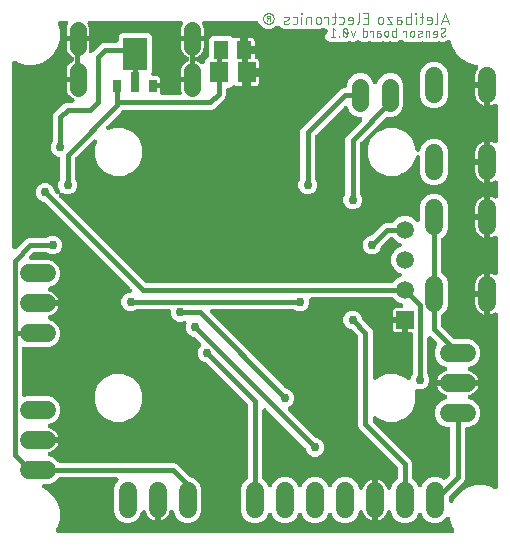
<source format=gbr>
G04 EAGLE Gerber RS-274X export*
G75*
%MOMM*%
%FSLAX34Y34*%
%LPD*%
%INBottom Copper*%
%IPPOS*%
%AMOC8*
5,1,8,0,0,1.08239X$1,22.5*%
G01*
%ADD10C,0.076200*%
%ADD11R,0.700000X1.100000*%
%ADD12R,0.700000X1.800000*%
%ADD13R,2.000000X2.800000*%
%ADD14C,1.524000*%
%ADD15C,1.400000*%
%ADD16R,1.508000X1.508000*%
%ADD17C,1.508000*%
%ADD18R,1.300000X1.500000*%
%ADD19C,1.422400*%
%ADD20R,1.550000X1.800000*%
%ADD21C,0.756400*%
%ADD22C,0.406400*%

G36*
X522473Y124475D02*
X522473Y124475D01*
X522619Y124482D01*
X522673Y124495D01*
X522728Y124501D01*
X522868Y124544D01*
X523009Y124579D01*
X523060Y124602D01*
X523113Y124619D01*
X523241Y124688D01*
X523373Y124751D01*
X523418Y124784D01*
X523467Y124811D01*
X523579Y124904D01*
X523696Y124991D01*
X523733Y125033D01*
X523776Y125068D01*
X523868Y125182D01*
X523965Y125291D01*
X523993Y125339D01*
X524028Y125382D01*
X524095Y125512D01*
X524170Y125638D01*
X524188Y125690D01*
X524214Y125739D01*
X524254Y125880D01*
X524302Y126018D01*
X524310Y126073D01*
X524325Y126126D01*
X524337Y126272D01*
X524357Y126417D01*
X524354Y126472D01*
X524358Y126528D01*
X524341Y126673D01*
X524332Y126819D01*
X524318Y126872D01*
X524311Y126927D01*
X524266Y127066D01*
X524228Y127208D01*
X524201Y127265D01*
X524186Y127310D01*
X524145Y127383D01*
X524086Y127508D01*
X522654Y129988D01*
X520925Y136442D01*
X520918Y136500D01*
X520899Y136691D01*
X520897Y136700D01*
X520896Y136709D01*
X520838Y136891D01*
X520781Y137076D01*
X520777Y137084D01*
X520774Y137093D01*
X520681Y137261D01*
X520590Y137430D01*
X520584Y137437D01*
X520579Y137445D01*
X520455Y137592D01*
X520332Y137740D01*
X520325Y137745D01*
X520319Y137752D01*
X520168Y137871D01*
X520018Y137992D01*
X520010Y137996D01*
X520003Y138002D01*
X519830Y138089D01*
X519661Y138177D01*
X519652Y138180D01*
X519644Y138184D01*
X519458Y138236D01*
X519274Y138289D01*
X519265Y138290D01*
X519256Y138292D01*
X519064Y138306D01*
X518873Y138322D01*
X518864Y138321D01*
X518855Y138321D01*
X518662Y138297D01*
X518473Y138275D01*
X518464Y138272D01*
X518455Y138271D01*
X518273Y138209D01*
X518090Y138150D01*
X518082Y138145D01*
X518074Y138143D01*
X517907Y138047D01*
X517739Y137952D01*
X517733Y137946D01*
X517725Y137942D01*
X517472Y137727D01*
X514619Y134874D01*
X510324Y133095D01*
X505676Y133095D01*
X501381Y134874D01*
X498094Y138161D01*
X497177Y140376D01*
X497172Y140384D01*
X497170Y140393D01*
X497077Y140563D01*
X496986Y140731D01*
X496981Y140738D01*
X496976Y140746D01*
X496852Y140894D01*
X496730Y141042D01*
X496723Y141047D01*
X496717Y141054D01*
X496567Y141174D01*
X496417Y141295D01*
X496409Y141299D01*
X496402Y141305D01*
X496233Y141392D01*
X496061Y141482D01*
X496052Y141485D01*
X496044Y141489D01*
X495862Y141541D01*
X495674Y141595D01*
X495665Y141596D01*
X495657Y141599D01*
X495466Y141613D01*
X495273Y141630D01*
X495264Y141629D01*
X495256Y141630D01*
X495065Y141606D01*
X494873Y141585D01*
X494865Y141582D01*
X494856Y141581D01*
X494674Y141521D01*
X494490Y141462D01*
X494482Y141457D01*
X494474Y141454D01*
X494306Y141359D01*
X494138Y141265D01*
X494132Y141260D01*
X494124Y141255D01*
X493978Y141128D01*
X493833Y141003D01*
X493827Y140996D01*
X493820Y140991D01*
X493703Y140838D01*
X493584Y140686D01*
X493580Y140678D01*
X493575Y140671D01*
X493423Y140376D01*
X492506Y138161D01*
X489219Y134874D01*
X484924Y133095D01*
X480276Y133095D01*
X475981Y134874D01*
X472694Y138161D01*
X470900Y142492D01*
X470858Y142570D01*
X470825Y142653D01*
X470763Y142748D01*
X470710Y142847D01*
X470653Y142916D01*
X470605Y142990D01*
X470526Y143070D01*
X470454Y143158D01*
X470385Y143213D01*
X470322Y143277D01*
X470229Y143340D01*
X470141Y143411D01*
X470062Y143452D01*
X469989Y143502D01*
X469884Y143546D01*
X469784Y143598D01*
X469699Y143623D01*
X469617Y143657D01*
X469506Y143680D01*
X469398Y143711D01*
X469309Y143719D01*
X469222Y143736D01*
X469109Y143736D01*
X468997Y143746D01*
X468909Y143736D01*
X468820Y143736D01*
X468709Y143713D01*
X468597Y143701D01*
X468512Y143674D01*
X468425Y143656D01*
X468321Y143612D01*
X468213Y143578D01*
X468136Y143534D01*
X468054Y143500D01*
X467961Y143436D01*
X467862Y143381D01*
X467795Y143324D01*
X467721Y143274D01*
X467642Y143193D01*
X467556Y143120D01*
X467501Y143050D01*
X467439Y142986D01*
X467378Y142892D01*
X467308Y142802D01*
X467268Y142723D01*
X467220Y142649D01*
X467165Y142518D01*
X467127Y142443D01*
X467115Y142398D01*
X467092Y142343D01*
X466616Y140880D01*
X465890Y139455D01*
X464950Y138161D01*
X463819Y137030D01*
X462525Y136090D01*
X461100Y135364D01*
X459739Y134921D01*
X459739Y151892D01*
X459737Y151910D01*
X459739Y151927D01*
X459718Y152110D01*
X459699Y152292D01*
X459694Y152309D01*
X459692Y152327D01*
X459667Y152405D01*
X459706Y152542D01*
X459708Y152560D01*
X459712Y152577D01*
X459739Y152908D01*
X459739Y169879D01*
X461100Y169436D01*
X462525Y168710D01*
X463819Y167770D01*
X464950Y166639D01*
X465890Y165345D01*
X466616Y163920D01*
X467092Y162457D01*
X467127Y162376D01*
X467154Y162291D01*
X467208Y162192D01*
X467253Y162089D01*
X467304Y162016D01*
X467347Y161938D01*
X467420Y161852D01*
X467485Y161759D01*
X467549Y161698D01*
X467606Y161630D01*
X467694Y161560D01*
X467776Y161482D01*
X467852Y161434D01*
X467921Y161379D01*
X468022Y161327D01*
X468117Y161267D01*
X468200Y161236D01*
X468279Y161195D01*
X468388Y161164D01*
X468494Y161124D01*
X468581Y161110D01*
X468667Y161085D01*
X468779Y161077D01*
X468891Y161058D01*
X468980Y161061D01*
X469068Y161054D01*
X469180Y161068D01*
X469293Y161072D01*
X469380Y161092D01*
X469468Y161103D01*
X469575Y161138D01*
X469685Y161164D01*
X469765Y161202D01*
X469850Y161229D01*
X469948Y161286D01*
X470051Y161333D01*
X470122Y161385D01*
X470200Y161429D01*
X470285Y161503D01*
X470376Y161570D01*
X470436Y161635D01*
X470503Y161693D01*
X470572Y161783D01*
X470648Y161866D01*
X470695Y161942D01*
X470749Y162013D01*
X470813Y162138D01*
X470857Y162211D01*
X470873Y162254D01*
X470900Y162308D01*
X472694Y166639D01*
X475908Y169853D01*
X475925Y169874D01*
X475946Y169891D01*
X476053Y170029D01*
X476163Y170165D01*
X476176Y170188D01*
X476192Y170209D01*
X476270Y170366D01*
X476352Y170520D01*
X476360Y170546D01*
X476372Y170570D01*
X476417Y170739D01*
X476467Y170906D01*
X476469Y170933D01*
X476476Y170959D01*
X476503Y171289D01*
X476503Y179513D01*
X476501Y179540D01*
X476503Y179567D01*
X476481Y179740D01*
X476463Y179914D01*
X476456Y179939D01*
X476452Y179966D01*
X476397Y180132D01*
X476345Y180299D01*
X476332Y180322D01*
X476324Y180348D01*
X476237Y180499D01*
X476153Y180653D01*
X476136Y180673D01*
X476123Y180697D01*
X475908Y180950D01*
X443809Y213048D01*
X442881Y215289D01*
X442881Y290605D01*
X442879Y290632D01*
X442881Y290659D01*
X442859Y290833D01*
X442841Y291006D01*
X442834Y291031D01*
X442830Y291058D01*
X442775Y291224D01*
X442723Y291391D01*
X442710Y291414D01*
X442702Y291440D01*
X442615Y291591D01*
X442531Y291745D01*
X442514Y291765D01*
X442501Y291789D01*
X442286Y292042D01*
X437970Y296358D01*
X437949Y296375D01*
X437931Y296396D01*
X437793Y296503D01*
X437658Y296613D01*
X437634Y296626D01*
X437613Y296642D01*
X437456Y296720D01*
X437302Y296802D01*
X437277Y296810D01*
X437253Y296822D01*
X437083Y296867D01*
X436916Y296917D01*
X436890Y296919D01*
X436864Y296926D01*
X436603Y296948D01*
X433705Y298148D01*
X431498Y300355D01*
X430303Y303239D01*
X430303Y306361D01*
X431498Y309245D01*
X433705Y311452D01*
X436589Y312647D01*
X439711Y312647D01*
X442595Y311452D01*
X444802Y309245D01*
X445998Y306357D01*
X446019Y306189D01*
X446037Y306016D01*
X446044Y305991D01*
X446048Y305964D01*
X446103Y305798D01*
X446155Y305631D01*
X446168Y305608D01*
X446176Y305582D01*
X446263Y305431D01*
X446347Y305277D01*
X446364Y305257D01*
X446377Y305233D01*
X446592Y304980D01*
X452146Y299426D01*
X454147Y297426D01*
X455075Y295185D01*
X455075Y256080D01*
X455076Y256071D01*
X455075Y256062D01*
X455096Y255871D01*
X455115Y255680D01*
X455117Y255671D01*
X455118Y255662D01*
X455176Y255480D01*
X455233Y255295D01*
X455237Y255287D01*
X455240Y255278D01*
X455333Y255110D01*
X455425Y254941D01*
X455430Y254934D01*
X455435Y254926D01*
X455560Y254778D01*
X455682Y254631D01*
X455689Y254626D01*
X455695Y254619D01*
X455847Y254499D01*
X455996Y254379D01*
X456004Y254375D01*
X456011Y254369D01*
X456183Y254282D01*
X456353Y254194D01*
X456362Y254191D01*
X456370Y254187D01*
X456556Y254135D01*
X456740Y254082D01*
X456749Y254081D01*
X456758Y254079D01*
X456950Y254065D01*
X457142Y254049D01*
X457150Y254050D01*
X457159Y254050D01*
X457352Y254074D01*
X457541Y254096D01*
X457550Y254099D01*
X457559Y254100D01*
X457742Y254161D01*
X457924Y254221D01*
X457932Y254225D01*
X457940Y254228D01*
X458106Y254324D01*
X458275Y254419D01*
X458282Y254425D01*
X458289Y254429D01*
X458542Y254644D01*
X459750Y255851D01*
X461678Y256650D01*
X466582Y258681D01*
X467160Y258921D01*
X475180Y258921D01*
X482590Y255851D01*
X483986Y254456D01*
X483993Y254450D01*
X483998Y254443D01*
X484148Y254323D01*
X484297Y254201D01*
X484305Y254197D01*
X484312Y254191D01*
X484482Y254103D01*
X484653Y254012D01*
X484662Y254010D01*
X484669Y254006D01*
X484854Y253952D01*
X485039Y253897D01*
X485048Y253897D01*
X485056Y253894D01*
X485247Y253878D01*
X485440Y253861D01*
X485449Y253862D01*
X485458Y253861D01*
X485647Y253883D01*
X485840Y253904D01*
X485849Y253907D01*
X485857Y253908D01*
X486039Y253968D01*
X486224Y254026D01*
X486232Y254030D01*
X486240Y254033D01*
X486407Y254127D01*
X486576Y254221D01*
X486583Y254227D01*
X486591Y254231D01*
X486736Y254356D01*
X486883Y254481D01*
X486889Y254488D01*
X486896Y254494D01*
X487012Y254644D01*
X487133Y254797D01*
X487137Y254805D01*
X487142Y254812D01*
X487228Y254984D01*
X487315Y255156D01*
X487318Y255165D01*
X487322Y255173D01*
X487372Y255359D01*
X487376Y255374D01*
X488649Y258448D01*
X488753Y258581D01*
X488863Y258717D01*
X488876Y258740D01*
X488892Y258762D01*
X488970Y258918D01*
X489052Y259072D01*
X489060Y259098D01*
X489072Y259122D01*
X489117Y259291D01*
X489167Y259458D01*
X489169Y259485D01*
X489176Y259511D01*
X489203Y259842D01*
X489203Y292688D01*
X489201Y292706D01*
X489203Y292724D01*
X489182Y292906D01*
X489163Y293089D01*
X489158Y293106D01*
X489156Y293123D01*
X489099Y293298D01*
X489045Y293474D01*
X489037Y293489D01*
X489031Y293506D01*
X488941Y293666D01*
X488853Y293828D01*
X488842Y293841D01*
X488833Y293857D01*
X488713Y293996D01*
X488596Y294137D01*
X488582Y294148D01*
X488570Y294162D01*
X488425Y294274D01*
X488282Y294389D01*
X488266Y294397D01*
X488252Y294408D01*
X488087Y294490D01*
X487925Y294575D01*
X487908Y294580D01*
X487892Y294588D01*
X487713Y294635D01*
X487538Y294686D01*
X487520Y294688D01*
X487503Y294692D01*
X487172Y294719D01*
X485099Y294719D01*
X485099Y304332D01*
X485097Y304350D01*
X485099Y304367D01*
X485078Y304550D01*
X485059Y304732D01*
X485054Y304749D01*
X485052Y304767D01*
X484995Y304942D01*
X484941Y305117D01*
X484933Y305133D01*
X484927Y305150D01*
X484837Y305310D01*
X484749Y305471D01*
X484738Y305485D01*
X484729Y305501D01*
X484609Y305640D01*
X484492Y305781D01*
X484478Y305792D01*
X484466Y305805D01*
X484321Y305918D01*
X484178Y306033D01*
X484162Y306041D01*
X484148Y306052D01*
X483983Y306134D01*
X483956Y306148D01*
X483901Y306246D01*
X483813Y306408D01*
X483802Y306421D01*
X483793Y306437D01*
X483673Y306576D01*
X483555Y306717D01*
X483542Y306728D01*
X483530Y306742D01*
X483385Y306854D01*
X483242Y306969D01*
X483226Y306977D01*
X483212Y306988D01*
X483047Y307070D01*
X482884Y307155D01*
X482867Y307160D01*
X482851Y307168D01*
X482673Y307215D01*
X482498Y307266D01*
X482480Y307268D01*
X482463Y307272D01*
X482132Y307299D01*
X472519Y307299D01*
X472519Y312675D01*
X472692Y313321D01*
X473027Y313900D01*
X473500Y314373D01*
X474079Y314708D01*
X474725Y314881D01*
X479048Y314881D01*
X479052Y314881D01*
X479057Y314881D01*
X479250Y314901D01*
X479448Y314921D01*
X479453Y314922D01*
X479457Y314922D01*
X479643Y314980D01*
X479833Y315039D01*
X479837Y315041D01*
X479841Y315042D01*
X480012Y315136D01*
X480187Y315231D01*
X480191Y315233D01*
X480195Y315236D01*
X480346Y315363D01*
X480496Y315488D01*
X480499Y315492D01*
X480503Y315495D01*
X480626Y315649D01*
X480749Y315802D01*
X480751Y315806D01*
X480754Y315809D01*
X480843Y315984D01*
X480934Y316159D01*
X480936Y316164D01*
X480938Y316168D01*
X480990Y316354D01*
X481046Y316546D01*
X481046Y316551D01*
X481047Y316555D01*
X481062Y316748D01*
X481079Y316948D01*
X481078Y316952D01*
X481078Y316956D01*
X481055Y317150D01*
X481032Y317347D01*
X481030Y317352D01*
X481030Y317356D01*
X480968Y317541D01*
X480907Y317730D01*
X480905Y317734D01*
X480903Y317738D01*
X480805Y317910D01*
X480709Y318081D01*
X480706Y318084D01*
X480704Y318088D01*
X480573Y318239D01*
X480446Y318385D01*
X480442Y318388D01*
X480439Y318392D01*
X480283Y318512D01*
X480128Y318632D01*
X480124Y318634D01*
X480120Y318637D01*
X479825Y318789D01*
X476026Y320362D01*
X472880Y323508D01*
X472859Y323525D01*
X472842Y323546D01*
X472704Y323653D01*
X472569Y323763D01*
X472545Y323776D01*
X472524Y323792D01*
X472367Y323870D01*
X472213Y323952D01*
X472187Y323960D01*
X472163Y323972D01*
X471994Y324017D01*
X471827Y324067D01*
X471800Y324069D01*
X471775Y324076D01*
X471444Y324103D01*
X403550Y324103D01*
X403536Y324102D01*
X403523Y324103D01*
X403336Y324082D01*
X403150Y324063D01*
X403136Y324059D01*
X403123Y324058D01*
X402944Y324000D01*
X402765Y323945D01*
X402753Y323939D01*
X402739Y323934D01*
X402575Y323842D01*
X402411Y323753D01*
X402400Y323745D01*
X402388Y323738D01*
X402244Y323615D01*
X402101Y323496D01*
X402093Y323485D01*
X402082Y323476D01*
X401966Y323327D01*
X401849Y323182D01*
X401843Y323170D01*
X401834Y323159D01*
X401749Y322990D01*
X401663Y322825D01*
X401660Y322811D01*
X401654Y322799D01*
X401604Y322618D01*
X401552Y322438D01*
X401551Y322424D01*
X401547Y322411D01*
X401534Y322223D01*
X401519Y322036D01*
X401521Y322023D01*
X401520Y322009D01*
X401544Y321822D01*
X401547Y321802D01*
X401547Y318479D01*
X400352Y315595D01*
X398145Y313388D01*
X395261Y312193D01*
X392139Y312193D01*
X389252Y313389D01*
X389119Y313493D01*
X388983Y313603D01*
X388960Y313616D01*
X388938Y313632D01*
X388782Y313710D01*
X388628Y313792D01*
X388602Y313800D01*
X388578Y313812D01*
X388409Y313857D01*
X388242Y313907D01*
X388215Y313909D01*
X388189Y313916D01*
X387858Y313943D01*
X319343Y313943D01*
X319334Y313942D01*
X319325Y313943D01*
X319132Y313922D01*
X318942Y313903D01*
X318934Y313901D01*
X318925Y313900D01*
X318740Y313841D01*
X318557Y313785D01*
X318549Y313781D01*
X318541Y313778D01*
X318372Y313685D01*
X318203Y313593D01*
X318196Y313588D01*
X318188Y313583D01*
X318041Y313459D01*
X317894Y313336D01*
X317888Y313329D01*
X317881Y313323D01*
X317762Y313171D01*
X317642Y313022D01*
X317637Y313014D01*
X317632Y313007D01*
X317544Y312834D01*
X317456Y312665D01*
X317454Y312656D01*
X317449Y312648D01*
X317398Y312462D01*
X317345Y312278D01*
X317344Y312269D01*
X317341Y312260D01*
X317327Y312067D01*
X317312Y311876D01*
X317313Y311868D01*
X317312Y311859D01*
X317336Y311666D01*
X317359Y311477D01*
X317361Y311468D01*
X317363Y311459D01*
X317424Y311277D01*
X317483Y311094D01*
X317488Y311086D01*
X317491Y311078D01*
X317587Y310911D01*
X317681Y310743D01*
X317687Y310736D01*
X317692Y310729D01*
X317906Y310476D01*
X381180Y247202D01*
X381201Y247185D01*
X381219Y247164D01*
X381357Y247057D01*
X381492Y246947D01*
X381516Y246934D01*
X381537Y246918D01*
X381694Y246840D01*
X381848Y246758D01*
X381873Y246750D01*
X381897Y246738D01*
X382067Y246693D01*
X382234Y246643D01*
X382260Y246641D01*
X382286Y246634D01*
X382547Y246612D01*
X385445Y245412D01*
X387652Y243205D01*
X388847Y240321D01*
X388847Y237199D01*
X387652Y234315D01*
X385445Y232108D01*
X384237Y231607D01*
X384225Y231601D01*
X384212Y231597D01*
X384048Y231506D01*
X383882Y231417D01*
X383871Y231409D01*
X383860Y231402D01*
X383717Y231281D01*
X383571Y231161D01*
X383563Y231150D01*
X383553Y231142D01*
X383436Y230994D01*
X383318Y230848D01*
X383311Y230836D01*
X383303Y230826D01*
X383218Y230658D01*
X383131Y230492D01*
X383127Y230479D01*
X383121Y230467D01*
X383070Y230285D01*
X383017Y230105D01*
X383016Y230092D01*
X383013Y230079D01*
X382999Y229890D01*
X382983Y229704D01*
X382984Y229691D01*
X382983Y229677D01*
X383007Y229490D01*
X383028Y229304D01*
X383032Y229291D01*
X383034Y229278D01*
X383093Y229100D01*
X383151Y228921D01*
X383158Y228909D01*
X383162Y228896D01*
X383256Y228733D01*
X383348Y228569D01*
X383356Y228559D01*
X383363Y228547D01*
X383578Y228294D01*
X406580Y205292D01*
X406601Y205275D01*
X406619Y205254D01*
X406757Y205147D01*
X406892Y205037D01*
X406916Y205024D01*
X406937Y205008D01*
X407094Y204930D01*
X407248Y204848D01*
X407273Y204840D01*
X407297Y204828D01*
X407467Y204783D01*
X407634Y204733D01*
X407660Y204731D01*
X407686Y204724D01*
X407947Y204702D01*
X410845Y203502D01*
X413052Y201295D01*
X414247Y198411D01*
X414247Y195289D01*
X413052Y192405D01*
X410845Y190198D01*
X407961Y189003D01*
X404839Y189003D01*
X401955Y190198D01*
X399748Y192405D01*
X398552Y195293D01*
X398531Y195460D01*
X398513Y195634D01*
X398506Y195659D01*
X398502Y195686D01*
X398447Y195852D01*
X398395Y196019D01*
X398382Y196042D01*
X398374Y196068D01*
X398287Y196219D01*
X398203Y196373D01*
X398186Y196393D01*
X398173Y196417D01*
X397958Y196670D01*
X365164Y229464D01*
X365157Y229469D01*
X365152Y229476D01*
X365002Y229596D01*
X364853Y229719D01*
X364845Y229723D01*
X364838Y229728D01*
X364667Y229817D01*
X364497Y229907D01*
X364489Y229910D01*
X364481Y229914D01*
X364295Y229967D01*
X364111Y230022D01*
X364102Y230023D01*
X364094Y230025D01*
X363902Y230041D01*
X363710Y230059D01*
X363701Y230058D01*
X363692Y230058D01*
X363503Y230036D01*
X363310Y230015D01*
X363301Y230012D01*
X363293Y230011D01*
X363111Y229952D01*
X362926Y229894D01*
X362918Y229889D01*
X362910Y229887D01*
X362741Y229791D01*
X362574Y229699D01*
X362567Y229693D01*
X362559Y229689D01*
X362413Y229563D01*
X362267Y229438D01*
X362261Y229431D01*
X362254Y229425D01*
X362137Y229274D01*
X362017Y229122D01*
X362013Y229114D01*
X362008Y229107D01*
X361922Y228935D01*
X361835Y228763D01*
X361832Y228755D01*
X361828Y228747D01*
X361778Y228560D01*
X361727Y228376D01*
X361726Y228367D01*
X361724Y228358D01*
X361697Y228027D01*
X361697Y171289D01*
X361699Y171263D01*
X361697Y171236D01*
X361719Y171062D01*
X361737Y170889D01*
X361744Y170863D01*
X361748Y170837D01*
X361803Y170671D01*
X361855Y170504D01*
X361868Y170480D01*
X361876Y170455D01*
X361963Y170303D01*
X362047Y170150D01*
X362064Y170129D01*
X362077Y170106D01*
X362292Y169853D01*
X365506Y166639D01*
X366423Y164424D01*
X366428Y164416D01*
X366430Y164407D01*
X366523Y164237D01*
X366614Y164069D01*
X366619Y164062D01*
X366624Y164054D01*
X366748Y163906D01*
X366870Y163758D01*
X366877Y163753D01*
X366883Y163746D01*
X367033Y163626D01*
X367183Y163505D01*
X367191Y163501D01*
X367198Y163495D01*
X367367Y163408D01*
X367539Y163318D01*
X367548Y163315D01*
X367556Y163311D01*
X367738Y163259D01*
X367926Y163205D01*
X367935Y163204D01*
X367943Y163201D01*
X368134Y163187D01*
X368327Y163170D01*
X368336Y163171D01*
X368344Y163170D01*
X368535Y163194D01*
X368727Y163215D01*
X368735Y163218D01*
X368744Y163219D01*
X368926Y163279D01*
X369110Y163338D01*
X369118Y163343D01*
X369126Y163346D01*
X369294Y163441D01*
X369462Y163535D01*
X369468Y163540D01*
X369476Y163545D01*
X369622Y163672D01*
X369767Y163797D01*
X369773Y163804D01*
X369780Y163809D01*
X369897Y163962D01*
X370016Y164114D01*
X370020Y164122D01*
X370025Y164129D01*
X370177Y164424D01*
X371094Y166639D01*
X374381Y169926D01*
X378676Y171705D01*
X383324Y171705D01*
X387619Y169926D01*
X390906Y166639D01*
X391823Y164424D01*
X391828Y164416D01*
X391830Y164407D01*
X391923Y164237D01*
X392014Y164069D01*
X392019Y164062D01*
X392024Y164054D01*
X392148Y163906D01*
X392270Y163758D01*
X392277Y163753D01*
X392283Y163746D01*
X392433Y163626D01*
X392583Y163505D01*
X392591Y163501D01*
X392598Y163495D01*
X392767Y163408D01*
X392939Y163318D01*
X392948Y163315D01*
X392956Y163311D01*
X393138Y163259D01*
X393326Y163205D01*
X393335Y163204D01*
X393343Y163201D01*
X393534Y163187D01*
X393727Y163170D01*
X393736Y163171D01*
X393744Y163170D01*
X393935Y163194D01*
X394127Y163215D01*
X394135Y163218D01*
X394144Y163219D01*
X394326Y163279D01*
X394510Y163338D01*
X394518Y163343D01*
X394526Y163346D01*
X394694Y163441D01*
X394862Y163535D01*
X394868Y163540D01*
X394876Y163545D01*
X395022Y163672D01*
X395167Y163797D01*
X395173Y163804D01*
X395180Y163809D01*
X395297Y163962D01*
X395416Y164114D01*
X395420Y164122D01*
X395425Y164129D01*
X395577Y164424D01*
X396494Y166639D01*
X399781Y169926D01*
X404076Y171705D01*
X408724Y171705D01*
X413019Y169926D01*
X416306Y166639D01*
X417223Y164424D01*
X417228Y164416D01*
X417230Y164407D01*
X417322Y164239D01*
X417414Y164069D01*
X417419Y164062D01*
X417424Y164054D01*
X417547Y163908D01*
X417670Y163759D01*
X417677Y163753D01*
X417683Y163746D01*
X417833Y163626D01*
X417983Y163505D01*
X417991Y163501D01*
X417997Y163495D01*
X418168Y163407D01*
X418339Y163318D01*
X418348Y163315D01*
X418356Y163311D01*
X418540Y163259D01*
X418726Y163205D01*
X418734Y163204D01*
X418743Y163201D01*
X418934Y163187D01*
X419127Y163170D01*
X419136Y163171D01*
X419144Y163170D01*
X419334Y163193D01*
X419527Y163215D01*
X419535Y163218D01*
X419544Y163219D01*
X419726Y163279D01*
X419910Y163338D01*
X419918Y163343D01*
X419926Y163345D01*
X420094Y163441D01*
X420262Y163535D01*
X420268Y163540D01*
X420276Y163545D01*
X420421Y163671D01*
X420567Y163797D01*
X420573Y163804D01*
X420580Y163809D01*
X420697Y163963D01*
X420816Y164114D01*
X420820Y164121D01*
X420825Y164129D01*
X420977Y164424D01*
X421894Y166639D01*
X425181Y169926D01*
X429476Y171705D01*
X434124Y171705D01*
X438419Y169926D01*
X441706Y166639D01*
X443500Y162308D01*
X443542Y162230D01*
X443575Y162147D01*
X443637Y162052D01*
X443690Y161953D01*
X443747Y161884D01*
X443795Y161810D01*
X443874Y161730D01*
X443946Y161642D01*
X444015Y161587D01*
X444078Y161523D01*
X444171Y161460D01*
X444259Y161389D01*
X444338Y161348D01*
X444411Y161298D01*
X444516Y161254D01*
X444616Y161202D01*
X444701Y161177D01*
X444783Y161143D01*
X444894Y161120D01*
X445002Y161089D01*
X445091Y161081D01*
X445178Y161064D01*
X445291Y161064D01*
X445403Y161054D01*
X445491Y161064D01*
X445580Y161064D01*
X445691Y161087D01*
X445803Y161099D01*
X445888Y161126D01*
X445975Y161144D01*
X446079Y161188D01*
X446187Y161222D01*
X446264Y161266D01*
X446346Y161300D01*
X446439Y161364D01*
X446538Y161419D01*
X446605Y161476D01*
X446679Y161526D01*
X446758Y161607D01*
X446844Y161680D01*
X446899Y161750D01*
X446961Y161814D01*
X447022Y161908D01*
X447092Y161998D01*
X447132Y162077D01*
X447180Y162151D01*
X447235Y162282D01*
X447273Y162357D01*
X447285Y162402D01*
X447308Y162457D01*
X447784Y163920D01*
X448510Y165345D01*
X449450Y166639D01*
X450581Y167770D01*
X451875Y168710D01*
X453300Y169436D01*
X454661Y169879D01*
X454661Y152908D01*
X454662Y152890D01*
X454661Y152873D01*
X454682Y152690D01*
X454701Y152508D01*
X454706Y152491D01*
X454708Y152473D01*
X454733Y152395D01*
X454694Y152258D01*
X454692Y152240D01*
X454688Y152223D01*
X454661Y151892D01*
X454661Y134921D01*
X453300Y135364D01*
X451875Y136090D01*
X450581Y137030D01*
X449450Y138161D01*
X448510Y139455D01*
X447784Y140880D01*
X447308Y142343D01*
X447273Y142424D01*
X447246Y142509D01*
X447192Y142608D01*
X447147Y142711D01*
X447096Y142784D01*
X447053Y142862D01*
X446980Y142948D01*
X446915Y143041D01*
X446851Y143102D01*
X446794Y143170D01*
X446706Y143240D01*
X446624Y143318D01*
X446548Y143366D01*
X446479Y143421D01*
X446378Y143473D01*
X446283Y143533D01*
X446200Y143564D01*
X446121Y143605D01*
X446012Y143636D01*
X445906Y143676D01*
X445819Y143690D01*
X445733Y143715D01*
X445621Y143723D01*
X445509Y143742D01*
X445420Y143739D01*
X445332Y143746D01*
X445220Y143732D01*
X445107Y143728D01*
X445020Y143708D01*
X444932Y143697D01*
X444825Y143662D01*
X444715Y143636D01*
X444635Y143598D01*
X444550Y143571D01*
X444452Y143514D01*
X444349Y143467D01*
X444278Y143415D01*
X444200Y143371D01*
X444115Y143297D01*
X444024Y143230D01*
X443964Y143165D01*
X443897Y143107D01*
X443828Y143017D01*
X443752Y142934D01*
X443705Y142858D01*
X443651Y142787D01*
X443587Y142662D01*
X443543Y142589D01*
X443527Y142546D01*
X443500Y142492D01*
X441706Y138161D01*
X438419Y134874D01*
X434124Y133095D01*
X429476Y133095D01*
X425181Y134874D01*
X421894Y138161D01*
X420977Y140376D01*
X420972Y140384D01*
X420970Y140393D01*
X420877Y140563D01*
X420786Y140731D01*
X420781Y140738D01*
X420776Y140746D01*
X420652Y140894D01*
X420530Y141042D01*
X420523Y141047D01*
X420517Y141054D01*
X420367Y141174D01*
X420217Y141295D01*
X420209Y141299D01*
X420202Y141305D01*
X420033Y141392D01*
X419861Y141482D01*
X419852Y141485D01*
X419844Y141489D01*
X419662Y141541D01*
X419474Y141595D01*
X419465Y141596D01*
X419457Y141599D01*
X419266Y141613D01*
X419073Y141630D01*
X419064Y141629D01*
X419056Y141630D01*
X418865Y141606D01*
X418673Y141585D01*
X418665Y141582D01*
X418656Y141581D01*
X418474Y141521D01*
X418290Y141462D01*
X418282Y141457D01*
X418274Y141454D01*
X418106Y141359D01*
X417938Y141265D01*
X417932Y141260D01*
X417924Y141255D01*
X417778Y141128D01*
X417633Y141003D01*
X417627Y140996D01*
X417620Y140991D01*
X417503Y140838D01*
X417384Y140686D01*
X417380Y140678D01*
X417375Y140671D01*
X417223Y140376D01*
X416306Y138161D01*
X413019Y134874D01*
X408724Y133095D01*
X404076Y133095D01*
X399781Y134874D01*
X396494Y138161D01*
X395577Y140376D01*
X395572Y140384D01*
X395570Y140393D01*
X395478Y140561D01*
X395386Y140731D01*
X395381Y140738D01*
X395376Y140746D01*
X395253Y140892D01*
X395130Y141041D01*
X395123Y141047D01*
X395117Y141054D01*
X394967Y141174D01*
X394817Y141295D01*
X394809Y141299D01*
X394803Y141305D01*
X394632Y141393D01*
X394461Y141482D01*
X394452Y141485D01*
X394444Y141489D01*
X394260Y141541D01*
X394074Y141595D01*
X394066Y141596D01*
X394057Y141599D01*
X393866Y141613D01*
X393673Y141630D01*
X393664Y141629D01*
X393656Y141630D01*
X393466Y141607D01*
X393273Y141585D01*
X393265Y141582D01*
X393256Y141581D01*
X393074Y141521D01*
X392890Y141462D01*
X392882Y141457D01*
X392874Y141455D01*
X392706Y141359D01*
X392538Y141265D01*
X392532Y141260D01*
X392524Y141255D01*
X392379Y141129D01*
X392233Y141003D01*
X392227Y140996D01*
X392220Y140991D01*
X392103Y140837D01*
X391984Y140686D01*
X391980Y140679D01*
X391975Y140671D01*
X391823Y140376D01*
X390906Y138161D01*
X387619Y134874D01*
X383324Y133095D01*
X378676Y133095D01*
X374381Y134874D01*
X371094Y138161D01*
X370177Y140376D01*
X370172Y140384D01*
X370170Y140393D01*
X370078Y140561D01*
X369986Y140731D01*
X369981Y140738D01*
X369976Y140746D01*
X369853Y140892D01*
X369730Y141041D01*
X369723Y141047D01*
X369717Y141054D01*
X369567Y141174D01*
X369417Y141295D01*
X369409Y141299D01*
X369403Y141305D01*
X369232Y141393D01*
X369061Y141482D01*
X369052Y141485D01*
X369044Y141489D01*
X368860Y141541D01*
X368674Y141595D01*
X368666Y141596D01*
X368657Y141599D01*
X368466Y141613D01*
X368273Y141630D01*
X368264Y141629D01*
X368256Y141630D01*
X368066Y141607D01*
X367873Y141585D01*
X367865Y141582D01*
X367856Y141581D01*
X367674Y141521D01*
X367490Y141462D01*
X367482Y141457D01*
X367474Y141455D01*
X367306Y141359D01*
X367138Y141265D01*
X367132Y141260D01*
X367124Y141255D01*
X366979Y141129D01*
X366833Y141003D01*
X366827Y140996D01*
X366820Y140991D01*
X366703Y140837D01*
X366584Y140686D01*
X366580Y140679D01*
X366575Y140671D01*
X366423Y140376D01*
X365506Y138161D01*
X362219Y134874D01*
X357924Y133095D01*
X353276Y133095D01*
X348981Y134874D01*
X345694Y138161D01*
X343915Y142456D01*
X343915Y162344D01*
X345694Y166639D01*
X348908Y169853D01*
X348925Y169874D01*
X348946Y169891D01*
X349053Y170029D01*
X349163Y170165D01*
X349176Y170188D01*
X349192Y170209D01*
X349270Y170366D01*
X349352Y170520D01*
X349360Y170546D01*
X349372Y170570D01*
X349417Y170739D01*
X349467Y170906D01*
X349469Y170933D01*
X349476Y170959D01*
X349503Y171289D01*
X349503Y232853D01*
X349501Y232880D01*
X349503Y232907D01*
X349481Y233080D01*
X349463Y233254D01*
X349456Y233279D01*
X349452Y233306D01*
X349397Y233472D01*
X349345Y233639D01*
X349332Y233662D01*
X349324Y233688D01*
X349237Y233839D01*
X349153Y233993D01*
X349136Y234013D01*
X349123Y234037D01*
X348908Y234290D01*
X314780Y268418D01*
X314759Y268435D01*
X314741Y268456D01*
X314603Y268563D01*
X314468Y268673D01*
X314444Y268686D01*
X314423Y268702D01*
X314266Y268780D01*
X314112Y268862D01*
X314087Y268870D01*
X314063Y268882D01*
X313893Y268927D01*
X313726Y268977D01*
X313700Y268979D01*
X313674Y268986D01*
X313413Y269008D01*
X310515Y270208D01*
X308308Y272415D01*
X307113Y275299D01*
X307113Y278421D01*
X308308Y281305D01*
X309379Y282376D01*
X309390Y282390D01*
X309404Y282401D01*
X309518Y282546D01*
X309634Y282688D01*
X309643Y282703D01*
X309654Y282717D01*
X309737Y282881D01*
X309823Y283043D01*
X309828Y283060D01*
X309836Y283076D01*
X309885Y283253D01*
X309938Y283429D01*
X309939Y283447D01*
X309944Y283464D01*
X309957Y283647D01*
X309974Y283830D01*
X309972Y283848D01*
X309973Y283866D01*
X309950Y284048D01*
X309931Y284230D01*
X309925Y284247D01*
X309923Y284265D01*
X309865Y284439D01*
X309809Y284614D01*
X309800Y284630D01*
X309795Y284647D01*
X309703Y284806D01*
X309614Y284967D01*
X309603Y284980D01*
X309594Y284996D01*
X309379Y285249D01*
X304620Y290008D01*
X304599Y290025D01*
X304581Y290046D01*
X304444Y290152D01*
X304308Y290263D01*
X304284Y290276D01*
X304263Y290292D01*
X304107Y290370D01*
X303952Y290452D01*
X303927Y290460D01*
X303903Y290472D01*
X303734Y290517D01*
X303566Y290567D01*
X303540Y290569D01*
X303514Y290576D01*
X303253Y290598D01*
X300355Y291798D01*
X298148Y294005D01*
X296953Y296889D01*
X296953Y300011D01*
X297405Y301101D01*
X297407Y301109D01*
X297412Y301117D01*
X297465Y301302D01*
X297521Y301486D01*
X297522Y301495D01*
X297525Y301504D01*
X297541Y301695D01*
X297559Y301887D01*
X297558Y301896D01*
X297559Y301905D01*
X297538Y302095D01*
X297518Y302287D01*
X297515Y302296D01*
X297514Y302305D01*
X297455Y302487D01*
X297398Y302672D01*
X297394Y302680D01*
X297391Y302688D01*
X297297Y302855D01*
X297205Y303025D01*
X297199Y303032D01*
X297195Y303040D01*
X297071Y303184D01*
X296945Y303333D01*
X296938Y303339D01*
X296933Y303346D01*
X296781Y303464D01*
X296631Y303584D01*
X296623Y303588D01*
X296616Y303594D01*
X296443Y303680D01*
X296273Y303768D01*
X296264Y303770D01*
X296256Y303775D01*
X296069Y303826D01*
X295885Y303878D01*
X295876Y303878D01*
X295868Y303881D01*
X295673Y303894D01*
X295484Y303909D01*
X295475Y303908D01*
X295466Y303908D01*
X295274Y303883D01*
X295084Y303860D01*
X295076Y303857D01*
X295067Y303856D01*
X294751Y303755D01*
X293661Y303303D01*
X290539Y303303D01*
X287655Y304498D01*
X285448Y306705D01*
X284253Y309589D01*
X284253Y311912D01*
X284251Y311930D01*
X284253Y311948D01*
X284232Y312130D01*
X284213Y312313D01*
X284208Y312330D01*
X284206Y312347D01*
X284149Y312522D01*
X284095Y312698D01*
X284087Y312713D01*
X284081Y312730D01*
X283991Y312890D01*
X283903Y313052D01*
X283892Y313065D01*
X283883Y313081D01*
X283763Y313220D01*
X283646Y313361D01*
X283632Y313372D01*
X283620Y313386D01*
X283475Y313498D01*
X283332Y313613D01*
X283316Y313621D01*
X283302Y313632D01*
X283137Y313714D01*
X282975Y313799D01*
X282958Y313804D01*
X282942Y313812D01*
X282763Y313859D01*
X282588Y313910D01*
X282570Y313912D01*
X282553Y313916D01*
X282222Y313943D01*
X256032Y313943D01*
X256005Y313941D01*
X255978Y313943D01*
X255804Y313921D01*
X255631Y313903D01*
X255605Y313896D01*
X255579Y313892D01*
X255413Y313837D01*
X255246Y313785D01*
X255222Y313772D01*
X255197Y313764D01*
X255045Y313677D01*
X254892Y313593D01*
X254872Y313576D01*
X254848Y313563D01*
X254649Y313394D01*
X251751Y312193D01*
X248629Y312193D01*
X245745Y313388D01*
X243538Y315595D01*
X242343Y318479D01*
X242343Y321601D01*
X243538Y324485D01*
X245745Y326692D01*
X248629Y327887D01*
X249137Y327887D01*
X249146Y327888D01*
X249155Y327887D01*
X249348Y327908D01*
X249538Y327927D01*
X249546Y327929D01*
X249555Y327930D01*
X249740Y327989D01*
X249923Y328045D01*
X249931Y328049D01*
X249939Y328052D01*
X250108Y328145D01*
X250277Y328237D01*
X250284Y328242D01*
X250292Y328247D01*
X250439Y328371D01*
X250586Y328494D01*
X250592Y328501D01*
X250599Y328507D01*
X250718Y328659D01*
X250838Y328808D01*
X250843Y328816D01*
X250848Y328823D01*
X250936Y328996D01*
X251024Y329165D01*
X251026Y329174D01*
X251031Y329182D01*
X251082Y329368D01*
X251135Y329552D01*
X251136Y329561D01*
X251139Y329570D01*
X251152Y329761D01*
X251168Y329954D01*
X251167Y329962D01*
X251168Y329971D01*
X251144Y330164D01*
X251121Y330353D01*
X251119Y330362D01*
X251117Y330371D01*
X251056Y330553D01*
X250997Y330736D01*
X250992Y330744D01*
X250989Y330752D01*
X250893Y330919D01*
X250799Y331087D01*
X250793Y331094D01*
X250788Y331101D01*
X250574Y331354D01*
X177620Y404308D01*
X177599Y404325D01*
X177581Y404346D01*
X177443Y404453D01*
X177308Y404563D01*
X177284Y404576D01*
X177263Y404592D01*
X177106Y404670D01*
X176952Y404752D01*
X176927Y404760D01*
X176903Y404772D01*
X176733Y404817D01*
X176566Y404867D01*
X176540Y404869D01*
X176514Y404876D01*
X176253Y404898D01*
X173355Y406098D01*
X171148Y408305D01*
X169953Y411189D01*
X169953Y414311D01*
X171148Y417195D01*
X173355Y419402D01*
X176239Y420597D01*
X179361Y420597D01*
X182245Y419402D01*
X184452Y417195D01*
X185648Y414307D01*
X185669Y414140D01*
X185687Y413966D01*
X185694Y413941D01*
X185698Y413914D01*
X185753Y413748D01*
X185805Y413581D01*
X185818Y413558D01*
X185826Y413532D01*
X185913Y413381D01*
X185997Y413227D01*
X186014Y413207D01*
X186027Y413183D01*
X186242Y412930D01*
X186994Y412178D01*
X186998Y412175D01*
X187000Y412172D01*
X187153Y412048D01*
X187306Y411923D01*
X187310Y411921D01*
X187313Y411918D01*
X187488Y411826D01*
X187661Y411734D01*
X187666Y411733D01*
X187670Y411731D01*
X187857Y411676D01*
X188047Y411619D01*
X188052Y411619D01*
X188056Y411618D01*
X188247Y411601D01*
X188448Y411583D01*
X188453Y411584D01*
X188457Y411583D01*
X188648Y411605D01*
X188848Y411626D01*
X188853Y411628D01*
X188857Y411628D01*
X189041Y411687D01*
X189232Y411748D01*
X189236Y411750D01*
X189241Y411752D01*
X189412Y411847D01*
X189585Y411943D01*
X189588Y411946D01*
X189592Y411948D01*
X189739Y412074D01*
X189892Y412203D01*
X189894Y412207D01*
X189898Y412210D01*
X190020Y412366D01*
X190141Y412519D01*
X190143Y412523D01*
X190146Y412527D01*
X190236Y412705D01*
X190324Y412878D01*
X190325Y412882D01*
X190327Y412886D01*
X190380Y413081D01*
X190432Y413266D01*
X190432Y413270D01*
X190433Y413275D01*
X190447Y413474D01*
X190461Y413668D01*
X190460Y413672D01*
X190461Y413676D01*
X190435Y413874D01*
X190411Y414067D01*
X190409Y414071D01*
X190409Y414076D01*
X190307Y414392D01*
X189003Y417539D01*
X189003Y420661D01*
X190199Y423548D01*
X190303Y423681D01*
X190413Y423817D01*
X190426Y423840D01*
X190442Y423862D01*
X190520Y424018D01*
X190602Y424172D01*
X190610Y424198D01*
X190622Y424222D01*
X190667Y424391D01*
X190717Y424558D01*
X190719Y424585D01*
X190726Y424611D01*
X190753Y424942D01*
X190753Y440972D01*
X190751Y440990D01*
X190753Y441008D01*
X190732Y441190D01*
X190713Y441373D01*
X190708Y441390D01*
X190706Y441407D01*
X190649Y441582D01*
X190595Y441758D01*
X190587Y441773D01*
X190581Y441790D01*
X190491Y441950D01*
X190403Y442112D01*
X190392Y442125D01*
X190383Y442141D01*
X190263Y442280D01*
X190146Y442421D01*
X190132Y442432D01*
X190120Y442446D01*
X189975Y442558D01*
X189832Y442673D01*
X189816Y442681D01*
X189802Y442692D01*
X189637Y442774D01*
X189475Y442859D01*
X189458Y442864D01*
X189442Y442872D01*
X189263Y442919D01*
X189088Y442970D01*
X189070Y442972D01*
X189053Y442976D01*
X188993Y442981D01*
X186055Y444198D01*
X183848Y446405D01*
X182653Y449289D01*
X182653Y452411D01*
X183849Y455298D01*
X183953Y455431D01*
X184063Y455567D01*
X184076Y455590D01*
X184092Y455612D01*
X184170Y455768D01*
X184252Y455922D01*
X184260Y455948D01*
X184272Y455972D01*
X184317Y456141D01*
X184367Y456308D01*
X184369Y456335D01*
X184376Y456361D01*
X184403Y456692D01*
X184403Y477463D01*
X185331Y479704D01*
X193396Y487769D01*
X195637Y488697D01*
X200759Y488697D01*
X200885Y488709D01*
X201011Y488712D01*
X201085Y488729D01*
X201160Y488737D01*
X201281Y488774D01*
X201404Y488802D01*
X201473Y488833D01*
X201545Y488855D01*
X201656Y488915D01*
X201771Y488967D01*
X201833Y489011D01*
X201899Y489047D01*
X201996Y489127D01*
X202099Y489201D01*
X202150Y489256D01*
X202208Y489304D01*
X202287Y489403D01*
X202374Y489495D01*
X202413Y489559D01*
X202460Y489618D01*
X202519Y489730D01*
X202585Y489838D01*
X202611Y489909D01*
X202646Y489975D01*
X202681Y490097D01*
X202725Y490215D01*
X202736Y490290D01*
X202757Y490362D01*
X202768Y490488D01*
X202787Y490613D01*
X202784Y490688D01*
X202790Y490764D01*
X202776Y490889D01*
X202770Y491015D01*
X202752Y491089D01*
X202743Y491163D01*
X202704Y491283D01*
X202674Y491406D01*
X202642Y491474D01*
X202618Y491546D01*
X202556Y491656D01*
X202503Y491771D01*
X202458Y491831D01*
X202421Y491897D01*
X202338Y491992D01*
X202263Y492094D01*
X202207Y492144D01*
X202157Y492201D01*
X202058Y492279D01*
X201964Y492364D01*
X201889Y492410D01*
X201839Y492448D01*
X201774Y492481D01*
X201681Y492538D01*
X200500Y493140D01*
X199285Y494023D01*
X198223Y495085D01*
X197340Y496300D01*
X196658Y497638D01*
X196194Y499066D01*
X195959Y500549D01*
X195959Y506269D01*
X205500Y506269D01*
X205517Y506270D01*
X205535Y506269D01*
X205718Y506290D01*
X205900Y506308D01*
X205917Y506314D01*
X205935Y506316D01*
X206110Y506373D01*
X206285Y506427D01*
X206301Y506435D01*
X206318Y506441D01*
X206478Y506531D01*
X206639Y506618D01*
X206653Y506630D01*
X206668Y506639D01*
X206808Y506759D01*
X206948Y506876D01*
X206949Y506876D01*
X206949Y506877D01*
X206960Y506890D01*
X206973Y506902D01*
X206974Y506902D01*
X207086Y507047D01*
X207201Y507190D01*
X207210Y507206D01*
X207220Y507220D01*
X207302Y507385D01*
X207387Y507548D01*
X207392Y507565D01*
X207400Y507581D01*
X207448Y507759D01*
X207498Y507935D01*
X207500Y507952D01*
X207504Y507970D01*
X207531Y508300D01*
X207531Y541269D01*
X215041Y541269D01*
X215041Y535549D01*
X214806Y534066D01*
X214610Y533465D01*
X214584Y533341D01*
X214548Y533220D01*
X214541Y533145D01*
X214525Y533071D01*
X214523Y532945D01*
X214511Y532819D01*
X214519Y532744D01*
X214518Y532669D01*
X214541Y532544D01*
X214555Y532419D01*
X214577Y532347D01*
X214591Y532273D01*
X214638Y532155D01*
X214676Y532035D01*
X214712Y531969D01*
X214741Y531899D01*
X214810Y531793D01*
X214871Y531683D01*
X214920Y531625D01*
X214961Y531562D01*
X215050Y531472D01*
X215131Y531376D01*
X215191Y531329D01*
X215243Y531275D01*
X215348Y531204D01*
X215447Y531126D01*
X215515Y531092D01*
X215577Y531050D01*
X215694Y531001D01*
X215806Y530944D01*
X215879Y530924D01*
X215948Y530894D01*
X216072Y530870D01*
X216194Y530836D01*
X216269Y530830D01*
X216343Y530816D01*
X216469Y530816D01*
X216596Y530806D01*
X216670Y530816D01*
X216746Y530816D01*
X216870Y530841D01*
X216995Y530857D01*
X217066Y530881D01*
X217141Y530896D01*
X217257Y530945D01*
X217377Y530985D01*
X217442Y531023D01*
X217512Y531052D01*
X217616Y531123D01*
X217726Y531186D01*
X217793Y531243D01*
X217845Y531278D01*
X217896Y531331D01*
X217979Y531401D01*
X219082Y532504D01*
X223146Y536568D01*
X225146Y538569D01*
X226173Y538994D01*
X227387Y539497D01*
X237904Y539497D01*
X237922Y539499D01*
X237940Y539497D01*
X238122Y539518D01*
X238305Y539537D01*
X238322Y539542D01*
X238339Y539544D01*
X238514Y539601D01*
X238690Y539655D01*
X238705Y539663D01*
X238722Y539669D01*
X238882Y539759D01*
X239044Y539847D01*
X239057Y539858D01*
X239073Y539867D01*
X239212Y539987D01*
X239353Y540104D01*
X239364Y540118D01*
X239378Y540130D01*
X239490Y540274D01*
X239605Y540418D01*
X239613Y540434D01*
X239624Y540448D01*
X239706Y540613D01*
X239791Y540775D01*
X239796Y540792D01*
X239804Y540808D01*
X239851Y540987D01*
X239902Y541162D01*
X239904Y541180D01*
X239908Y541197D01*
X239935Y541528D01*
X239935Y544509D01*
X240554Y546002D01*
X241698Y547146D01*
X243191Y547765D01*
X264809Y547765D01*
X266302Y547146D01*
X267446Y546002D01*
X268065Y544509D01*
X268065Y514891D01*
X267716Y514049D01*
X267712Y514036D01*
X267706Y514025D01*
X267654Y513844D01*
X267599Y513664D01*
X267598Y513651D01*
X267594Y513638D01*
X267579Y513449D01*
X267561Y513263D01*
X267563Y513250D01*
X267562Y513236D01*
X267583Y513050D01*
X267603Y512863D01*
X267607Y512850D01*
X267608Y512837D01*
X267667Y512659D01*
X267723Y512478D01*
X267729Y512467D01*
X267733Y512454D01*
X267826Y512290D01*
X267916Y512125D01*
X267925Y512115D01*
X267931Y512103D01*
X268054Y511961D01*
X268175Y511817D01*
X268186Y511809D01*
X268194Y511798D01*
X268342Y511684D01*
X268490Y511566D01*
X268502Y511560D01*
X268512Y511552D01*
X268680Y511468D01*
X268848Y511382D01*
X268861Y511378D01*
X268873Y511372D01*
X269055Y511323D01*
X269236Y511272D01*
X269249Y511271D01*
X269262Y511268D01*
X269593Y511241D01*
X272835Y511241D01*
X273481Y511068D01*
X274060Y510733D01*
X274533Y510260D01*
X274868Y509681D01*
X275041Y509035D01*
X275041Y505231D01*
X269000Y505231D01*
X268983Y505230D01*
X268965Y505231D01*
X268782Y505210D01*
X268600Y505191D01*
X268583Y505186D01*
X268565Y505184D01*
X268390Y505127D01*
X268215Y505073D01*
X268199Y505065D01*
X268182Y505059D01*
X268022Y504969D01*
X267861Y504882D01*
X267847Y504870D01*
X267832Y504861D01*
X267692Y504741D01*
X267552Y504624D01*
X267540Y504610D01*
X267527Y504598D01*
X267414Y504453D01*
X267299Y504310D01*
X267291Y504294D01*
X267280Y504280D01*
X267198Y504115D01*
X267114Y503953D01*
X267109Y503936D01*
X267101Y503920D01*
X267053Y503742D01*
X267002Y503566D01*
X267001Y503548D01*
X266996Y503531D01*
X266969Y503200D01*
X266971Y503182D01*
X266969Y503165D01*
X266969Y503164D01*
X266991Y502982D01*
X267009Y502799D01*
X267014Y502782D01*
X267016Y502764D01*
X267073Y502590D01*
X267127Y502414D01*
X267136Y502399D01*
X267141Y502382D01*
X267232Y502221D01*
X267319Y502060D01*
X267330Y502047D01*
X267339Y502031D01*
X267459Y501892D01*
X267577Y501751D01*
X267591Y501740D01*
X267602Y501726D01*
X267747Y501614D01*
X267890Y501499D01*
X267906Y501490D01*
X267920Y501480D01*
X268085Y501398D01*
X268248Y501313D01*
X268265Y501308D01*
X268281Y501300D01*
X268459Y501252D01*
X268635Y501202D01*
X268652Y501200D01*
X268670Y501196D01*
X269000Y501169D01*
X275041Y501169D01*
X275041Y497216D01*
X275040Y497208D01*
X275041Y497174D01*
X275041Y497105D01*
X275036Y497042D01*
X275049Y496925D01*
X275054Y496806D01*
X275073Y496725D01*
X275083Y496643D01*
X275119Y496530D01*
X275147Y496414D01*
X275182Y496339D01*
X275207Y496260D01*
X275266Y496156D01*
X275315Y496049D01*
X275364Y495982D01*
X275405Y495909D01*
X275483Y495819D01*
X275553Y495724D01*
X275614Y495667D01*
X275668Y495604D01*
X275762Y495532D01*
X275850Y495452D01*
X275921Y495409D01*
X275987Y495358D01*
X276093Y495305D01*
X276194Y495244D01*
X276272Y495216D01*
X276347Y495178D01*
X276462Y495148D01*
X276573Y495108D01*
X276656Y495095D01*
X276736Y495074D01*
X276886Y495062D01*
X276972Y495049D01*
X277013Y495051D01*
X277067Y495047D01*
X291704Y495047D01*
X291839Y495060D01*
X291974Y495065D01*
X292039Y495080D01*
X292105Y495087D01*
X292234Y495126D01*
X292366Y495157D01*
X292426Y495185D01*
X292490Y495205D01*
X292609Y495269D01*
X292732Y495326D01*
X292785Y495365D01*
X292844Y495397D01*
X292948Y495483D01*
X293057Y495563D01*
X293102Y495612D01*
X293153Y495654D01*
X293238Y495760D01*
X293329Y495859D01*
X293364Y495916D01*
X293405Y495968D01*
X293468Y496088D01*
X293538Y496204D01*
X293560Y496266D01*
X293591Y496325D01*
X293628Y496455D01*
X293674Y496582D01*
X293684Y496648D01*
X293702Y496712D01*
X293713Y496847D01*
X293733Y496981D01*
X293730Y497047D01*
X293735Y497114D01*
X293720Y497248D01*
X293713Y497383D01*
X293695Y497457D01*
X293688Y497513D01*
X293664Y497588D01*
X293636Y497706D01*
X293194Y499066D01*
X292959Y500549D01*
X292959Y506269D01*
X302500Y506269D01*
X302517Y506270D01*
X302535Y506269D01*
X302718Y506290D01*
X302900Y506308D01*
X302917Y506314D01*
X302935Y506316D01*
X303110Y506373D01*
X303285Y506427D01*
X303301Y506435D01*
X303318Y506441D01*
X303478Y506531D01*
X303639Y506618D01*
X303653Y506630D01*
X303668Y506639D01*
X303808Y506759D01*
X303948Y506876D01*
X303949Y506876D01*
X303949Y506877D01*
X303960Y506890D01*
X303973Y506902D01*
X303974Y506902D01*
X304086Y507047D01*
X304201Y507190D01*
X304210Y507206D01*
X304220Y507220D01*
X304302Y507385D01*
X304387Y507548D01*
X304392Y507565D01*
X304400Y507581D01*
X304448Y507759D01*
X304498Y507935D01*
X304500Y507952D01*
X304504Y507970D01*
X304531Y508300D01*
X304531Y541269D01*
X312041Y541269D01*
X312041Y535549D01*
X311806Y534066D01*
X311342Y532638D01*
X310660Y531300D01*
X309777Y530085D01*
X308715Y529023D01*
X307500Y528140D01*
X306460Y527610D01*
X306417Y527582D01*
X306370Y527561D01*
X306248Y527474D01*
X306121Y527392D01*
X306084Y527357D01*
X306043Y527327D01*
X305940Y527217D01*
X305832Y527112D01*
X305803Y527070D01*
X305768Y527033D01*
X305689Y526905D01*
X305603Y526781D01*
X305583Y526734D01*
X305556Y526690D01*
X305504Y526549D01*
X305445Y526411D01*
X305434Y526361D01*
X305417Y526313D01*
X305393Y526164D01*
X305362Y526017D01*
X305362Y525966D01*
X305354Y525915D01*
X305360Y525764D01*
X305359Y525614D01*
X305369Y525564D01*
X305371Y525513D01*
X305407Y525366D01*
X305436Y525219D01*
X305455Y525171D01*
X305467Y525122D01*
X305531Y524986D01*
X305589Y524846D01*
X305617Y524804D01*
X305639Y524757D01*
X305728Y524637D01*
X305812Y524511D01*
X305848Y524475D01*
X305879Y524434D01*
X305990Y524333D01*
X306097Y524227D01*
X306140Y524199D01*
X306178Y524164D01*
X306374Y524043D01*
X306432Y524004D01*
X306445Y523999D01*
X306460Y523990D01*
X307500Y523460D01*
X308715Y522577D01*
X309518Y521775D01*
X309525Y521769D01*
X309530Y521762D01*
X309679Y521643D01*
X309829Y521520D01*
X309837Y521516D01*
X309844Y521510D01*
X310014Y521422D01*
X310185Y521331D01*
X310194Y521329D01*
X310201Y521325D01*
X310386Y521272D01*
X310571Y521216D01*
X310580Y521216D01*
X310588Y521213D01*
X310779Y521197D01*
X310972Y521180D01*
X310981Y521181D01*
X310990Y521180D01*
X311179Y521203D01*
X311372Y521223D01*
X311381Y521226D01*
X311389Y521227D01*
X311572Y521287D01*
X311756Y521345D01*
X311764Y521349D01*
X311772Y521352D01*
X311941Y521447D01*
X312108Y521540D01*
X312115Y521546D01*
X312123Y521550D01*
X312269Y521677D01*
X312415Y521800D01*
X312421Y521807D01*
X312428Y521813D01*
X312546Y521966D01*
X312665Y522116D01*
X312669Y522124D01*
X312674Y522131D01*
X312761Y522305D01*
X312847Y522475D01*
X312850Y522484D01*
X312854Y522492D01*
X312904Y522679D01*
X312955Y522863D01*
X312956Y522872D01*
X312958Y522880D01*
X312985Y523211D01*
X312985Y524159D01*
X313604Y525652D01*
X314748Y526796D01*
X315231Y526996D01*
X315251Y527007D01*
X315272Y527014D01*
X315429Y527102D01*
X315586Y527187D01*
X315603Y527201D01*
X315623Y527212D01*
X315759Y527329D01*
X315897Y527443D01*
X315911Y527460D01*
X315928Y527475D01*
X316037Y527616D01*
X316150Y527756D01*
X316161Y527775D01*
X316174Y527793D01*
X316254Y527954D01*
X316337Y528112D01*
X316344Y528133D01*
X316354Y528153D01*
X316400Y528327D01*
X316450Y528498D01*
X316452Y528521D01*
X316458Y528542D01*
X316485Y528873D01*
X316485Y541709D01*
X317104Y543202D01*
X318248Y544346D01*
X319741Y544965D01*
X334359Y544965D01*
X335852Y544346D01*
X336448Y543751D01*
X336518Y543693D01*
X336582Y543628D01*
X336673Y543566D01*
X336759Y543496D01*
X336840Y543453D01*
X336915Y543402D01*
X337017Y543359D01*
X337115Y543307D01*
X337202Y543281D01*
X337286Y543246D01*
X337395Y543224D01*
X337501Y543192D01*
X337591Y543184D01*
X337681Y543166D01*
X337791Y543166D01*
X337902Y543156D01*
X337993Y543166D01*
X338083Y543165D01*
X338219Y543190D01*
X338302Y543199D01*
X338348Y543214D01*
X338410Y543225D01*
X339215Y543441D01*
X342801Y543441D01*
X342801Y534618D01*
X342802Y534600D01*
X342801Y534583D01*
X342822Y534400D01*
X342841Y534218D01*
X342846Y534201D01*
X342848Y534183D01*
X342905Y534008D01*
X342959Y533833D01*
X342967Y533817D01*
X342973Y533800D01*
X343063Y533640D01*
X343150Y533479D01*
X343162Y533465D01*
X343171Y533449D01*
X343216Y533397D01*
X343131Y533292D01*
X343123Y533276D01*
X343112Y533262D01*
X343030Y533097D01*
X342945Y532934D01*
X342940Y532917D01*
X342932Y532901D01*
X342884Y532723D01*
X342834Y532548D01*
X342832Y532530D01*
X342828Y532513D01*
X342801Y532182D01*
X342801Y527922D01*
X342802Y527904D01*
X342801Y527886D01*
X342822Y527704D01*
X342841Y527521D01*
X342846Y527504D01*
X342848Y527487D01*
X342905Y527312D01*
X342959Y527136D01*
X342967Y527121D01*
X342973Y527104D01*
X343063Y526944D01*
X343150Y526782D01*
X343162Y526769D01*
X343171Y526753D01*
X343291Y526614D01*
X343408Y526473D01*
X343422Y526462D01*
X343434Y526448D01*
X343579Y526336D01*
X343722Y526221D01*
X343738Y526213D01*
X343752Y526202D01*
X343917Y526120D01*
X344079Y526035D01*
X344096Y526030D01*
X344112Y526022D01*
X344291Y525975D01*
X344426Y525936D01*
X344426Y516193D01*
X344427Y516175D01*
X344426Y516158D01*
X344447Y515975D01*
X344466Y515793D01*
X344471Y515776D01*
X344473Y515758D01*
X344530Y515583D01*
X344584Y515408D01*
X344592Y515392D01*
X344598Y515375D01*
X344688Y515215D01*
X344775Y515054D01*
X344787Y515040D01*
X344796Y515024D01*
X344916Y514885D01*
X345033Y514744D01*
X345047Y514733D01*
X345059Y514720D01*
X345204Y514607D01*
X345347Y514492D01*
X345363Y514484D01*
X345377Y514473D01*
X345542Y514391D01*
X345615Y514353D01*
X345479Y514276D01*
X345317Y514188D01*
X345304Y514177D01*
X345288Y514168D01*
X345149Y514048D01*
X345008Y513930D01*
X344997Y513917D01*
X344983Y513905D01*
X344871Y513760D01*
X344756Y513617D01*
X344748Y513601D01*
X344737Y513587D01*
X344655Y513422D01*
X344570Y513259D01*
X344565Y513242D01*
X344557Y513226D01*
X344509Y513048D01*
X344459Y512873D01*
X344457Y512855D01*
X344453Y512838D01*
X344426Y512507D01*
X344426Y502809D01*
X340215Y502809D01*
X339569Y502982D01*
X338940Y503346D01*
X338894Y503382D01*
X338752Y503498D01*
X338737Y503506D01*
X338723Y503517D01*
X338559Y503601D01*
X338397Y503687D01*
X338380Y503692D01*
X338364Y503700D01*
X338186Y503749D01*
X338011Y503801D01*
X337993Y503803D01*
X337976Y503808D01*
X337793Y503821D01*
X337610Y503838D01*
X337592Y503836D01*
X337574Y503837D01*
X337392Y503814D01*
X337210Y503794D01*
X337193Y503789D01*
X337175Y503787D01*
X337001Y503728D01*
X336826Y503673D01*
X336810Y503664D01*
X336793Y503659D01*
X336634Y503567D01*
X336473Y503478D01*
X336460Y503466D01*
X336444Y503458D01*
X336191Y503243D01*
X334853Y501904D01*
X333359Y501285D01*
X332928Y501285D01*
X332910Y501283D01*
X332892Y501285D01*
X332710Y501264D01*
X332527Y501245D01*
X332510Y501240D01*
X332493Y501238D01*
X332318Y501181D01*
X332142Y501127D01*
X332127Y501119D01*
X332110Y501113D01*
X331950Y501023D01*
X331788Y500935D01*
X331775Y500924D01*
X331759Y500915D01*
X331620Y500795D01*
X331479Y500678D01*
X331468Y500664D01*
X331454Y500652D01*
X331342Y500507D01*
X331227Y500364D01*
X331219Y500348D01*
X331208Y500334D01*
X331126Y500169D01*
X331041Y500007D01*
X331036Y499990D01*
X331028Y499974D01*
X330981Y499795D01*
X330930Y499620D01*
X330928Y499602D01*
X330924Y499585D01*
X330897Y499254D01*
X330897Y495037D01*
X329969Y492796D01*
X320954Y483781D01*
X318713Y482853D01*
X244667Y482853D01*
X244640Y482851D01*
X244613Y482853D01*
X244440Y482831D01*
X244266Y482813D01*
X244241Y482806D01*
X244214Y482802D01*
X244048Y482747D01*
X243881Y482695D01*
X243858Y482682D01*
X243832Y482674D01*
X243681Y482587D01*
X243527Y482503D01*
X243507Y482486D01*
X243483Y482473D01*
X243230Y482258D01*
X242168Y481196D01*
X229845Y468873D01*
X229842Y468869D01*
X229839Y468867D01*
X229716Y468715D01*
X229590Y468561D01*
X229588Y468557D01*
X229585Y468554D01*
X229492Y468378D01*
X229401Y468206D01*
X229400Y468202D01*
X229398Y468197D01*
X229342Y468005D01*
X229286Y467820D01*
X229286Y467815D01*
X229285Y467811D01*
X229268Y467618D01*
X229250Y467419D01*
X229251Y467414D01*
X229250Y467410D01*
X229272Y467220D01*
X229293Y467019D01*
X229295Y467014D01*
X229295Y467010D01*
X229356Y466821D01*
X229415Y466635D01*
X229417Y466631D01*
X229419Y466627D01*
X229516Y466453D01*
X229610Y466282D01*
X229613Y466279D01*
X229615Y466275D01*
X229742Y466127D01*
X229870Y465975D01*
X229874Y465973D01*
X229877Y465969D01*
X230030Y465849D01*
X230186Y465726D01*
X230190Y465724D01*
X230194Y465721D01*
X230369Y465633D01*
X230545Y465543D01*
X230550Y465542D01*
X230553Y465540D01*
X230742Y465489D01*
X230933Y465435D01*
X230938Y465435D01*
X230942Y465434D01*
X231138Y465420D01*
X231335Y465406D01*
X231339Y465407D01*
X231343Y465406D01*
X231539Y465432D01*
X231734Y465456D01*
X231738Y465458D01*
X231743Y465458D01*
X232059Y465560D01*
X236020Y467201D01*
X244040Y467201D01*
X251450Y464131D01*
X257121Y458460D01*
X260191Y451050D01*
X260191Y443030D01*
X257121Y435620D01*
X251450Y429949D01*
X249137Y428990D01*
X249136Y428990D01*
X244233Y426959D01*
X244040Y426879D01*
X236020Y426879D01*
X228610Y429949D01*
X222939Y435620D01*
X219869Y443030D01*
X219869Y451050D01*
X221510Y455011D01*
X221511Y455016D01*
X221513Y455020D01*
X221568Y455205D01*
X221627Y455397D01*
X221627Y455401D01*
X221628Y455406D01*
X221646Y455603D01*
X221665Y455798D01*
X221664Y455802D01*
X221665Y455807D01*
X221643Y456009D01*
X221623Y456198D01*
X221622Y456202D01*
X221621Y456207D01*
X221561Y456397D01*
X221503Y456582D01*
X221501Y456586D01*
X221500Y456591D01*
X221405Y456763D01*
X221310Y456936D01*
X221307Y456939D01*
X221305Y456943D01*
X221178Y457093D01*
X221051Y457244D01*
X221047Y457247D01*
X221044Y457250D01*
X220889Y457373D01*
X220736Y457495D01*
X220732Y457497D01*
X220728Y457500D01*
X220551Y457589D01*
X220378Y457679D01*
X220374Y457680D01*
X220370Y457682D01*
X220178Y457735D01*
X219990Y457788D01*
X219986Y457789D01*
X219982Y457790D01*
X219780Y457805D01*
X219589Y457819D01*
X219585Y457819D01*
X219580Y457819D01*
X219383Y457794D01*
X219189Y457771D01*
X219185Y457769D01*
X219181Y457769D01*
X218996Y457707D01*
X218807Y457644D01*
X218803Y457642D01*
X218799Y457641D01*
X218628Y457542D01*
X218457Y457445D01*
X218454Y457442D01*
X218450Y457440D01*
X218197Y457225D01*
X203542Y442570D01*
X203525Y442549D01*
X203504Y442531D01*
X203397Y442393D01*
X203287Y442258D01*
X203274Y442234D01*
X203258Y442213D01*
X203180Y442056D01*
X203098Y441902D01*
X203090Y441877D01*
X203078Y441853D01*
X203033Y441683D01*
X202983Y441516D01*
X202981Y441490D01*
X202974Y441464D01*
X202947Y441133D01*
X202947Y424942D01*
X202949Y424915D01*
X202947Y424888D01*
X202969Y424714D01*
X202987Y424541D01*
X202994Y424515D01*
X202998Y424489D01*
X203053Y424323D01*
X203105Y424156D01*
X203118Y424132D01*
X203126Y424107D01*
X203213Y423955D01*
X203297Y423802D01*
X203314Y423782D01*
X203327Y423758D01*
X203496Y423559D01*
X204697Y420661D01*
X204697Y417539D01*
X203502Y414655D01*
X201295Y412448D01*
X198411Y411253D01*
X195289Y411253D01*
X192142Y412557D01*
X192137Y412558D01*
X192133Y412560D01*
X191948Y412616D01*
X191756Y412674D01*
X191752Y412674D01*
X191747Y412675D01*
X191550Y412693D01*
X191355Y412712D01*
X191351Y412711D01*
X191346Y412712D01*
X191148Y412690D01*
X190955Y412670D01*
X190951Y412669D01*
X190946Y412668D01*
X190756Y412608D01*
X190571Y412550D01*
X190567Y412548D01*
X190562Y412547D01*
X190390Y412452D01*
X190217Y412357D01*
X190214Y412354D01*
X190210Y412352D01*
X190062Y412226D01*
X189909Y412098D01*
X189906Y412094D01*
X189903Y412091D01*
X189782Y411938D01*
X189658Y411783D01*
X189656Y411779D01*
X189653Y411775D01*
X189564Y411600D01*
X189474Y411425D01*
X189473Y411421D01*
X189471Y411417D01*
X189418Y411225D01*
X189365Y411037D01*
X189364Y411033D01*
X189363Y411029D01*
X189348Y410822D01*
X189333Y410636D01*
X189334Y410632D01*
X189334Y410627D01*
X189359Y410425D01*
X189382Y410236D01*
X189384Y410232D01*
X189384Y410228D01*
X189446Y410044D01*
X189509Y409854D01*
X189511Y409850D01*
X189512Y409846D01*
X189610Y409676D01*
X189708Y409504D01*
X189711Y409501D01*
X189713Y409497D01*
X189928Y409244D01*
X262280Y336892D01*
X262301Y336875D01*
X262319Y336854D01*
X262457Y336747D01*
X262592Y336637D01*
X262616Y336624D01*
X262637Y336608D01*
X262794Y336530D01*
X262948Y336448D01*
X262973Y336440D01*
X262997Y336428D01*
X263167Y336383D01*
X263334Y336333D01*
X263360Y336331D01*
X263386Y336324D01*
X263717Y336297D01*
X471444Y336297D01*
X471470Y336299D01*
X471497Y336297D01*
X471671Y336319D01*
X471844Y336337D01*
X471870Y336344D01*
X471897Y336348D01*
X472062Y336404D01*
X472229Y336455D01*
X472253Y336468D01*
X472278Y336476D01*
X472430Y336563D01*
X472583Y336647D01*
X472604Y336664D01*
X472627Y336677D01*
X472880Y336892D01*
X476026Y340038D01*
X478405Y341023D01*
X478413Y341028D01*
X478422Y341030D01*
X478589Y341122D01*
X478760Y341214D01*
X478767Y341219D01*
X478775Y341224D01*
X478922Y341347D01*
X479071Y341470D01*
X479076Y341477D01*
X479083Y341483D01*
X479203Y341633D01*
X479324Y341783D01*
X479328Y341791D01*
X479334Y341797D01*
X479422Y341968D01*
X479511Y342139D01*
X479514Y342148D01*
X479518Y342156D01*
X479570Y342339D01*
X479624Y342525D01*
X479625Y342535D01*
X479628Y342543D01*
X479642Y342734D01*
X479659Y342927D01*
X479658Y342936D01*
X479659Y342944D01*
X479636Y343134D01*
X479614Y343327D01*
X479611Y343335D01*
X479610Y343344D01*
X479550Y343524D01*
X479491Y343710D01*
X479486Y343718D01*
X479484Y343726D01*
X479389Y343892D01*
X479294Y344061D01*
X479289Y344068D01*
X479284Y344076D01*
X479158Y344221D01*
X479033Y344367D01*
X479026Y344373D01*
X479020Y344380D01*
X478867Y344497D01*
X478716Y344616D01*
X478708Y344620D01*
X478700Y344625D01*
X478405Y344777D01*
X476026Y345762D01*
X472762Y349026D01*
X470995Y353292D01*
X470995Y357908D01*
X472762Y362174D01*
X476026Y365438D01*
X478405Y366423D01*
X478413Y366428D01*
X478422Y366430D01*
X478589Y366522D01*
X478760Y366614D01*
X478767Y366619D01*
X478775Y366624D01*
X478922Y366747D01*
X479071Y366870D01*
X479076Y366877D01*
X479083Y366883D01*
X479203Y367033D01*
X479324Y367183D01*
X479328Y367191D01*
X479334Y367197D01*
X479422Y367368D01*
X479511Y367539D01*
X479514Y367548D01*
X479518Y367556D01*
X479570Y367739D01*
X479624Y367925D01*
X479625Y367935D01*
X479628Y367943D01*
X479642Y368132D01*
X479659Y368327D01*
X479658Y368336D01*
X479659Y368344D01*
X479636Y368534D01*
X479614Y368727D01*
X479611Y368735D01*
X479610Y368744D01*
X479550Y368924D01*
X479491Y369110D01*
X479486Y369118D01*
X479484Y369126D01*
X479389Y369292D01*
X479294Y369461D01*
X479289Y369468D01*
X479284Y369476D01*
X479158Y369621D01*
X479033Y369767D01*
X479026Y369773D01*
X479020Y369780D01*
X478867Y369897D01*
X478716Y370016D01*
X478708Y370020D01*
X478700Y370025D01*
X478405Y370177D01*
X476026Y371162D01*
X472880Y374308D01*
X472859Y374325D01*
X472842Y374346D01*
X472704Y374453D01*
X472569Y374563D01*
X472545Y374576D01*
X472524Y374592D01*
X472367Y374670D01*
X472213Y374752D01*
X472187Y374760D01*
X472163Y374772D01*
X471994Y374817D01*
X471827Y374867D01*
X471800Y374869D01*
X471774Y374876D01*
X471444Y374903D01*
X470727Y374903D01*
X470700Y374901D01*
X470673Y374903D01*
X470500Y374881D01*
X470326Y374863D01*
X470301Y374856D01*
X470274Y374852D01*
X470108Y374797D01*
X469941Y374745D01*
X469918Y374732D01*
X469892Y374724D01*
X469741Y374637D01*
X469587Y374553D01*
X469567Y374536D01*
X469543Y374523D01*
X469290Y374308D01*
X463102Y368120D01*
X463085Y368099D01*
X463064Y368081D01*
X462957Y367943D01*
X462847Y367808D01*
X462834Y367784D01*
X462818Y367763D01*
X462740Y367606D01*
X462658Y367452D01*
X462650Y367427D01*
X462638Y367403D01*
X462593Y367233D01*
X462543Y367066D01*
X462541Y367040D01*
X462534Y367014D01*
X462512Y366753D01*
X461312Y363855D01*
X459105Y361648D01*
X456221Y360453D01*
X453099Y360453D01*
X450215Y361648D01*
X448008Y363855D01*
X446813Y366739D01*
X446813Y369861D01*
X448008Y372745D01*
X450215Y374952D01*
X453103Y376148D01*
X453270Y376169D01*
X453444Y376187D01*
X453469Y376194D01*
X453496Y376198D01*
X453662Y376253D01*
X453829Y376305D01*
X453852Y376318D01*
X453878Y376326D01*
X454029Y376413D01*
X454183Y376497D01*
X454203Y376514D01*
X454227Y376527D01*
X454480Y376742D01*
X463906Y386169D01*
X466147Y387097D01*
X471444Y387097D01*
X471470Y387099D01*
X471497Y387097D01*
X471671Y387119D01*
X471844Y387137D01*
X471870Y387144D01*
X471897Y387148D01*
X472062Y387203D01*
X472229Y387255D01*
X472253Y387268D01*
X472278Y387276D01*
X472430Y387363D01*
X472583Y387447D01*
X472604Y387464D01*
X472627Y387477D01*
X472880Y387692D01*
X476026Y390838D01*
X480292Y392605D01*
X484908Y392605D01*
X489174Y390838D01*
X491832Y388180D01*
X491839Y388174D01*
X491844Y388167D01*
X491994Y388047D01*
X492143Y387925D01*
X492151Y387921D01*
X492158Y387915D01*
X492328Y387827D01*
X492499Y387736D01*
X492508Y387734D01*
X492515Y387730D01*
X492700Y387676D01*
X492885Y387621D01*
X492894Y387621D01*
X492902Y387618D01*
X493093Y387602D01*
X493286Y387585D01*
X493295Y387586D01*
X493304Y387585D01*
X493493Y387607D01*
X493686Y387628D01*
X493695Y387631D01*
X493703Y387632D01*
X493885Y387692D01*
X494070Y387750D01*
X494078Y387754D01*
X494086Y387757D01*
X494255Y387852D01*
X494422Y387945D01*
X494429Y387950D01*
X494437Y387955D01*
X494583Y388081D01*
X494729Y388205D01*
X494735Y388212D01*
X494742Y388218D01*
X494859Y388369D01*
X494979Y388521D01*
X494983Y388529D01*
X494988Y388536D01*
X495074Y388708D01*
X495161Y388880D01*
X495164Y388889D01*
X495168Y388897D01*
X495218Y389083D01*
X495269Y389268D01*
X495270Y389277D01*
X495272Y389285D01*
X495299Y389616D01*
X495299Y401866D01*
X497078Y406161D01*
X500365Y409448D01*
X504660Y411227D01*
X509308Y411227D01*
X513603Y409448D01*
X516890Y406161D01*
X518669Y401866D01*
X518669Y381978D01*
X516890Y377683D01*
X513676Y374469D01*
X513659Y374448D01*
X513638Y374431D01*
X513531Y374293D01*
X513421Y374157D01*
X513408Y374134D01*
X513392Y374113D01*
X513314Y373956D01*
X513232Y373802D01*
X513224Y373776D01*
X513212Y373752D01*
X513167Y373583D01*
X513117Y373416D01*
X513115Y373389D01*
X513108Y373363D01*
X513081Y373033D01*
X513081Y345787D01*
X513083Y345761D01*
X513081Y345734D01*
X513103Y345560D01*
X513121Y345387D01*
X513128Y345361D01*
X513132Y345335D01*
X513187Y345169D01*
X513239Y345002D01*
X513252Y344978D01*
X513260Y344953D01*
X513347Y344801D01*
X513431Y344648D01*
X513448Y344627D01*
X513461Y344604D01*
X513676Y344351D01*
X516890Y341137D01*
X518669Y336842D01*
X518669Y316954D01*
X516890Y312659D01*
X513676Y309445D01*
X513659Y309424D01*
X513638Y309407D01*
X513531Y309269D01*
X513421Y309133D01*
X513408Y309110D01*
X513392Y309089D01*
X513314Y308932D01*
X513232Y308778D01*
X513224Y308752D01*
X513212Y308728D01*
X513167Y308559D01*
X513117Y308392D01*
X513115Y308365D01*
X513108Y308339D01*
X513081Y308009D01*
X513081Y300293D01*
X513083Y300266D01*
X513081Y300239D01*
X513103Y300066D01*
X513121Y299892D01*
X513128Y299867D01*
X513132Y299840D01*
X513187Y299674D01*
X513239Y299507D01*
X513252Y299484D01*
X513260Y299458D01*
X513348Y299306D01*
X513431Y299153D01*
X513448Y299133D01*
X513461Y299109D01*
X513676Y298856D01*
X523392Y289140D01*
X523413Y289123D01*
X523431Y289102D01*
X523569Y288995D01*
X523704Y288885D01*
X523728Y288872D01*
X523749Y288856D01*
X523905Y288778D01*
X524060Y288696D01*
X524085Y288688D01*
X524109Y288676D01*
X524278Y288631D01*
X524446Y288581D01*
X524472Y288579D01*
X524498Y288572D01*
X524829Y288545D01*
X536994Y288545D01*
X541289Y286766D01*
X544576Y283479D01*
X546355Y279184D01*
X546355Y274536D01*
X544576Y270241D01*
X541289Y266954D01*
X536958Y265160D01*
X536880Y265118D01*
X536797Y265085D01*
X536702Y265023D01*
X536603Y264970D01*
X536534Y264913D01*
X536460Y264865D01*
X536380Y264785D01*
X536292Y264714D01*
X536237Y264645D01*
X536173Y264582D01*
X536110Y264489D01*
X536039Y264401D01*
X535997Y264322D01*
X535948Y264249D01*
X535904Y264144D01*
X535852Y264044D01*
X535827Y263959D01*
X535792Y263877D01*
X535770Y263766D01*
X535739Y263658D01*
X535731Y263569D01*
X535714Y263482D01*
X535714Y263370D01*
X535704Y263257D01*
X535714Y263169D01*
X535714Y263080D01*
X535736Y262969D01*
X535749Y262857D01*
X535776Y262772D01*
X535794Y262685D01*
X535838Y262581D01*
X535872Y262473D01*
X535916Y262396D01*
X535950Y262314D01*
X536013Y262221D01*
X536069Y262122D01*
X536126Y262054D01*
X536176Y261981D01*
X536257Y261902D01*
X536330Y261816D01*
X536400Y261761D01*
X536464Y261699D01*
X536558Y261638D01*
X536647Y261568D01*
X536727Y261528D01*
X536801Y261480D01*
X536932Y261425D01*
X537007Y261387D01*
X537052Y261375D01*
X537107Y261352D01*
X538570Y260876D01*
X539995Y260150D01*
X541289Y259210D01*
X542420Y258079D01*
X543360Y256785D01*
X544086Y255360D01*
X544529Y253999D01*
X527558Y253999D01*
X527540Y253997D01*
X527523Y253999D01*
X527340Y253978D01*
X527158Y253959D01*
X527141Y253954D01*
X527123Y253952D01*
X527045Y253927D01*
X526908Y253966D01*
X526890Y253968D01*
X526873Y253972D01*
X526542Y253999D01*
X509571Y253999D01*
X510014Y255360D01*
X510740Y256785D01*
X511680Y258079D01*
X512811Y259210D01*
X514105Y260150D01*
X515530Y260876D01*
X516993Y261352D01*
X517074Y261387D01*
X517159Y261414D01*
X517258Y261468D01*
X517361Y261513D01*
X517434Y261564D01*
X517512Y261607D01*
X517598Y261680D01*
X517691Y261745D01*
X517752Y261809D01*
X517820Y261866D01*
X517890Y261954D01*
X517968Y262036D01*
X518016Y262112D01*
X518071Y262181D01*
X518123Y262281D01*
X518183Y262377D01*
X518214Y262460D01*
X518255Y262539D01*
X518286Y262648D01*
X518326Y262754D01*
X518340Y262841D01*
X518365Y262927D01*
X518373Y263039D01*
X518392Y263151D01*
X518389Y263240D01*
X518396Y263328D01*
X518382Y263440D01*
X518378Y263553D01*
X518358Y263640D01*
X518347Y263728D01*
X518312Y263835D01*
X518286Y263945D01*
X518248Y264026D01*
X518221Y264110D01*
X518165Y264208D01*
X518117Y264311D01*
X518065Y264382D01*
X518021Y264460D01*
X517947Y264545D01*
X517880Y264636D01*
X517815Y264696D01*
X517757Y264763D01*
X517667Y264832D01*
X517584Y264908D01*
X517508Y264954D01*
X517437Y265009D01*
X517312Y265073D01*
X517239Y265117D01*
X517196Y265133D01*
X517142Y265160D01*
X512811Y266954D01*
X509524Y270241D01*
X507745Y274536D01*
X507745Y279184D01*
X509674Y283841D01*
X509680Y283862D01*
X509691Y283882D01*
X509739Y284055D01*
X509790Y284226D01*
X509793Y284248D01*
X509799Y284270D01*
X509812Y284449D01*
X509829Y284627D01*
X509826Y284649D01*
X509828Y284671D01*
X509805Y284850D01*
X509787Y285027D01*
X509780Y285048D01*
X509778Y285071D01*
X509720Y285240D01*
X509667Y285412D01*
X509656Y285431D01*
X509649Y285452D01*
X509560Y285608D01*
X509474Y285765D01*
X509460Y285782D01*
X509448Y285801D01*
X509234Y286054D01*
X504864Y290424D01*
X504857Y290429D01*
X504852Y290436D01*
X504702Y290556D01*
X504553Y290679D01*
X504545Y290683D01*
X504538Y290688D01*
X504368Y290777D01*
X504197Y290867D01*
X504188Y290870D01*
X504181Y290874D01*
X503996Y290927D01*
X503811Y290982D01*
X503802Y290983D01*
X503794Y290985D01*
X503602Y291001D01*
X503410Y291019D01*
X503401Y291018D01*
X503392Y291018D01*
X503203Y290996D01*
X503010Y290975D01*
X503001Y290972D01*
X502993Y290971D01*
X502811Y290912D01*
X502626Y290854D01*
X502618Y290849D01*
X502610Y290847D01*
X502441Y290751D01*
X502274Y290659D01*
X502267Y290653D01*
X502259Y290649D01*
X502113Y290523D01*
X501967Y290398D01*
X501961Y290391D01*
X501954Y290385D01*
X501837Y290234D01*
X501717Y290082D01*
X501713Y290074D01*
X501708Y290067D01*
X501622Y289895D01*
X501535Y289723D01*
X501532Y289715D01*
X501528Y289707D01*
X501478Y289521D01*
X501427Y289336D01*
X501426Y289327D01*
X501424Y289318D01*
X501397Y288987D01*
X501397Y259842D01*
X501399Y259815D01*
X501397Y259788D01*
X501419Y259615D01*
X501437Y259441D01*
X501444Y259415D01*
X501448Y259389D01*
X501504Y259223D01*
X501555Y259056D01*
X501568Y259032D01*
X501576Y259007D01*
X501663Y258856D01*
X501747Y258702D01*
X501764Y258681D01*
X501777Y258658D01*
X501946Y258459D01*
X503147Y255561D01*
X503147Y252439D01*
X501952Y249555D01*
X499745Y247348D01*
X496861Y246153D01*
X493739Y246153D01*
X493671Y246182D01*
X493662Y246184D01*
X493655Y246188D01*
X493633Y246194D01*
X493614Y246204D01*
X493453Y246247D01*
X493286Y246298D01*
X493277Y246299D01*
X493268Y246301D01*
X493245Y246303D01*
X493225Y246309D01*
X492895Y246336D01*
X492894Y246336D01*
X492892Y246336D01*
X492885Y246336D01*
X492876Y246335D01*
X492867Y246336D01*
X492676Y246314D01*
X492586Y246305D01*
X492493Y246296D01*
X492491Y246295D01*
X492484Y246295D01*
X492476Y246292D01*
X492467Y246291D01*
X492285Y246232D01*
X492192Y246203D01*
X492108Y246178D01*
X492107Y246177D01*
X492100Y246175D01*
X492092Y246170D01*
X492084Y246168D01*
X491917Y246075D01*
X491826Y246025D01*
X491754Y245986D01*
X491753Y245985D01*
X491747Y245981D01*
X491740Y245976D01*
X491732Y245971D01*
X491587Y245847D01*
X491510Y245783D01*
X491445Y245728D01*
X491444Y245727D01*
X491439Y245722D01*
X491433Y245715D01*
X491426Y245709D01*
X491308Y245559D01*
X491252Y245488D01*
X491193Y245414D01*
X491192Y245413D01*
X491188Y245408D01*
X491184Y245400D01*
X491178Y245392D01*
X491091Y245220D01*
X491057Y245154D01*
X491007Y245057D01*
X491006Y245055D01*
X491004Y245049D01*
X491001Y245041D01*
X490997Y245033D01*
X490946Y244847D01*
X490931Y244791D01*
X490896Y244670D01*
X490896Y244667D01*
X490894Y244662D01*
X490893Y244653D01*
X490891Y244644D01*
X490878Y244453D01*
X490875Y244412D01*
X490863Y244269D01*
X490863Y244266D01*
X490863Y244261D01*
X490864Y244252D01*
X490863Y244243D01*
X490888Y244050D01*
X490891Y244032D01*
X490910Y243869D01*
X490911Y243866D01*
X490912Y243861D01*
X490914Y243853D01*
X490915Y243843D01*
X491017Y243528D01*
X491331Y242770D01*
X491331Y234750D01*
X488261Y227340D01*
X482590Y221669D01*
X478010Y219771D01*
X475180Y218599D01*
X467160Y218599D01*
X459750Y221669D01*
X458542Y222876D01*
X458535Y222882D01*
X458530Y222889D01*
X458379Y223010D01*
X458231Y223131D01*
X458223Y223135D01*
X458216Y223141D01*
X458046Y223229D01*
X457875Y223320D01*
X457866Y223322D01*
X457859Y223326D01*
X457674Y223380D01*
X457489Y223435D01*
X457480Y223435D01*
X457472Y223438D01*
X457281Y223454D01*
X457088Y223471D01*
X457079Y223470D01*
X457070Y223471D01*
X456881Y223449D01*
X456688Y223428D01*
X456679Y223425D01*
X456671Y223424D01*
X456489Y223364D01*
X456304Y223306D01*
X456296Y223302D01*
X456288Y223299D01*
X456121Y223205D01*
X455952Y223111D01*
X455945Y223105D01*
X455937Y223101D01*
X455792Y222976D01*
X455645Y222851D01*
X455639Y222844D01*
X455632Y222838D01*
X455516Y222687D01*
X455395Y222535D01*
X455391Y222527D01*
X455386Y222520D01*
X455301Y222349D01*
X455213Y222176D01*
X455210Y222167D01*
X455206Y222159D01*
X455157Y221974D01*
X455105Y221788D01*
X455104Y221779D01*
X455102Y221771D01*
X455075Y221440D01*
X455075Y219869D01*
X455077Y219842D01*
X455075Y219815D01*
X455097Y219642D01*
X455115Y219468D01*
X455122Y219443D01*
X455126Y219416D01*
X455181Y219250D01*
X455233Y219083D01*
X455246Y219060D01*
X455254Y219034D01*
X455341Y218883D01*
X455425Y218729D01*
X455442Y218709D01*
X455455Y218685D01*
X455670Y218432D01*
X487769Y186334D01*
X488697Y184093D01*
X488697Y171289D01*
X488699Y171263D01*
X488697Y171236D01*
X488719Y171062D01*
X488737Y170889D01*
X488744Y170863D01*
X488748Y170837D01*
X488803Y170671D01*
X488855Y170504D01*
X488868Y170480D01*
X488876Y170455D01*
X488963Y170303D01*
X489047Y170150D01*
X489064Y170129D01*
X489077Y170106D01*
X489292Y169853D01*
X492506Y166639D01*
X493423Y164424D01*
X493428Y164416D01*
X493430Y164407D01*
X493522Y164239D01*
X493614Y164069D01*
X493619Y164062D01*
X493624Y164054D01*
X493747Y163908D01*
X493870Y163759D01*
X493877Y163753D01*
X493883Y163746D01*
X494033Y163626D01*
X494183Y163505D01*
X494191Y163501D01*
X494197Y163495D01*
X494368Y163407D01*
X494539Y163318D01*
X494548Y163315D01*
X494556Y163311D01*
X494740Y163259D01*
X494926Y163205D01*
X494934Y163204D01*
X494943Y163201D01*
X495134Y163187D01*
X495327Y163170D01*
X495336Y163171D01*
X495344Y163170D01*
X495534Y163193D01*
X495727Y163215D01*
X495735Y163218D01*
X495744Y163219D01*
X495926Y163279D01*
X496110Y163338D01*
X496118Y163343D01*
X496126Y163345D01*
X496294Y163441D01*
X496462Y163535D01*
X496468Y163540D01*
X496476Y163545D01*
X496621Y163671D01*
X496767Y163797D01*
X496773Y163804D01*
X496780Y163809D01*
X496897Y163963D01*
X497016Y164114D01*
X497020Y164121D01*
X497025Y164129D01*
X497177Y164424D01*
X498094Y166639D01*
X501381Y169926D01*
X505676Y171705D01*
X510324Y171705D01*
X514981Y169776D01*
X515002Y169770D01*
X515022Y169759D01*
X515195Y169711D01*
X515366Y169660D01*
X515388Y169657D01*
X515410Y169651D01*
X515589Y169638D01*
X515767Y169621D01*
X515789Y169624D01*
X515811Y169622D01*
X515990Y169645D01*
X516167Y169663D01*
X516188Y169670D01*
X516211Y169672D01*
X516381Y169730D01*
X516552Y169783D01*
X516571Y169794D01*
X516592Y169801D01*
X516748Y169890D01*
X516905Y169976D01*
X516922Y169990D01*
X516941Y170002D01*
X517194Y170216D01*
X520358Y173380D01*
X520375Y173401D01*
X520396Y173419D01*
X520502Y173556D01*
X520613Y173692D01*
X520626Y173716D01*
X520642Y173737D01*
X520720Y173893D01*
X520802Y174048D01*
X520810Y174073D01*
X520822Y174097D01*
X520867Y174266D01*
X520917Y174434D01*
X520919Y174460D01*
X520926Y174486D01*
X520953Y174817D01*
X520953Y212344D01*
X520951Y212362D01*
X520953Y212380D01*
X520932Y212562D01*
X520913Y212745D01*
X520908Y212762D01*
X520906Y212779D01*
X520850Y212953D01*
X520795Y213130D01*
X520787Y213145D01*
X520781Y213162D01*
X520691Y213322D01*
X520603Y213484D01*
X520592Y213497D01*
X520583Y213513D01*
X520463Y213652D01*
X520346Y213793D01*
X520332Y213804D01*
X520320Y213818D01*
X520175Y213930D01*
X520032Y214045D01*
X520016Y214053D01*
X520002Y214064D01*
X519837Y214146D01*
X519675Y214231D01*
X519658Y214236D01*
X519642Y214244D01*
X519463Y214291D01*
X519288Y214342D01*
X519270Y214344D01*
X519253Y214348D01*
X518922Y214375D01*
X517106Y214375D01*
X512811Y216154D01*
X509524Y219441D01*
X507745Y223736D01*
X507745Y228384D01*
X509524Y232679D01*
X512811Y235966D01*
X513708Y236337D01*
X513708Y236338D01*
X517142Y237760D01*
X517220Y237802D01*
X517303Y237835D01*
X517398Y237897D01*
X517497Y237950D01*
X517566Y238007D01*
X517640Y238055D01*
X517720Y238135D01*
X517808Y238206D01*
X517863Y238275D01*
X517927Y238338D01*
X517990Y238431D01*
X518061Y238519D01*
X518103Y238598D01*
X518152Y238671D01*
X518196Y238776D01*
X518248Y238876D01*
X518273Y238961D01*
X518308Y239043D01*
X518330Y239154D01*
X518361Y239262D01*
X518369Y239351D01*
X518386Y239438D01*
X518386Y239550D01*
X518396Y239663D01*
X518386Y239751D01*
X518386Y239840D01*
X518364Y239951D01*
X518351Y240063D01*
X518324Y240148D01*
X518306Y240235D01*
X518262Y240339D01*
X518228Y240447D01*
X518184Y240524D01*
X518150Y240606D01*
X518087Y240699D01*
X518031Y240798D01*
X517974Y240865D01*
X517924Y240939D01*
X517843Y241018D01*
X517770Y241104D01*
X517700Y241159D01*
X517636Y241221D01*
X517542Y241282D01*
X517453Y241352D01*
X517373Y241392D01*
X517299Y241440D01*
X517168Y241495D01*
X517093Y241533D01*
X517048Y241545D01*
X516993Y241568D01*
X515530Y242044D01*
X514105Y242770D01*
X512811Y243710D01*
X511680Y244841D01*
X510740Y246135D01*
X510014Y247560D01*
X509571Y248921D01*
X526542Y248921D01*
X526560Y248922D01*
X526577Y248921D01*
X526760Y248942D01*
X526942Y248961D01*
X526959Y248966D01*
X526977Y248968D01*
X527055Y248993D01*
X527192Y248954D01*
X527210Y248952D01*
X527227Y248948D01*
X527558Y248921D01*
X544529Y248921D01*
X544086Y247560D01*
X543360Y246135D01*
X542420Y244841D01*
X541289Y243710D01*
X539995Y242770D01*
X538570Y242044D01*
X537107Y241568D01*
X537026Y241533D01*
X536941Y241506D01*
X536842Y241452D01*
X536739Y241407D01*
X536666Y241356D01*
X536588Y241313D01*
X536502Y241240D01*
X536409Y241175D01*
X536348Y241111D01*
X536280Y241054D01*
X536210Y240966D01*
X536132Y240884D01*
X536084Y240808D01*
X536029Y240739D01*
X535977Y240639D01*
X535917Y240543D01*
X535886Y240460D01*
X535845Y240381D01*
X535814Y240272D01*
X535774Y240166D01*
X535760Y240079D01*
X535735Y239993D01*
X535727Y239881D01*
X535708Y239769D01*
X535711Y239680D01*
X535704Y239592D01*
X535718Y239480D01*
X535722Y239367D01*
X535742Y239280D01*
X535753Y239192D01*
X535788Y239085D01*
X535814Y238975D01*
X535852Y238894D01*
X535879Y238810D01*
X535935Y238712D01*
X535983Y238609D01*
X536035Y238538D01*
X536079Y238460D01*
X536153Y238375D01*
X536220Y238284D01*
X536285Y238224D01*
X536343Y238157D01*
X536433Y238088D01*
X536516Y238012D01*
X536592Y237966D01*
X536663Y237911D01*
X536788Y237847D01*
X536861Y237803D01*
X536904Y237787D01*
X536958Y237760D01*
X541289Y235966D01*
X544576Y232679D01*
X546355Y228384D01*
X546355Y223736D01*
X544576Y219441D01*
X541289Y216154D01*
X540214Y215709D01*
X536994Y214375D01*
X535178Y214375D01*
X535160Y214373D01*
X535142Y214375D01*
X534960Y214354D01*
X534777Y214335D01*
X534760Y214330D01*
X534743Y214328D01*
X534568Y214271D01*
X534392Y214217D01*
X534377Y214209D01*
X534360Y214203D01*
X534200Y214113D01*
X534038Y214025D01*
X534025Y214014D01*
X534009Y214005D01*
X533870Y213885D01*
X533729Y213768D01*
X533718Y213754D01*
X533704Y213742D01*
X533592Y213597D01*
X533477Y213454D01*
X533469Y213438D01*
X533458Y213424D01*
X533376Y213259D01*
X533291Y213097D01*
X533286Y213080D01*
X533278Y213064D01*
X533231Y212885D01*
X533180Y212710D01*
X533178Y212692D01*
X533174Y212675D01*
X533147Y212344D01*
X533147Y170237D01*
X532219Y167996D01*
X530218Y165996D01*
X520280Y156058D01*
X520263Y156037D01*
X520242Y156019D01*
X520135Y155881D01*
X520025Y155746D01*
X520012Y155722D01*
X519996Y155701D01*
X519918Y155545D01*
X519836Y155390D01*
X519828Y155365D01*
X519816Y155341D01*
X519771Y155172D01*
X519721Y155004D01*
X519719Y154978D01*
X519712Y154952D01*
X519685Y154621D01*
X519685Y151850D01*
X519692Y151777D01*
X519690Y151703D01*
X519712Y151577D01*
X519725Y151449D01*
X519746Y151379D01*
X519759Y151307D01*
X519805Y151187D01*
X519843Y151064D01*
X519878Y151000D01*
X519904Y150931D01*
X519973Y150823D01*
X520035Y150710D01*
X520081Y150654D01*
X520121Y150592D01*
X520210Y150499D01*
X520292Y150401D01*
X520349Y150355D01*
X520400Y150302D01*
X520506Y150229D01*
X520606Y150148D01*
X520671Y150115D01*
X520731Y150073D01*
X520849Y150022D01*
X520963Y149963D01*
X521034Y149943D01*
X521101Y149914D01*
X521227Y149887D01*
X521350Y149851D01*
X521423Y149845D01*
X521495Y149830D01*
X521623Y149829D01*
X521752Y149819D01*
X521824Y149827D01*
X521898Y149826D01*
X522024Y149851D01*
X522151Y149865D01*
X522221Y149888D01*
X522293Y149902D01*
X522412Y149951D01*
X522534Y149990D01*
X522598Y150026D01*
X522666Y150054D01*
X522773Y150125D01*
X522885Y150188D01*
X522940Y150236D01*
X523001Y150277D01*
X523092Y150367D01*
X523189Y150451D01*
X523234Y150509D01*
X523286Y150561D01*
X523383Y150701D01*
X523436Y150769D01*
X523451Y150799D01*
X523475Y150834D01*
X525966Y155149D01*
X530651Y159834D01*
X536388Y163146D01*
X542788Y164861D01*
X549412Y164861D01*
X555812Y163146D01*
X558092Y161829D01*
X558226Y161769D01*
X558355Y161702D01*
X558409Y161686D01*
X558459Y161663D01*
X558602Y161631D01*
X558742Y161590D01*
X558798Y161586D01*
X558852Y161573D01*
X558998Y161569D01*
X559144Y161557D01*
X559199Y161564D01*
X559254Y161562D01*
X559398Y161587D01*
X559543Y161604D01*
X559596Y161622D01*
X559651Y161631D01*
X559787Y161684D01*
X559926Y161729D01*
X559975Y161756D01*
X560026Y161777D01*
X560149Y161855D01*
X560277Y161927D01*
X560319Y161963D01*
X560366Y161993D01*
X560471Y162095D01*
X560582Y162190D01*
X560616Y162234D01*
X560656Y162273D01*
X560739Y162393D01*
X560828Y162508D01*
X560853Y162558D01*
X560885Y162604D01*
X560943Y162738D01*
X561008Y162869D01*
X561022Y162922D01*
X561044Y162973D01*
X561074Y163116D01*
X561112Y163258D01*
X561117Y163321D01*
X561127Y163367D01*
X561128Y163451D01*
X561139Y163588D01*
X561139Y309230D01*
X561134Y309281D01*
X561137Y309332D01*
X561114Y309481D01*
X561099Y309630D01*
X561084Y309679D01*
X561077Y309730D01*
X561025Y309871D01*
X560981Y310015D01*
X560957Y310060D01*
X560939Y310108D01*
X560861Y310237D01*
X560789Y310369D01*
X560757Y310409D01*
X560730Y310452D01*
X560628Y310563D01*
X560532Y310679D01*
X560492Y310711D01*
X560457Y310748D01*
X560335Y310837D01*
X560218Y310931D01*
X560173Y310954D01*
X560131Y310985D01*
X559994Y311047D01*
X559861Y311116D01*
X559812Y311131D01*
X559765Y311152D01*
X559618Y311186D01*
X559474Y311228D01*
X559423Y311232D01*
X559373Y311244D01*
X559222Y311248D01*
X559072Y311261D01*
X559022Y311255D01*
X558971Y311256D01*
X558822Y311231D01*
X558673Y311214D01*
X558624Y311198D01*
X558573Y311189D01*
X558433Y311136D01*
X558290Y311089D01*
X558245Y311064D01*
X558197Y311046D01*
X558001Y310926D01*
X557939Y310891D01*
X557929Y310882D01*
X557914Y310873D01*
X557521Y310588D01*
X556096Y309862D01*
X554735Y309419D01*
X554735Y326390D01*
X554733Y326408D01*
X554735Y326425D01*
X554714Y326608D01*
X554695Y326790D01*
X554690Y326807D01*
X554688Y326825D01*
X554663Y326903D01*
X554702Y327040D01*
X554704Y327058D01*
X554708Y327075D01*
X554735Y327406D01*
X554735Y344377D01*
X556096Y343934D01*
X557521Y343208D01*
X557914Y342923D01*
X557958Y342897D01*
X557998Y342865D01*
X558132Y342796D01*
X558262Y342720D01*
X558310Y342703D01*
X558355Y342680D01*
X558500Y342638D01*
X558642Y342589D01*
X558693Y342582D01*
X558742Y342568D01*
X558893Y342556D01*
X559042Y342536D01*
X559093Y342539D01*
X559144Y342535D01*
X559293Y342553D01*
X559443Y342563D01*
X559493Y342576D01*
X559543Y342582D01*
X559686Y342629D01*
X559832Y342668D01*
X559878Y342691D01*
X559926Y342707D01*
X560057Y342781D01*
X560192Y342848D01*
X560232Y342880D01*
X560277Y342905D01*
X560391Y343003D01*
X560509Y343096D01*
X560543Y343135D01*
X560582Y343168D01*
X560674Y343287D01*
X560772Y343401D01*
X560797Y343446D01*
X560828Y343486D01*
X560895Y343621D01*
X560969Y343752D01*
X560985Y343801D01*
X561008Y343847D01*
X561047Y343992D01*
X561093Y344135D01*
X561099Y344186D01*
X561112Y344235D01*
X561131Y344466D01*
X561139Y344535D01*
X561138Y344549D01*
X561139Y344566D01*
X561139Y374254D01*
X561134Y374305D01*
X561137Y374356D01*
X561114Y374505D01*
X561099Y374654D01*
X561084Y374703D01*
X561077Y374754D01*
X561025Y374895D01*
X560981Y375039D01*
X560957Y375084D01*
X560939Y375132D01*
X560861Y375261D01*
X560789Y375393D01*
X560757Y375433D01*
X560730Y375476D01*
X560628Y375587D01*
X560532Y375703D01*
X560492Y375735D01*
X560457Y375772D01*
X560335Y375861D01*
X560218Y375955D01*
X560173Y375978D01*
X560131Y376009D01*
X559994Y376071D01*
X559861Y376140D01*
X559812Y376155D01*
X559765Y376176D01*
X559618Y376210D01*
X559474Y376252D01*
X559423Y376256D01*
X559373Y376268D01*
X559222Y376272D01*
X559072Y376285D01*
X559022Y376279D01*
X558971Y376280D01*
X558822Y376255D01*
X558673Y376238D01*
X558624Y376222D01*
X558573Y376213D01*
X558433Y376160D01*
X558290Y376113D01*
X558245Y376088D01*
X558197Y376070D01*
X558001Y375950D01*
X557939Y375915D01*
X557929Y375906D01*
X557914Y375897D01*
X557521Y375612D01*
X556096Y374886D01*
X554735Y374443D01*
X554735Y391414D01*
X554733Y391432D01*
X554735Y391449D01*
X554714Y391632D01*
X554695Y391814D01*
X554690Y391831D01*
X554688Y391849D01*
X554663Y391927D01*
X554702Y392064D01*
X554704Y392082D01*
X554708Y392099D01*
X554735Y392430D01*
X554735Y409401D01*
X556096Y408958D01*
X557521Y408232D01*
X557914Y407947D01*
X557958Y407921D01*
X557998Y407889D01*
X558132Y407820D01*
X558262Y407744D01*
X558310Y407727D01*
X558355Y407704D01*
X558500Y407662D01*
X558642Y407613D01*
X558693Y407606D01*
X558742Y407592D01*
X558893Y407580D01*
X559042Y407560D01*
X559093Y407563D01*
X559144Y407559D01*
X559293Y407577D01*
X559443Y407587D01*
X559493Y407600D01*
X559543Y407606D01*
X559686Y407653D01*
X559832Y407692D01*
X559878Y407715D01*
X559926Y407731D01*
X560057Y407805D01*
X560192Y407872D01*
X560232Y407904D01*
X560277Y407929D01*
X560391Y408027D01*
X560509Y408120D01*
X560543Y408159D01*
X560582Y408192D01*
X560674Y408311D01*
X560772Y408425D01*
X560797Y408470D01*
X560828Y408510D01*
X560895Y408645D01*
X560969Y408776D01*
X560985Y408825D01*
X561008Y408871D01*
X561047Y409016D01*
X561093Y409159D01*
X561099Y409210D01*
X561112Y409259D01*
X561131Y409490D01*
X561139Y409559D01*
X561138Y409573D01*
X561139Y409590D01*
X561139Y420990D01*
X561134Y421041D01*
X561137Y421092D01*
X561114Y421241D01*
X561099Y421390D01*
X561084Y421439D01*
X561077Y421490D01*
X561025Y421631D01*
X560981Y421775D01*
X560957Y421820D01*
X560939Y421868D01*
X560861Y421997D01*
X560789Y422129D01*
X560757Y422169D01*
X560730Y422212D01*
X560628Y422323D01*
X560532Y422439D01*
X560492Y422471D01*
X560457Y422508D01*
X560335Y422597D01*
X560218Y422691D01*
X560173Y422714D01*
X560131Y422745D01*
X559994Y422807D01*
X559861Y422876D01*
X559812Y422891D01*
X559765Y422912D01*
X559618Y422946D01*
X559474Y422988D01*
X559423Y422992D01*
X559373Y423004D01*
X559222Y423008D01*
X559072Y423021D01*
X559022Y423015D01*
X558971Y423016D01*
X558822Y422991D01*
X558673Y422974D01*
X558624Y422958D01*
X558573Y422949D01*
X558433Y422896D01*
X558290Y422849D01*
X558245Y422824D01*
X558197Y422806D01*
X558001Y422686D01*
X557939Y422651D01*
X557929Y422642D01*
X557914Y422633D01*
X557521Y422348D01*
X556096Y421622D01*
X554735Y421179D01*
X554735Y438150D01*
X554733Y438168D01*
X554735Y438185D01*
X554714Y438368D01*
X554695Y438550D01*
X554690Y438567D01*
X554688Y438585D01*
X554663Y438663D01*
X554702Y438800D01*
X554704Y438818D01*
X554708Y438835D01*
X554735Y439166D01*
X554735Y456137D01*
X556096Y455694D01*
X557521Y454968D01*
X557914Y454683D01*
X557958Y454657D01*
X557998Y454625D01*
X558132Y454556D01*
X558262Y454480D01*
X558310Y454463D01*
X558355Y454440D01*
X558500Y454398D01*
X558642Y454349D01*
X558693Y454342D01*
X558742Y454328D01*
X558893Y454316D01*
X559042Y454296D01*
X559093Y454299D01*
X559144Y454295D01*
X559293Y454313D01*
X559443Y454323D01*
X559493Y454336D01*
X559543Y454342D01*
X559686Y454389D01*
X559832Y454428D01*
X559878Y454451D01*
X559926Y454467D01*
X560057Y454541D01*
X560192Y454608D01*
X560232Y454640D01*
X560277Y454665D01*
X560391Y454763D01*
X560509Y454856D01*
X560543Y454895D01*
X560582Y454928D01*
X560674Y455047D01*
X560772Y455161D01*
X560797Y455206D01*
X560828Y455246D01*
X560895Y455381D01*
X560969Y455512D01*
X560985Y455561D01*
X561008Y455607D01*
X561047Y455752D01*
X561093Y455895D01*
X561099Y455946D01*
X561112Y455995D01*
X561131Y456226D01*
X561139Y456295D01*
X561138Y456309D01*
X561139Y456326D01*
X561139Y486014D01*
X561134Y486065D01*
X561137Y486116D01*
X561114Y486265D01*
X561099Y486414D01*
X561084Y486463D01*
X561077Y486514D01*
X561025Y486655D01*
X560981Y486799D01*
X560957Y486844D01*
X560939Y486892D01*
X560861Y487021D01*
X560789Y487153D01*
X560757Y487193D01*
X560730Y487236D01*
X560628Y487347D01*
X560532Y487463D01*
X560492Y487495D01*
X560457Y487532D01*
X560335Y487621D01*
X560218Y487715D01*
X560173Y487738D01*
X560131Y487769D01*
X559994Y487831D01*
X559861Y487900D01*
X559812Y487915D01*
X559765Y487936D01*
X559618Y487970D01*
X559474Y488012D01*
X559423Y488016D01*
X559373Y488028D01*
X559222Y488032D01*
X559072Y488045D01*
X559022Y488039D01*
X558971Y488040D01*
X558822Y488015D01*
X558673Y487998D01*
X558624Y487982D01*
X558573Y487973D01*
X558433Y487920D01*
X558290Y487873D01*
X558245Y487848D01*
X558197Y487830D01*
X558001Y487710D01*
X557939Y487675D01*
X557929Y487666D01*
X557914Y487657D01*
X557521Y487372D01*
X556096Y486646D01*
X554735Y486203D01*
X554735Y503174D01*
X554733Y503192D01*
X554735Y503209D01*
X554714Y503392D01*
X554695Y503574D01*
X554690Y503591D01*
X554688Y503609D01*
X554631Y503784D01*
X554577Y503959D01*
X554569Y503975D01*
X554563Y503992D01*
X554473Y504152D01*
X554385Y504313D01*
X554374Y504327D01*
X554365Y504343D01*
X554245Y504482D01*
X554128Y504623D01*
X554114Y504634D01*
X554102Y504647D01*
X553957Y504760D01*
X553814Y504875D01*
X553798Y504883D01*
X553784Y504894D01*
X553619Y504976D01*
X553543Y505016D01*
X553457Y505168D01*
X553369Y505330D01*
X553358Y505343D01*
X553349Y505359D01*
X553229Y505498D01*
X553111Y505639D01*
X553098Y505650D01*
X553086Y505664D01*
X552941Y505776D01*
X552798Y505891D01*
X552782Y505899D01*
X552768Y505910D01*
X552603Y505992D01*
X552440Y506077D01*
X552423Y506082D01*
X552407Y506090D01*
X552229Y506137D01*
X552054Y506188D01*
X552036Y506190D01*
X552019Y506194D01*
X551688Y506221D01*
X542035Y506221D01*
X542035Y512102D01*
X542285Y513681D01*
X542780Y515202D01*
X543506Y516627D01*
X544295Y517714D01*
X544321Y517758D01*
X544353Y517798D01*
X544422Y517931D01*
X544499Y518062D01*
X544515Y518110D01*
X544539Y518155D01*
X544580Y518300D01*
X544629Y518442D01*
X544636Y518493D01*
X544650Y518542D01*
X544662Y518692D01*
X544682Y518842D01*
X544679Y518893D01*
X544683Y518944D01*
X544665Y519093D01*
X544655Y519243D01*
X544642Y519293D01*
X544636Y519343D01*
X544589Y519487D01*
X544550Y519632D01*
X544527Y519678D01*
X544511Y519726D01*
X544437Y519857D01*
X544370Y519992D01*
X544338Y520032D01*
X544313Y520077D01*
X544215Y520191D01*
X544122Y520310D01*
X544084Y520343D01*
X544050Y520382D01*
X543931Y520474D01*
X543817Y520572D01*
X543772Y520597D01*
X543732Y520628D01*
X543597Y520695D01*
X543466Y520769D01*
X543417Y520785D01*
X543372Y520808D01*
X543226Y520847D01*
X543083Y520893D01*
X543032Y520899D01*
X542983Y520912D01*
X542847Y520923D01*
X536388Y522654D01*
X530651Y525966D01*
X525966Y530651D01*
X522654Y536388D01*
X521638Y540179D01*
X521584Y540322D01*
X521537Y540467D01*
X521513Y540510D01*
X521496Y540555D01*
X521415Y540685D01*
X521340Y540818D01*
X521308Y540855D01*
X521282Y540897D01*
X521177Y541008D01*
X521078Y541123D01*
X521039Y541153D01*
X521006Y541189D01*
X520881Y541277D01*
X520760Y541371D01*
X520717Y541393D01*
X520677Y541421D01*
X520537Y541483D01*
X520400Y541551D01*
X520353Y541564D01*
X520308Y541584D01*
X520159Y541616D01*
X520012Y541656D01*
X519963Y541660D01*
X519915Y541670D01*
X519762Y541673D01*
X519610Y541683D01*
X519561Y541677D01*
X519512Y541678D01*
X519362Y541650D01*
X519211Y541630D01*
X519158Y541613D01*
X519116Y541606D01*
X519037Y541574D01*
X518895Y541528D01*
X516929Y540709D01*
X515845Y540257D01*
X514265Y540257D01*
X512976Y540257D01*
X512635Y540257D01*
X512343Y540426D01*
X512260Y540463D01*
X512181Y540510D01*
X512077Y540546D01*
X511976Y540592D01*
X511887Y540612D01*
X511801Y540642D01*
X511691Y540657D01*
X511583Y540682D01*
X511492Y540684D01*
X511402Y540697D01*
X511292Y540690D01*
X511181Y540693D01*
X511091Y540677D01*
X511000Y540672D01*
X510893Y540643D01*
X510784Y540624D01*
X510699Y540591D01*
X510611Y540568D01*
X510487Y540509D01*
X510409Y540479D01*
X510368Y540453D01*
X510311Y540426D01*
X510019Y540257D01*
X505566Y540257D01*
X505550Y540262D01*
X505526Y540274D01*
X505357Y540320D01*
X505190Y540371D01*
X505163Y540373D01*
X505137Y540381D01*
X504963Y540393D01*
X504789Y540409D01*
X504763Y540406D01*
X504736Y540408D01*
X504562Y540386D01*
X504389Y540367D01*
X504363Y540360D01*
X504337Y540356D01*
X504029Y540257D01*
X502253Y540257D01*
X502234Y540267D01*
X502066Y540313D01*
X501898Y540363D01*
X501872Y540366D01*
X501846Y540373D01*
X501671Y540385D01*
X501497Y540402D01*
X501471Y540399D01*
X501444Y540401D01*
X501271Y540378D01*
X501097Y540360D01*
X501071Y540352D01*
X501045Y540349D01*
X500761Y540257D01*
X498985Y540257D01*
X498415Y540493D01*
X498243Y540545D01*
X498072Y540601D01*
X498050Y540604D01*
X498030Y540610D01*
X497851Y540627D01*
X497672Y540648D01*
X497650Y540646D01*
X497629Y540648D01*
X497450Y540629D01*
X497270Y540614D01*
X497248Y540608D01*
X497229Y540606D01*
X497153Y540583D01*
X496950Y540528D01*
X496275Y540285D01*
X495661Y540276D01*
X493084Y540239D01*
X492346Y540229D01*
X492334Y540236D01*
X492205Y540320D01*
X492161Y540338D01*
X492120Y540363D01*
X491974Y540413D01*
X491832Y540470D01*
X491785Y540479D01*
X491740Y540495D01*
X491587Y540516D01*
X491436Y540544D01*
X491388Y540543D01*
X491341Y540550D01*
X491187Y540540D01*
X491033Y540538D01*
X490987Y540527D01*
X490939Y540524D01*
X490790Y540485D01*
X490640Y540452D01*
X490596Y540433D01*
X490550Y540421D01*
X490329Y540316D01*
X490271Y540291D01*
X490262Y540284D01*
X490250Y540279D01*
X490213Y540257D01*
X486953Y540257D01*
X486785Y540354D01*
X486640Y540420D01*
X486497Y540492D01*
X486457Y540503D01*
X486418Y540520D01*
X486263Y540556D01*
X486109Y540598D01*
X486067Y540601D01*
X486026Y540610D01*
X485867Y540614D01*
X485707Y540625D01*
X485665Y540620D01*
X485623Y540621D01*
X485466Y540594D01*
X485308Y540573D01*
X485263Y540559D01*
X485227Y540553D01*
X485145Y540521D01*
X484992Y540472D01*
X484474Y540257D01*
X482706Y540257D01*
X481072Y540934D01*
X480518Y541488D01*
X480504Y541499D01*
X480492Y541513D01*
X480348Y541627D01*
X480206Y541743D01*
X480191Y541751D01*
X480177Y541762D01*
X480013Y541845D01*
X479851Y541932D01*
X479833Y541937D01*
X479818Y541945D01*
X479641Y541994D01*
X479465Y542046D01*
X479447Y542048D01*
X479430Y542053D01*
X479247Y542066D01*
X479064Y542083D01*
X479046Y542081D01*
X479028Y542082D01*
X478847Y542059D01*
X478664Y542039D01*
X478646Y542034D01*
X478629Y542032D01*
X478455Y541973D01*
X478280Y541918D01*
X478264Y541909D01*
X478247Y541904D01*
X478087Y541812D01*
X477927Y541723D01*
X477914Y541712D01*
X477898Y541703D01*
X477645Y541488D01*
X477091Y540934D01*
X476548Y540709D01*
X475457Y540257D01*
X471007Y540257D01*
X470653Y540462D01*
X470570Y540499D01*
X470491Y540546D01*
X470387Y540582D01*
X470286Y540628D01*
X470197Y540648D01*
X470111Y540678D01*
X470001Y540693D01*
X469893Y540718D01*
X469802Y540720D01*
X469712Y540733D01*
X469601Y540726D01*
X469491Y540729D01*
X469401Y540713D01*
X469310Y540707D01*
X469203Y540679D01*
X469094Y540660D01*
X469009Y540627D01*
X468921Y540604D01*
X468797Y540545D01*
X468719Y540515D01*
X468679Y540489D01*
X468621Y540462D01*
X468267Y540257D01*
X465008Y540257D01*
X464578Y540505D01*
X464495Y540543D01*
X464417Y540589D01*
X464313Y540625D01*
X464212Y540671D01*
X464123Y540691D01*
X464037Y540721D01*
X463927Y540736D01*
X463819Y540761D01*
X463728Y540763D01*
X463638Y540776D01*
X463527Y540769D01*
X463417Y540772D01*
X463327Y540756D01*
X463236Y540751D01*
X463129Y540722D01*
X463020Y540703D01*
X462935Y540670D01*
X462847Y540647D01*
X462723Y540588D01*
X462645Y540558D01*
X462604Y540532D01*
X462547Y540505D01*
X462118Y540257D01*
X459255Y540257D01*
X457817Y540257D01*
X457659Y540323D01*
X457633Y540331D01*
X457609Y540343D01*
X457441Y540389D01*
X457273Y540439D01*
X457246Y540442D01*
X457221Y540449D01*
X457046Y540461D01*
X456872Y540478D01*
X456846Y540475D01*
X456819Y540477D01*
X456646Y540454D01*
X456472Y540436D01*
X456446Y540428D01*
X456420Y540425D01*
X456104Y540323D01*
X455945Y540257D01*
X454176Y540257D01*
X452998Y540745D01*
X452845Y540791D01*
X452695Y540844D01*
X452653Y540850D01*
X452613Y540862D01*
X452454Y540877D01*
X452296Y540899D01*
X452254Y540896D01*
X452212Y540900D01*
X452054Y540883D01*
X451894Y540873D01*
X451853Y540863D01*
X451812Y540858D01*
X451660Y540811D01*
X451505Y540770D01*
X451462Y540749D01*
X451427Y540738D01*
X451351Y540697D01*
X451205Y540628D01*
X450564Y540257D01*
X446113Y540257D01*
X444479Y540934D01*
X444141Y541272D01*
X444071Y541329D01*
X444008Y541394D01*
X443916Y541457D01*
X443829Y541527D01*
X443750Y541570D01*
X443675Y541620D01*
X443572Y541664D01*
X443474Y541716D01*
X443387Y541742D01*
X443304Y541777D01*
X443195Y541799D01*
X443088Y541831D01*
X442998Y541839D01*
X442910Y541857D01*
X442798Y541857D01*
X442687Y541867D01*
X442597Y541857D01*
X442507Y541858D01*
X442398Y541836D01*
X442287Y541824D01*
X442201Y541797D01*
X442112Y541779D01*
X442009Y541736D01*
X441903Y541702D01*
X441824Y541659D01*
X441741Y541624D01*
X441648Y541562D01*
X441550Y541507D01*
X441482Y541449D01*
X441407Y541399D01*
X441308Y541301D01*
X441243Y541247D01*
X441214Y541210D01*
X441170Y541167D01*
X441131Y541122D01*
X441071Y541092D01*
X440995Y541044D01*
X440916Y541006D01*
X440801Y540922D01*
X440730Y540877D01*
X440697Y540845D01*
X440648Y540809D01*
X440597Y540765D01*
X440195Y540631D01*
X440122Y540598D01*
X439929Y540521D01*
X439549Y540331D01*
X439482Y540326D01*
X439394Y540311D01*
X439305Y540306D01*
X439168Y540273D01*
X439085Y540258D01*
X439042Y540242D01*
X438983Y540227D01*
X438919Y540206D01*
X438496Y540236D01*
X438417Y540234D01*
X438208Y540236D01*
X437785Y540206D01*
X437721Y540227D01*
X437634Y540247D01*
X437550Y540276D01*
X437411Y540297D01*
X437328Y540316D01*
X437282Y540317D01*
X437222Y540326D01*
X437155Y540331D01*
X436776Y540521D01*
X436701Y540549D01*
X436509Y540631D01*
X435917Y540828D01*
X435737Y540869D01*
X435556Y540913D01*
X435540Y540914D01*
X435524Y540917D01*
X435338Y540922D01*
X435154Y540929D01*
X435138Y540927D01*
X435122Y540927D01*
X434938Y540894D01*
X434756Y540865D01*
X434741Y540860D01*
X434725Y540857D01*
X434552Y540789D01*
X434379Y540724D01*
X434364Y540715D01*
X434351Y540710D01*
X434291Y540672D01*
X434094Y540554D01*
X433678Y540257D01*
X429832Y540257D01*
X429773Y540287D01*
X429647Y540359D01*
X429594Y540377D01*
X429544Y540402D01*
X429404Y540441D01*
X429266Y540487D01*
X429210Y540494D01*
X429155Y540508D01*
X429010Y540518D01*
X428866Y540536D01*
X428810Y540532D01*
X428754Y540536D01*
X428610Y540517D01*
X428465Y540506D01*
X428410Y540491D01*
X428354Y540484D01*
X428152Y540419D01*
X428077Y540398D01*
X428061Y540389D01*
X428039Y540382D01*
X427737Y540257D01*
X425475Y540257D01*
X425400Y540280D01*
X425373Y540282D01*
X425348Y540289D01*
X425173Y540301D01*
X424999Y540318D01*
X424973Y540315D01*
X424946Y540317D01*
X424772Y540294D01*
X424599Y540276D01*
X424573Y540268D01*
X424547Y540265D01*
X424523Y540257D01*
X418597Y540257D01*
X416963Y540934D01*
X415712Y542185D01*
X415035Y543819D01*
X415035Y545587D01*
X415712Y547221D01*
X416379Y547888D01*
X416387Y547898D01*
X416397Y547907D01*
X416514Y548053D01*
X416634Y548199D01*
X416640Y548211D01*
X416648Y548222D01*
X416734Y548388D01*
X416822Y548555D01*
X416826Y548568D01*
X416832Y548580D01*
X416883Y548760D01*
X416937Y548941D01*
X416938Y548954D01*
X416942Y548967D01*
X416956Y549153D01*
X416973Y549342D01*
X416972Y549355D01*
X416973Y549369D01*
X416951Y549553D01*
X416930Y549742D01*
X416926Y549755D01*
X416924Y549768D01*
X416865Y549946D01*
X416809Y550126D01*
X416802Y550138D01*
X416798Y550150D01*
X416705Y550314D01*
X416614Y550478D01*
X416605Y550489D01*
X416598Y550500D01*
X416475Y550642D01*
X416353Y550785D01*
X416343Y550794D01*
X416334Y550804D01*
X416184Y550919D01*
X416037Y551035D01*
X416025Y551041D01*
X416015Y551049D01*
X415720Y551201D01*
X414706Y551620D01*
X414632Y551687D01*
X414592Y551711D01*
X414556Y551740D01*
X414419Y551813D01*
X414286Y551892D01*
X414241Y551907D01*
X414200Y551929D01*
X414052Y551973D01*
X413905Y552024D01*
X413859Y552030D01*
X413814Y552044D01*
X413660Y552058D01*
X413506Y552079D01*
X413460Y552076D01*
X413413Y552080D01*
X413259Y552063D01*
X413105Y552054D01*
X413060Y552042D01*
X413013Y552037D01*
X412865Y551990D01*
X412716Y551950D01*
X412668Y551927D01*
X412629Y551915D01*
X412553Y551873D01*
X412416Y551808D01*
X410887Y550925D01*
X407385Y550925D01*
X406788Y551270D01*
X406643Y551335D01*
X406500Y551407D01*
X406459Y551418D01*
X406421Y551436D01*
X406266Y551471D01*
X406112Y551514D01*
X406070Y551516D01*
X406029Y551526D01*
X405869Y551530D01*
X405710Y551541D01*
X405669Y551536D01*
X405626Y551537D01*
X405469Y551510D01*
X405311Y551489D01*
X405266Y551475D01*
X405230Y551468D01*
X405148Y551437D01*
X404995Y551388D01*
X403879Y550925D01*
X402111Y550925D01*
X401684Y551102D01*
X401658Y551110D01*
X401634Y551122D01*
X401466Y551168D01*
X401298Y551219D01*
X401272Y551221D01*
X401246Y551228D01*
X401072Y551240D01*
X400898Y551257D01*
X400871Y551254D01*
X400844Y551256D01*
X400671Y551233D01*
X400497Y551215D01*
X400471Y551207D01*
X400445Y551204D01*
X400129Y551102D01*
X399702Y550925D01*
X397934Y550925D01*
X397592Y551067D01*
X397566Y551075D01*
X397542Y551087D01*
X397373Y551133D01*
X397206Y551183D01*
X397180Y551186D01*
X397154Y551193D01*
X396979Y551205D01*
X396805Y551222D01*
X396779Y551219D01*
X396752Y551221D01*
X396579Y551198D01*
X396405Y551180D01*
X396379Y551172D01*
X396353Y551168D01*
X396037Y551067D01*
X395695Y550925D01*
X393926Y550925D01*
X393230Y551213D01*
X393077Y551260D01*
X392927Y551312D01*
X392886Y551318D01*
X392845Y551330D01*
X392686Y551345D01*
X392528Y551367D01*
X392486Y551364D01*
X392444Y551368D01*
X392286Y551352D01*
X392126Y551342D01*
X392086Y551331D01*
X392044Y551326D01*
X391891Y551279D01*
X391737Y551238D01*
X391695Y551217D01*
X391659Y551207D01*
X391583Y551165D01*
X391437Y551096D01*
X391142Y550925D01*
X386558Y550925D01*
X385826Y551229D01*
X385654Y551281D01*
X385482Y551336D01*
X385461Y551339D01*
X385441Y551345D01*
X385262Y551362D01*
X385083Y551383D01*
X385061Y551381D01*
X385040Y551383D01*
X384861Y551365D01*
X384681Y551350D01*
X384658Y551343D01*
X384639Y551342D01*
X384564Y551318D01*
X384361Y551263D01*
X383511Y550957D01*
X382577Y550944D01*
X381289Y550926D01*
X379637Y550902D01*
X376804Y552603D01*
X376582Y553036D01*
X376475Y553202D01*
X376370Y553365D01*
X376366Y553369D01*
X376363Y553374D01*
X376225Y553516D01*
X376091Y553655D01*
X376086Y553658D01*
X376082Y553663D01*
X375920Y553773D01*
X375760Y553884D01*
X375754Y553886D01*
X375750Y553890D01*
X375573Y553965D01*
X375390Y554043D01*
X375384Y554045D01*
X375379Y554047D01*
X375190Y554086D01*
X374996Y554127D01*
X374990Y554127D01*
X374984Y554128D01*
X374790Y554129D01*
X374594Y554131D01*
X374588Y554129D01*
X374582Y554129D01*
X374391Y554092D01*
X374198Y554055D01*
X374193Y554053D01*
X374187Y554052D01*
X374008Y553977D01*
X373825Y553903D01*
X373820Y553900D01*
X373815Y553897D01*
X373652Y553788D01*
X373630Y553773D01*
X369149Y551186D01*
X364389Y551186D01*
X360266Y553567D01*
X358270Y557024D01*
X358217Y557098D01*
X358172Y557177D01*
X358100Y557261D01*
X358035Y557351D01*
X357968Y557413D01*
X357909Y557482D01*
X357821Y557549D01*
X357740Y557625D01*
X357663Y557673D01*
X357591Y557728D01*
X357492Y557778D01*
X357397Y557836D01*
X357312Y557867D01*
X357230Y557908D01*
X357123Y557936D01*
X357019Y557975D01*
X356929Y557989D01*
X356841Y558012D01*
X356704Y558023D01*
X356621Y558036D01*
X356574Y558034D01*
X356511Y558039D01*
X312579Y558039D01*
X312486Y558030D01*
X312393Y558031D01*
X312287Y558010D01*
X312179Y557999D01*
X312089Y557972D01*
X311998Y557954D01*
X311898Y557913D01*
X311794Y557881D01*
X311712Y557837D01*
X311625Y557801D01*
X311535Y557741D01*
X311440Y557689D01*
X311368Y557630D01*
X311290Y557578D01*
X311214Y557501D01*
X311130Y557432D01*
X311072Y557359D01*
X311006Y557293D01*
X310946Y557203D01*
X310878Y557118D01*
X310835Y557035D01*
X310784Y556958D01*
X310742Y556857D01*
X310693Y556761D01*
X310667Y556671D01*
X310632Y556585D01*
X310611Y556478D01*
X310581Y556374D01*
X310574Y556281D01*
X310556Y556189D01*
X310557Y556081D01*
X310548Y555972D01*
X310559Y555880D01*
X310560Y555787D01*
X310582Y555680D01*
X310595Y555573D01*
X310624Y555484D01*
X310643Y555393D01*
X310694Y555269D01*
X310720Y555190D01*
X310744Y555147D01*
X310769Y555086D01*
X311342Y553962D01*
X311806Y552534D01*
X312041Y551051D01*
X312041Y545331D01*
X302500Y545331D01*
X292959Y545331D01*
X292959Y551051D01*
X293194Y552534D01*
X293658Y553962D01*
X294231Y555086D01*
X294265Y555173D01*
X294307Y555255D01*
X294338Y555360D01*
X294377Y555461D01*
X294393Y555553D01*
X294419Y555642D01*
X294428Y555751D01*
X294446Y555858D01*
X294444Y555951D01*
X294452Y556044D01*
X294439Y556151D01*
X294436Y556260D01*
X294416Y556351D01*
X294405Y556443D01*
X294371Y556547D01*
X294347Y556653D01*
X294309Y556737D01*
X294280Y556826D01*
X294227Y556921D01*
X294182Y557020D01*
X294128Y557096D01*
X294082Y557177D01*
X294011Y557259D01*
X293948Y557347D01*
X293880Y557411D01*
X293819Y557482D01*
X293733Y557548D01*
X293654Y557622D01*
X293574Y557671D01*
X293501Y557728D01*
X293404Y557777D01*
X293311Y557834D01*
X293224Y557866D01*
X293140Y557908D01*
X293035Y557936D01*
X292934Y557973D01*
X292842Y557988D01*
X292752Y558012D01*
X292618Y558023D01*
X292536Y558036D01*
X292486Y558034D01*
X292421Y558039D01*
X215579Y558039D01*
X215486Y558030D01*
X215393Y558031D01*
X215287Y558010D01*
X215179Y557999D01*
X215089Y557972D01*
X214998Y557954D01*
X214897Y557913D01*
X214794Y557881D01*
X214712Y557837D01*
X214625Y557801D01*
X214535Y557741D01*
X214440Y557689D01*
X214368Y557630D01*
X214290Y557578D01*
X214214Y557501D01*
X214130Y557432D01*
X214072Y557359D01*
X214006Y557293D01*
X213946Y557203D01*
X213878Y557118D01*
X213835Y557035D01*
X213784Y556958D01*
X213742Y556857D01*
X213692Y556761D01*
X213667Y556671D01*
X213631Y556585D01*
X213611Y556478D01*
X213581Y556374D01*
X213573Y556281D01*
X213556Y556189D01*
X213557Y556081D01*
X213548Y555972D01*
X213559Y555880D01*
X213560Y555787D01*
X213582Y555680D01*
X213595Y555573D01*
X213624Y555484D01*
X213643Y555393D01*
X213694Y555269D01*
X213720Y555190D01*
X213744Y555147D01*
X213769Y555086D01*
X214342Y553962D01*
X214806Y552534D01*
X215041Y551051D01*
X215041Y545331D01*
X205500Y545331D01*
X195959Y545331D01*
X195959Y551051D01*
X196194Y552534D01*
X196658Y553962D01*
X197231Y555086D01*
X197265Y555173D01*
X197308Y555255D01*
X197338Y555360D01*
X197377Y555461D01*
X197393Y555553D01*
X197419Y555642D01*
X197428Y555751D01*
X197447Y555857D01*
X197444Y555951D01*
X197452Y556044D01*
X197439Y556151D01*
X197436Y556260D01*
X197416Y556351D01*
X197405Y556443D01*
X197371Y556547D01*
X197347Y556653D01*
X197309Y556738D01*
X197280Y556826D01*
X197227Y556921D01*
X197182Y557020D01*
X197128Y557096D01*
X197082Y557177D01*
X197011Y557259D01*
X196948Y557347D01*
X196880Y557411D01*
X196819Y557482D01*
X196733Y557548D01*
X196654Y557622D01*
X196575Y557671D01*
X196501Y557728D01*
X196404Y557777D01*
X196311Y557834D01*
X196224Y557866D01*
X196140Y557908D01*
X196035Y557936D01*
X195934Y557973D01*
X195842Y557988D01*
X195752Y558012D01*
X195618Y558023D01*
X195536Y558036D01*
X195486Y558034D01*
X195421Y558039D01*
X190596Y558039D01*
X190515Y558031D01*
X190432Y558033D01*
X190315Y558011D01*
X190196Y557999D01*
X190117Y557975D01*
X190036Y557961D01*
X189925Y557916D01*
X189811Y557881D01*
X189738Y557842D01*
X189662Y557812D01*
X189562Y557746D01*
X189457Y557689D01*
X189394Y557637D01*
X189325Y557592D01*
X189239Y557508D01*
X189147Y557432D01*
X189096Y557368D01*
X189037Y557310D01*
X188970Y557211D01*
X188895Y557118D01*
X188857Y557045D01*
X188811Y556977D01*
X188765Y556867D01*
X188710Y556761D01*
X188687Y556682D01*
X188655Y556606D01*
X188631Y556489D01*
X188598Y556374D01*
X188592Y556292D01*
X188575Y556211D01*
X188575Y556092D01*
X188565Y555972D01*
X188575Y555891D01*
X188575Y555809D01*
X188602Y555659D01*
X188612Y555573D01*
X188625Y555534D01*
X188634Y555482D01*
X190261Y549412D01*
X190261Y542788D01*
X188546Y536388D01*
X185234Y530651D01*
X180549Y525966D01*
X174812Y522654D01*
X168412Y520939D01*
X161788Y520939D01*
X155388Y522654D01*
X152908Y524086D01*
X152774Y524147D01*
X152645Y524214D01*
X152591Y524229D01*
X152541Y524252D01*
X152398Y524285D01*
X152258Y524325D01*
X152202Y524330D01*
X152148Y524342D01*
X152002Y524346D01*
X151856Y524358D01*
X151801Y524352D01*
X151746Y524353D01*
X151601Y524328D01*
X151457Y524311D01*
X151404Y524294D01*
X151349Y524284D01*
X151213Y524232D01*
X151074Y524186D01*
X151025Y524159D01*
X150974Y524139D01*
X150851Y524060D01*
X150723Y523988D01*
X150681Y523952D01*
X150634Y523922D01*
X150529Y523821D01*
X150418Y523725D01*
X150384Y523681D01*
X150344Y523643D01*
X150261Y523523D01*
X150172Y523407D01*
X150147Y523358D01*
X150115Y523312D01*
X150057Y523177D01*
X149992Y523047D01*
X149978Y522993D01*
X149956Y522942D01*
X149926Y522799D01*
X149888Y522658D01*
X149883Y522595D01*
X149873Y522548D01*
X149872Y522464D01*
X149861Y522327D01*
X149861Y366587D01*
X149862Y366578D01*
X149861Y366569D01*
X149882Y366375D01*
X149901Y366186D01*
X149903Y366178D01*
X149904Y366169D01*
X149962Y365985D01*
X150019Y365801D01*
X150023Y365793D01*
X150026Y365785D01*
X150118Y365617D01*
X150211Y365447D01*
X150216Y365440D01*
X150221Y365432D01*
X150345Y365285D01*
X150468Y365138D01*
X150475Y365132D01*
X150481Y365125D01*
X150633Y365006D01*
X150782Y364886D01*
X150790Y364881D01*
X150797Y364876D01*
X150970Y364788D01*
X151139Y364700D01*
X151148Y364698D01*
X151156Y364693D01*
X151342Y364642D01*
X151526Y364589D01*
X151535Y364588D01*
X151544Y364585D01*
X151737Y364571D01*
X151928Y364556D01*
X151936Y364557D01*
X151945Y364556D01*
X152138Y364580D01*
X152327Y364603D01*
X152336Y364605D01*
X152345Y364607D01*
X152528Y364668D01*
X152710Y364727D01*
X152718Y364732D01*
X152726Y364735D01*
X152893Y364831D01*
X153061Y364925D01*
X153068Y364931D01*
X153075Y364936D01*
X153328Y365150D01*
X161646Y373469D01*
X163887Y374397D01*
X178308Y374397D01*
X178335Y374399D01*
X178362Y374397D01*
X178535Y374419D01*
X178709Y374437D01*
X178735Y374444D01*
X178761Y374448D01*
X178927Y374504D01*
X179094Y374555D01*
X179118Y374568D01*
X179143Y374576D01*
X179294Y374663D01*
X179448Y374747D01*
X179469Y374764D01*
X179492Y374777D01*
X179691Y374946D01*
X182589Y376147D01*
X185711Y376147D01*
X188595Y374952D01*
X190802Y372745D01*
X191997Y369861D01*
X191997Y366739D01*
X190802Y363855D01*
X188595Y361648D01*
X185711Y360453D01*
X182589Y360453D01*
X179702Y361649D01*
X179569Y361753D01*
X179433Y361863D01*
X179410Y361876D01*
X179388Y361892D01*
X179232Y361970D01*
X179078Y362052D01*
X179052Y362060D01*
X179028Y362072D01*
X178859Y362117D01*
X178692Y362167D01*
X178665Y362169D01*
X178639Y362176D01*
X178308Y362203D01*
X168467Y362203D01*
X168440Y362201D01*
X168413Y362203D01*
X168240Y362181D01*
X168066Y362163D01*
X168041Y362156D01*
X168014Y362152D01*
X167848Y362096D01*
X167681Y362045D01*
X167658Y362033D01*
X167632Y362024D01*
X167481Y361937D01*
X167327Y361853D01*
X167307Y361836D01*
X167283Y361823D01*
X167030Y361608D01*
X164744Y359322D01*
X164739Y359315D01*
X164732Y359310D01*
X164612Y359160D01*
X164489Y359011D01*
X164485Y359003D01*
X164480Y358996D01*
X164391Y358826D01*
X164301Y358655D01*
X164298Y358646D01*
X164294Y358639D01*
X164241Y358454D01*
X164186Y358269D01*
X164185Y358260D01*
X164183Y358252D01*
X164167Y358060D01*
X164149Y357868D01*
X164150Y357859D01*
X164150Y357850D01*
X164172Y357661D01*
X164193Y357468D01*
X164196Y357459D01*
X164197Y357451D01*
X164256Y357269D01*
X164314Y357084D01*
X164319Y357076D01*
X164321Y357068D01*
X164417Y356899D01*
X164509Y356732D01*
X164515Y356725D01*
X164519Y356717D01*
X164645Y356571D01*
X164770Y356425D01*
X164777Y356419D01*
X164783Y356412D01*
X164934Y356295D01*
X165086Y356175D01*
X165094Y356171D01*
X165101Y356166D01*
X165273Y356080D01*
X165445Y355993D01*
X165453Y355990D01*
X165461Y355986D01*
X165647Y355936D01*
X165832Y355885D01*
X165841Y355884D01*
X165850Y355882D01*
X166181Y355855D01*
X181394Y355855D01*
X185689Y354076D01*
X188976Y350789D01*
X190755Y346494D01*
X190755Y341846D01*
X188976Y337551D01*
X185689Y334264D01*
X181358Y332470D01*
X181280Y332428D01*
X181197Y332395D01*
X181102Y332333D01*
X181003Y332280D01*
X180934Y332223D01*
X180860Y332175D01*
X180780Y332095D01*
X180692Y332024D01*
X180637Y331955D01*
X180573Y331892D01*
X180510Y331799D01*
X180439Y331711D01*
X180397Y331632D01*
X180348Y331559D01*
X180304Y331454D01*
X180252Y331354D01*
X180227Y331269D01*
X180192Y331187D01*
X180170Y331076D01*
X180139Y330968D01*
X180131Y330879D01*
X180114Y330792D01*
X180114Y330680D01*
X180104Y330567D01*
X180114Y330479D01*
X180114Y330390D01*
X180136Y330279D01*
X180149Y330167D01*
X180176Y330082D01*
X180194Y329995D01*
X180238Y329891D01*
X180272Y329783D01*
X180316Y329706D01*
X180350Y329624D01*
X180413Y329531D01*
X180469Y329432D01*
X180526Y329365D01*
X180576Y329291D01*
X180657Y329212D01*
X180730Y329126D01*
X180800Y329071D01*
X180864Y329009D01*
X180958Y328948D01*
X181047Y328878D01*
X181127Y328838D01*
X181201Y328790D01*
X181332Y328735D01*
X181407Y328697D01*
X181452Y328685D01*
X181507Y328662D01*
X182970Y328186D01*
X184395Y327460D01*
X185689Y326520D01*
X186820Y325389D01*
X187760Y324095D01*
X188486Y322670D01*
X188929Y321309D01*
X171958Y321309D01*
X171940Y321307D01*
X171923Y321309D01*
X171740Y321288D01*
X171558Y321269D01*
X171541Y321264D01*
X171523Y321262D01*
X171348Y321205D01*
X171173Y321151D01*
X171157Y321143D01*
X171140Y321137D01*
X170980Y321047D01*
X170819Y320959D01*
X170805Y320948D01*
X170789Y320939D01*
X170650Y320819D01*
X170509Y320702D01*
X170498Y320688D01*
X170485Y320676D01*
X170372Y320531D01*
X170257Y320388D01*
X170249Y320372D01*
X170238Y320358D01*
X170156Y320193D01*
X170072Y320031D01*
X170067Y320014D01*
X170059Y319998D01*
X170011Y319819D01*
X169960Y319644D01*
X169959Y319626D01*
X169954Y319609D01*
X169927Y319278D01*
X169927Y318262D01*
X169929Y318244D01*
X169927Y318226D01*
X169949Y318044D01*
X169967Y317861D01*
X169972Y317844D01*
X169974Y317827D01*
X170031Y317652D01*
X170085Y317476D01*
X170093Y317461D01*
X170099Y317444D01*
X170189Y317284D01*
X170277Y317122D01*
X170288Y317109D01*
X170297Y317093D01*
X170417Y316954D01*
X170535Y316813D01*
X170548Y316802D01*
X170560Y316788D01*
X170705Y316676D01*
X170848Y316561D01*
X170864Y316553D01*
X170878Y316542D01*
X171043Y316460D01*
X171206Y316375D01*
X171223Y316370D01*
X171239Y316362D01*
X171417Y316314D01*
X171592Y316264D01*
X171610Y316262D01*
X171627Y316258D01*
X171958Y316231D01*
X188929Y316231D01*
X188486Y314870D01*
X187760Y313445D01*
X186820Y312151D01*
X185689Y311020D01*
X184395Y310080D01*
X182970Y309354D01*
X181507Y308878D01*
X181426Y308843D01*
X181341Y308816D01*
X181242Y308762D01*
X181139Y308717D01*
X181066Y308666D01*
X180988Y308623D01*
X180902Y308550D01*
X180809Y308485D01*
X180748Y308421D01*
X180680Y308364D01*
X180610Y308276D01*
X180532Y308194D01*
X180484Y308118D01*
X180429Y308049D01*
X180377Y307949D01*
X180317Y307853D01*
X180286Y307770D01*
X180245Y307691D01*
X180214Y307582D01*
X180174Y307476D01*
X180160Y307389D01*
X180135Y307303D01*
X180127Y307191D01*
X180108Y307079D01*
X180111Y306990D01*
X180104Y306902D01*
X180118Y306790D01*
X180122Y306677D01*
X180142Y306590D01*
X180153Y306502D01*
X180188Y306395D01*
X180214Y306285D01*
X180252Y306204D01*
X180279Y306120D01*
X180335Y306022D01*
X180383Y305919D01*
X180435Y305848D01*
X180479Y305770D01*
X180553Y305685D01*
X180620Y305594D01*
X180685Y305534D01*
X180743Y305467D01*
X180833Y305398D01*
X180916Y305322D01*
X180992Y305276D01*
X181063Y305221D01*
X181188Y305157D01*
X181261Y305113D01*
X181304Y305097D01*
X181358Y305070D01*
X185689Y303276D01*
X188976Y299989D01*
X190755Y295694D01*
X190755Y291046D01*
X188976Y286751D01*
X185689Y283464D01*
X183941Y282740D01*
X181394Y281685D01*
X161506Y281685D01*
X160797Y281979D01*
X160784Y281983D01*
X160773Y281989D01*
X160592Y282041D01*
X160412Y282095D01*
X160399Y282096D01*
X160386Y282100D01*
X160197Y282116D01*
X160011Y282133D01*
X159998Y282132D01*
X159984Y282133D01*
X159798Y282111D01*
X159611Y282092D01*
X159598Y282088D01*
X159585Y282086D01*
X159406Y282028D01*
X159226Y281972D01*
X159215Y281965D01*
X159202Y281961D01*
X159038Y281869D01*
X158873Y281779D01*
X158863Y281770D01*
X158851Y281763D01*
X158709Y281641D01*
X158565Y281519D01*
X158557Y281509D01*
X158546Y281500D01*
X158432Y281352D01*
X158314Y281205D01*
X158308Y281193D01*
X158300Y281182D01*
X158216Y281014D01*
X158130Y280847D01*
X158126Y280834D01*
X158120Y280822D01*
X158071Y280639D01*
X158020Y280459D01*
X158019Y280446D01*
X158016Y280433D01*
X157989Y280102D01*
X157989Y241868D01*
X157990Y241854D01*
X157989Y241841D01*
X158010Y241655D01*
X158029Y241467D01*
X158033Y241454D01*
X158034Y241441D01*
X158092Y241262D01*
X158147Y241082D01*
X158153Y241071D01*
X158157Y241058D01*
X158249Y240894D01*
X158339Y240728D01*
X158347Y240718D01*
X158354Y240706D01*
X158476Y240564D01*
X158596Y240419D01*
X158607Y240411D01*
X158615Y240400D01*
X158764Y240285D01*
X158910Y240167D01*
X158922Y240161D01*
X158932Y240152D01*
X159102Y240067D01*
X159267Y239981D01*
X159280Y239978D01*
X159292Y239971D01*
X159474Y239922D01*
X159654Y239870D01*
X159668Y239869D01*
X159681Y239865D01*
X159867Y239852D01*
X160056Y239837D01*
X160069Y239839D01*
X160082Y239838D01*
X160268Y239862D01*
X160455Y239884D01*
X160468Y239888D01*
X160481Y239890D01*
X160797Y239991D01*
X161506Y240285D01*
X181394Y240285D01*
X185689Y238506D01*
X188976Y235219D01*
X190755Y230924D01*
X190755Y226276D01*
X188976Y221981D01*
X185689Y218694D01*
X181358Y216900D01*
X181280Y216858D01*
X181197Y216825D01*
X181102Y216763D01*
X181003Y216710D01*
X180934Y216653D01*
X180860Y216605D01*
X180780Y216525D01*
X180692Y216454D01*
X180637Y216385D01*
X180573Y216322D01*
X180510Y216229D01*
X180439Y216141D01*
X180397Y216062D01*
X180348Y215989D01*
X180304Y215884D01*
X180252Y215784D01*
X180227Y215699D01*
X180192Y215617D01*
X180170Y215506D01*
X180139Y215398D01*
X180131Y215309D01*
X180114Y215222D01*
X180114Y215110D01*
X180104Y214997D01*
X180114Y214909D01*
X180114Y214820D01*
X180136Y214709D01*
X180149Y214597D01*
X180176Y214512D01*
X180194Y214425D01*
X180238Y214321D01*
X180272Y214213D01*
X180316Y214136D01*
X180350Y214054D01*
X180413Y213961D01*
X180469Y213862D01*
X180526Y213795D01*
X180576Y213721D01*
X180657Y213642D01*
X180730Y213556D01*
X180800Y213501D01*
X180864Y213439D01*
X180958Y213378D01*
X181047Y213308D01*
X181127Y213268D01*
X181201Y213220D01*
X181332Y213165D01*
X181407Y213127D01*
X181452Y213115D01*
X181507Y213092D01*
X182970Y212616D01*
X184395Y211890D01*
X185689Y210950D01*
X186820Y209819D01*
X187760Y208525D01*
X188486Y207100D01*
X188929Y205739D01*
X171958Y205739D01*
X171940Y205737D01*
X171923Y205739D01*
X171740Y205718D01*
X171558Y205699D01*
X171541Y205694D01*
X171523Y205692D01*
X171348Y205635D01*
X171173Y205581D01*
X171157Y205573D01*
X171140Y205567D01*
X170980Y205477D01*
X170819Y205389D01*
X170805Y205378D01*
X170789Y205369D01*
X170650Y205249D01*
X170509Y205132D01*
X170498Y205118D01*
X170485Y205106D01*
X170372Y204961D01*
X170257Y204818D01*
X170249Y204802D01*
X170238Y204788D01*
X170156Y204623D01*
X170072Y204461D01*
X170067Y204444D01*
X170059Y204428D01*
X170011Y204249D01*
X169960Y204074D01*
X169959Y204056D01*
X169954Y204039D01*
X169927Y203708D01*
X169927Y202692D01*
X169929Y202674D01*
X169927Y202656D01*
X169949Y202474D01*
X169967Y202291D01*
X169972Y202274D01*
X169974Y202257D01*
X170031Y202082D01*
X170085Y201906D01*
X170093Y201891D01*
X170099Y201874D01*
X170189Y201714D01*
X170277Y201552D01*
X170288Y201539D01*
X170297Y201523D01*
X170417Y201384D01*
X170535Y201243D01*
X170548Y201232D01*
X170560Y201218D01*
X170705Y201106D01*
X170848Y200991D01*
X170864Y200983D01*
X170878Y200972D01*
X171043Y200890D01*
X171206Y200805D01*
X171223Y200800D01*
X171239Y200792D01*
X171417Y200744D01*
X171592Y200694D01*
X171610Y200692D01*
X171627Y200688D01*
X171958Y200661D01*
X188929Y200661D01*
X188486Y199300D01*
X187760Y197875D01*
X186820Y196581D01*
X185689Y195450D01*
X184395Y194510D01*
X182970Y193784D01*
X181507Y193308D01*
X181426Y193273D01*
X181341Y193246D01*
X181242Y193192D01*
X181139Y193147D01*
X181066Y193096D01*
X180988Y193053D01*
X180902Y192980D01*
X180809Y192915D01*
X180748Y192851D01*
X180680Y192794D01*
X180610Y192706D01*
X180532Y192624D01*
X180484Y192548D01*
X180429Y192479D01*
X180377Y192379D01*
X180317Y192283D01*
X180286Y192200D01*
X180245Y192121D01*
X180214Y192012D01*
X180174Y191906D01*
X180160Y191819D01*
X180135Y191733D01*
X180127Y191621D01*
X180108Y191509D01*
X180111Y191420D01*
X180104Y191332D01*
X180118Y191220D01*
X180122Y191107D01*
X180142Y191020D01*
X180153Y190932D01*
X180188Y190825D01*
X180214Y190715D01*
X180252Y190634D01*
X180279Y190550D01*
X180335Y190452D01*
X180383Y190349D01*
X180435Y190278D01*
X180479Y190200D01*
X180553Y190115D01*
X180620Y190024D01*
X180685Y189964D01*
X180743Y189897D01*
X180833Y189828D01*
X180916Y189752D01*
X180992Y189706D01*
X181063Y189651D01*
X181188Y189587D01*
X181261Y189543D01*
X181304Y189527D01*
X181358Y189500D01*
X185689Y187706D01*
X188903Y184492D01*
X188924Y184475D01*
X188941Y184454D01*
X189079Y184347D01*
X189215Y184237D01*
X189238Y184224D01*
X189259Y184208D01*
X189416Y184130D01*
X189570Y184048D01*
X189596Y184040D01*
X189620Y184028D01*
X189789Y183983D01*
X189956Y183933D01*
X189983Y183931D01*
X190009Y183924D01*
X190339Y183897D01*
X286963Y183897D01*
X289204Y182969D01*
X299965Y172207D01*
X299989Y172188D01*
X300009Y172164D01*
X300144Y172060D01*
X300276Y171952D01*
X300304Y171938D01*
X300328Y171919D01*
X300624Y171767D01*
X305069Y169926D01*
X308356Y166639D01*
X310135Y162344D01*
X310135Y142456D01*
X308356Y138161D01*
X305069Y134874D01*
X300774Y133095D01*
X296126Y133095D01*
X291831Y134874D01*
X288544Y138161D01*
X286750Y142492D01*
X286708Y142570D01*
X286675Y142653D01*
X286613Y142748D01*
X286560Y142847D01*
X286503Y142916D01*
X286455Y142990D01*
X286376Y143070D01*
X286304Y143158D01*
X286235Y143213D01*
X286172Y143277D01*
X286079Y143340D01*
X285991Y143411D01*
X285912Y143452D01*
X285839Y143502D01*
X285734Y143546D01*
X285634Y143598D01*
X285549Y143623D01*
X285467Y143657D01*
X285356Y143680D01*
X285248Y143711D01*
X285159Y143719D01*
X285072Y143736D01*
X284959Y143736D01*
X284847Y143746D01*
X284759Y143736D01*
X284670Y143736D01*
X284559Y143713D01*
X284447Y143701D01*
X284362Y143674D01*
X284275Y143656D01*
X284171Y143612D01*
X284063Y143578D01*
X283986Y143534D01*
X283904Y143500D01*
X283811Y143436D01*
X283712Y143381D01*
X283645Y143324D01*
X283571Y143274D01*
X283492Y143193D01*
X283406Y143120D01*
X283351Y143050D01*
X283289Y142986D01*
X283228Y142892D01*
X283158Y142802D01*
X283118Y142723D01*
X283070Y142649D01*
X283015Y142518D01*
X282977Y142443D01*
X282965Y142398D01*
X282942Y142343D01*
X282466Y140880D01*
X281740Y139455D01*
X280800Y138161D01*
X279669Y137030D01*
X278375Y136090D01*
X276950Y135364D01*
X275589Y134921D01*
X275589Y151892D01*
X275587Y151910D01*
X275589Y151927D01*
X275568Y152110D01*
X275549Y152292D01*
X275544Y152309D01*
X275542Y152327D01*
X275485Y152502D01*
X275431Y152677D01*
X275423Y152693D01*
X275417Y152710D01*
X275327Y152870D01*
X275239Y153031D01*
X275228Y153045D01*
X275219Y153061D01*
X275099Y153200D01*
X274982Y153341D01*
X274968Y153352D01*
X274956Y153365D01*
X274811Y153478D01*
X274668Y153593D01*
X274652Y153601D01*
X274638Y153612D01*
X274473Y153694D01*
X274311Y153778D01*
X274294Y153783D01*
X274278Y153791D01*
X274099Y153839D01*
X273924Y153890D01*
X273906Y153891D01*
X273889Y153896D01*
X273558Y153923D01*
X272542Y153923D01*
X272524Y153921D01*
X272506Y153923D01*
X272324Y153901D01*
X272141Y153883D01*
X272124Y153878D01*
X272107Y153876D01*
X271932Y153819D01*
X271756Y153765D01*
X271741Y153757D01*
X271724Y153751D01*
X271564Y153661D01*
X271402Y153573D01*
X271389Y153562D01*
X271373Y153553D01*
X271234Y153433D01*
X271093Y153315D01*
X271082Y153302D01*
X271068Y153290D01*
X270956Y153145D01*
X270841Y153002D01*
X270833Y152986D01*
X270822Y152972D01*
X270740Y152807D01*
X270655Y152644D01*
X270650Y152627D01*
X270642Y152611D01*
X270594Y152433D01*
X270544Y152258D01*
X270542Y152240D01*
X270538Y152223D01*
X270511Y151892D01*
X270511Y134921D01*
X269150Y135364D01*
X267725Y136090D01*
X266431Y137030D01*
X265300Y138161D01*
X264360Y139455D01*
X263634Y140880D01*
X263158Y142343D01*
X263123Y142424D01*
X263096Y142509D01*
X263042Y142608D01*
X262997Y142711D01*
X262946Y142784D01*
X262903Y142862D01*
X262830Y142948D01*
X262765Y143041D01*
X262701Y143102D01*
X262644Y143170D01*
X262556Y143240D01*
X262474Y143318D01*
X262398Y143366D01*
X262329Y143421D01*
X262228Y143473D01*
X262133Y143533D01*
X262050Y143564D01*
X261971Y143605D01*
X261862Y143636D01*
X261756Y143676D01*
X261669Y143690D01*
X261583Y143715D01*
X261471Y143723D01*
X261359Y143742D01*
X261270Y143739D01*
X261182Y143746D01*
X261070Y143732D01*
X260957Y143728D01*
X260870Y143708D01*
X260782Y143697D01*
X260675Y143662D01*
X260565Y143636D01*
X260485Y143598D01*
X260400Y143571D01*
X260302Y143514D01*
X260199Y143467D01*
X260128Y143415D01*
X260050Y143371D01*
X259965Y143297D01*
X259874Y143230D01*
X259814Y143165D01*
X259747Y143107D01*
X259678Y143017D01*
X259602Y142934D01*
X259555Y142858D01*
X259501Y142787D01*
X259437Y142662D01*
X259393Y142589D01*
X259377Y142546D01*
X259350Y142492D01*
X257556Y138161D01*
X254269Y134874D01*
X249974Y133095D01*
X245326Y133095D01*
X241031Y134874D01*
X237744Y138161D01*
X235965Y142456D01*
X235965Y162344D01*
X237744Y166639D01*
X239341Y168236D01*
X239347Y168243D01*
X239354Y168248D01*
X239474Y168398D01*
X239596Y168547D01*
X239600Y168555D01*
X239606Y168562D01*
X239694Y168732D01*
X239785Y168903D01*
X239787Y168912D01*
X239791Y168919D01*
X239844Y169104D01*
X239899Y169289D01*
X239900Y169298D01*
X239903Y169306D01*
X239918Y169495D01*
X239936Y169690D01*
X239935Y169699D01*
X239936Y169708D01*
X239913Y169897D01*
X239892Y170090D01*
X239890Y170099D01*
X239889Y170107D01*
X239829Y170289D01*
X239771Y170474D01*
X239767Y170482D01*
X239764Y170490D01*
X239670Y170657D01*
X239576Y170826D01*
X239570Y170833D01*
X239566Y170841D01*
X239441Y170986D01*
X239316Y171133D01*
X239309Y171139D01*
X239303Y171146D01*
X239152Y171262D01*
X239000Y171383D01*
X238992Y171387D01*
X238985Y171392D01*
X238813Y171478D01*
X238641Y171565D01*
X238632Y171568D01*
X238624Y171572D01*
X238438Y171622D01*
X238253Y171673D01*
X238244Y171674D01*
X238235Y171676D01*
X237905Y171703D01*
X190339Y171703D01*
X190313Y171701D01*
X190286Y171703D01*
X190112Y171681D01*
X189939Y171663D01*
X189913Y171656D01*
X189887Y171652D01*
X189721Y171597D01*
X189554Y171545D01*
X189530Y171532D01*
X189505Y171524D01*
X189353Y171437D01*
X189200Y171353D01*
X189179Y171336D01*
X189156Y171323D01*
X188903Y171108D01*
X185689Y167894D01*
X183431Y166959D01*
X181394Y166115D01*
X177250Y166115D01*
X177177Y166108D01*
X177103Y166110D01*
X176977Y166088D01*
X176849Y166075D01*
X176779Y166054D01*
X176707Y166041D01*
X176587Y165995D01*
X176464Y165957D01*
X176400Y165922D01*
X176331Y165896D01*
X176223Y165827D01*
X176110Y165765D01*
X176054Y165719D01*
X175992Y165679D01*
X175899Y165590D01*
X175801Y165508D01*
X175755Y165451D01*
X175702Y165400D01*
X175629Y165294D01*
X175548Y165194D01*
X175515Y165129D01*
X175473Y165069D01*
X175422Y164951D01*
X175363Y164837D01*
X175343Y164766D01*
X175314Y164699D01*
X175287Y164573D01*
X175251Y164450D01*
X175245Y164377D01*
X175230Y164305D01*
X175229Y164177D01*
X175219Y164048D01*
X175227Y163976D01*
X175226Y163902D01*
X175251Y163776D01*
X175265Y163649D01*
X175288Y163579D01*
X175302Y163507D01*
X175351Y163388D01*
X175390Y163266D01*
X175426Y163202D01*
X175454Y163134D01*
X175525Y163027D01*
X175588Y162915D01*
X175636Y162860D01*
X175677Y162799D01*
X175767Y162708D01*
X175851Y162611D01*
X175909Y162566D01*
X175961Y162514D01*
X176101Y162417D01*
X176169Y162364D01*
X176199Y162349D01*
X176234Y162325D01*
X180549Y159834D01*
X185234Y155149D01*
X188546Y149412D01*
X190261Y143012D01*
X190261Y136388D01*
X188546Y129988D01*
X187114Y127508D01*
X187053Y127374D01*
X186986Y127245D01*
X186971Y127191D01*
X186948Y127141D01*
X186915Y126998D01*
X186875Y126858D01*
X186870Y126802D01*
X186858Y126748D01*
X186854Y126602D01*
X186842Y126456D01*
X186848Y126401D01*
X186847Y126346D01*
X186872Y126201D01*
X186889Y126057D01*
X186906Y126004D01*
X186916Y125949D01*
X186968Y125813D01*
X187014Y125674D01*
X187041Y125625D01*
X187061Y125574D01*
X187140Y125451D01*
X187212Y125323D01*
X187248Y125281D01*
X187278Y125234D01*
X187379Y125129D01*
X187475Y125018D01*
X187519Y124984D01*
X187557Y124944D01*
X187677Y124861D01*
X187793Y124772D01*
X187842Y124747D01*
X187888Y124715D01*
X188023Y124657D01*
X188153Y124592D01*
X188207Y124578D01*
X188258Y124556D01*
X188401Y124526D01*
X188542Y124488D01*
X188605Y124483D01*
X188652Y124473D01*
X188736Y124472D01*
X188873Y124461D01*
X522327Y124461D01*
X522473Y124475D01*
G37*
%LPC*%
G36*
X436589Y398553D02*
X436589Y398553D01*
X433705Y399748D01*
X431498Y401955D01*
X430303Y404839D01*
X430303Y407961D01*
X431499Y410848D01*
X431603Y410981D01*
X431713Y411117D01*
X431726Y411140D01*
X431742Y411162D01*
X431820Y411318D01*
X431902Y411472D01*
X431910Y411498D01*
X431922Y411522D01*
X431967Y411691D01*
X432017Y411858D01*
X432019Y411885D01*
X432026Y411911D01*
X432053Y412242D01*
X432053Y458413D01*
X432981Y460654D01*
X445872Y473544D01*
X445877Y473551D01*
X445884Y473556D01*
X446004Y473706D01*
X446127Y473855D01*
X446131Y473863D01*
X446136Y473870D01*
X446225Y474040D01*
X446315Y474211D01*
X446318Y474220D01*
X446322Y474227D01*
X446375Y474412D01*
X446430Y474597D01*
X446431Y474606D01*
X446433Y474614D01*
X446449Y474806D01*
X446467Y474998D01*
X446466Y475007D01*
X446466Y475016D01*
X446444Y475205D01*
X446423Y475398D01*
X446420Y475407D01*
X446419Y475415D01*
X446360Y475597D01*
X446302Y475782D01*
X446297Y475790D01*
X446295Y475798D01*
X446199Y475967D01*
X446107Y476134D01*
X446101Y476141D01*
X446097Y476149D01*
X445971Y476295D01*
X445846Y476441D01*
X445839Y476447D01*
X445833Y476454D01*
X445682Y476571D01*
X445530Y476691D01*
X445522Y476695D01*
X445515Y476700D01*
X445343Y476786D01*
X445171Y476873D01*
X445163Y476876D01*
X445155Y476880D01*
X444968Y476930D01*
X444784Y476981D01*
X444775Y476982D01*
X444766Y476984D01*
X444435Y477011D01*
X442277Y477011D01*
X438169Y478713D01*
X435025Y481857D01*
X433832Y484738D01*
X433825Y484749D01*
X433821Y484762D01*
X433730Y484926D01*
X433641Y485092D01*
X433633Y485103D01*
X433626Y485114D01*
X433505Y485257D01*
X433385Y485403D01*
X433375Y485411D01*
X433366Y485421D01*
X433218Y485538D01*
X433072Y485657D01*
X433061Y485663D01*
X433050Y485671D01*
X432882Y485756D01*
X432716Y485844D01*
X432703Y485847D01*
X432691Y485853D01*
X432509Y485904D01*
X432329Y485957D01*
X432316Y485958D01*
X432303Y485961D01*
X432115Y485975D01*
X431928Y485991D01*
X431915Y485990D01*
X431902Y485991D01*
X431714Y485967D01*
X431528Y485946D01*
X431515Y485942D01*
X431502Y485940D01*
X431325Y485881D01*
X431145Y485823D01*
X431133Y485816D01*
X431121Y485812D01*
X430958Y485719D01*
X430793Y485627D01*
X430783Y485618D01*
X430772Y485611D01*
X430519Y485397D01*
X406742Y461620D01*
X406725Y461599D01*
X406704Y461581D01*
X406597Y461443D01*
X406487Y461308D01*
X406474Y461284D01*
X406458Y461263D01*
X406380Y461106D01*
X406298Y460952D01*
X406290Y460927D01*
X406278Y460903D01*
X406233Y460733D01*
X406183Y460566D01*
X406181Y460540D01*
X406174Y460514D01*
X406147Y460183D01*
X406147Y424942D01*
X406149Y424915D01*
X406147Y424888D01*
X406169Y424714D01*
X406187Y424541D01*
X406194Y424515D01*
X406198Y424489D01*
X406253Y424323D01*
X406305Y424156D01*
X406318Y424132D01*
X406326Y424107D01*
X406413Y423955D01*
X406497Y423802D01*
X406514Y423782D01*
X406527Y423758D01*
X406696Y423559D01*
X407897Y420661D01*
X407897Y417539D01*
X406702Y414655D01*
X404495Y412448D01*
X401611Y411253D01*
X398489Y411253D01*
X395605Y412448D01*
X393398Y414655D01*
X392203Y417539D01*
X392203Y420661D01*
X393399Y423548D01*
X393503Y423681D01*
X393613Y423817D01*
X393626Y423840D01*
X393642Y423862D01*
X393720Y424018D01*
X393802Y424172D01*
X393810Y424198D01*
X393822Y424222D01*
X393867Y424391D01*
X393917Y424558D01*
X393919Y424585D01*
X393926Y424611D01*
X393953Y424942D01*
X393953Y464763D01*
X394881Y467004D01*
X428346Y500469D01*
X430587Y501397D01*
X431292Y501397D01*
X431310Y501399D01*
X431328Y501397D01*
X431510Y501418D01*
X431693Y501437D01*
X431710Y501442D01*
X431727Y501444D01*
X431902Y501501D01*
X432078Y501555D01*
X432093Y501563D01*
X432110Y501569D01*
X432270Y501659D01*
X432432Y501747D01*
X432445Y501758D01*
X432461Y501767D01*
X432600Y501887D01*
X432741Y502004D01*
X432752Y502018D01*
X432766Y502030D01*
X432878Y502175D01*
X432993Y502318D01*
X433001Y502334D01*
X433012Y502348D01*
X433094Y502513D01*
X433179Y502675D01*
X433184Y502692D01*
X433192Y502708D01*
X433239Y502887D01*
X433290Y503062D01*
X433292Y503080D01*
X433296Y503097D01*
X433323Y503428D01*
X433323Y504635D01*
X435025Y508743D01*
X438169Y511887D01*
X442277Y513589D01*
X446723Y513589D01*
X450831Y511887D01*
X453975Y508743D01*
X455323Y505488D01*
X455328Y505480D01*
X455330Y505472D01*
X455422Y505304D01*
X455514Y505133D01*
X455519Y505126D01*
X455524Y505119D01*
X455647Y504972D01*
X455770Y504823D01*
X455777Y504817D01*
X455783Y504811D01*
X455933Y504691D01*
X456083Y504569D01*
X456091Y504565D01*
X456097Y504560D01*
X456268Y504472D01*
X456439Y504382D01*
X456448Y504380D01*
X456456Y504376D01*
X456639Y504324D01*
X456825Y504269D01*
X456835Y504268D01*
X456843Y504266D01*
X457034Y504251D01*
X457227Y504235D01*
X457236Y504236D01*
X457244Y504235D01*
X457434Y504258D01*
X457627Y504280D01*
X457635Y504282D01*
X457644Y504283D01*
X457824Y504343D01*
X458010Y504403D01*
X458018Y504407D01*
X458026Y504410D01*
X458192Y504505D01*
X458361Y504599D01*
X458368Y504605D01*
X458376Y504609D01*
X458521Y504736D01*
X458667Y504861D01*
X458673Y504868D01*
X458680Y504874D01*
X458797Y505026D01*
X458916Y505178D01*
X458920Y505186D01*
X458925Y505193D01*
X459077Y505488D01*
X460425Y508743D01*
X463569Y511887D01*
X467677Y513589D01*
X472123Y513589D01*
X476231Y511887D01*
X479375Y508743D01*
X481077Y504635D01*
X481077Y485965D01*
X479375Y481857D01*
X476231Y478713D01*
X472123Y477011D01*
X467425Y477011D01*
X467398Y477009D01*
X467371Y477011D01*
X467198Y476989D01*
X467024Y476971D01*
X466999Y476964D01*
X466972Y476960D01*
X466806Y476905D01*
X466639Y476853D01*
X466616Y476840D01*
X466590Y476832D01*
X466439Y476745D01*
X466285Y476661D01*
X466265Y476644D01*
X466241Y476631D01*
X465988Y476416D01*
X444842Y455270D01*
X444825Y455249D01*
X444804Y455231D01*
X444697Y455093D01*
X444587Y454958D01*
X444574Y454934D01*
X444558Y454913D01*
X444480Y454756D01*
X444398Y454602D01*
X444390Y454577D01*
X444378Y454553D01*
X444333Y454383D01*
X444283Y454216D01*
X444281Y454190D01*
X444274Y454164D01*
X444247Y453833D01*
X444247Y412242D01*
X444249Y412215D01*
X444247Y412188D01*
X444269Y412014D01*
X444287Y411841D01*
X444294Y411815D01*
X444298Y411789D01*
X444353Y411623D01*
X444405Y411456D01*
X444418Y411432D01*
X444426Y411407D01*
X444513Y411255D01*
X444597Y411102D01*
X444614Y411082D01*
X444627Y411058D01*
X444796Y410859D01*
X445997Y407961D01*
X445997Y404839D01*
X444802Y401955D01*
X442595Y399748D01*
X439711Y398553D01*
X436589Y398553D01*
G37*
%LPD*%
%LPC*%
G36*
X504660Y419353D02*
X504660Y419353D01*
X500365Y421132D01*
X497078Y424419D01*
X495299Y428714D01*
X495299Y442399D01*
X495299Y442403D01*
X495299Y442408D01*
X495279Y442602D01*
X495259Y442800D01*
X495258Y442804D01*
X495258Y442808D01*
X495200Y442992D01*
X495141Y443184D01*
X495139Y443188D01*
X495138Y443193D01*
X495044Y443364D01*
X494949Y443539D01*
X494947Y443542D01*
X494944Y443546D01*
X494817Y443697D01*
X494692Y443848D01*
X494688Y443851D01*
X494685Y443854D01*
X494531Y443977D01*
X494378Y444100D01*
X494374Y444102D01*
X494371Y444105D01*
X494195Y444195D01*
X494021Y444286D01*
X494016Y444287D01*
X494012Y444289D01*
X493824Y444342D01*
X493634Y444397D01*
X493629Y444397D01*
X493625Y444399D01*
X493432Y444414D01*
X493232Y444430D01*
X493228Y444429D01*
X493224Y444430D01*
X493031Y444406D01*
X492833Y444383D01*
X492828Y444382D01*
X492824Y444381D01*
X492641Y444320D01*
X492450Y444258D01*
X492446Y444256D01*
X492442Y444255D01*
X492273Y444158D01*
X492099Y444060D01*
X492096Y444057D01*
X492092Y444055D01*
X491942Y443925D01*
X491795Y443797D01*
X491792Y443794D01*
X491788Y443791D01*
X491668Y443634D01*
X491548Y443479D01*
X491546Y443475D01*
X491543Y443471D01*
X491391Y443176D01*
X488261Y435620D01*
X482590Y429949D01*
X480277Y428990D01*
X480276Y428990D01*
X475373Y426959D01*
X475180Y426879D01*
X467160Y426879D01*
X459750Y429949D01*
X454079Y435620D01*
X451009Y443030D01*
X451009Y451050D01*
X454079Y458460D01*
X459750Y464131D01*
X463944Y465869D01*
X467160Y467201D01*
X475180Y467201D01*
X482590Y464131D01*
X488261Y458460D01*
X491331Y451050D01*
X491331Y449233D01*
X491331Y449229D01*
X491331Y449224D01*
X491351Y449030D01*
X491371Y448832D01*
X491372Y448828D01*
X491372Y448824D01*
X491431Y448636D01*
X491489Y448448D01*
X491491Y448444D01*
X491492Y448439D01*
X491586Y448268D01*
X491681Y448094D01*
X491683Y448090D01*
X491686Y448086D01*
X491813Y447935D01*
X491938Y447784D01*
X491942Y447781D01*
X491945Y447778D01*
X492099Y447655D01*
X492252Y447532D01*
X492256Y447530D01*
X492259Y447527D01*
X492434Y447437D01*
X492609Y447346D01*
X492614Y447345D01*
X492618Y447343D01*
X492805Y447290D01*
X492996Y447235D01*
X493001Y447235D01*
X493005Y447233D01*
X493198Y447219D01*
X493398Y447202D01*
X493402Y447203D01*
X493406Y447202D01*
X493599Y447226D01*
X493797Y447249D01*
X493802Y447250D01*
X493806Y447251D01*
X493989Y447312D01*
X494180Y447374D01*
X494184Y447376D01*
X494188Y447378D01*
X494358Y447474D01*
X494531Y447572D01*
X494534Y447575D01*
X494538Y447577D01*
X494689Y447708D01*
X494835Y447835D01*
X494838Y447838D01*
X494842Y447841D01*
X494962Y447998D01*
X495082Y448153D01*
X495084Y448157D01*
X495087Y448161D01*
X495239Y448456D01*
X497078Y452897D01*
X500365Y456184D01*
X504660Y457963D01*
X509308Y457963D01*
X513603Y456184D01*
X516890Y452897D01*
X518669Y448602D01*
X518669Y428714D01*
X516890Y424419D01*
X513603Y421132D01*
X509308Y419353D01*
X504660Y419353D01*
G37*
%LPD*%
%LPC*%
G36*
X236020Y218599D02*
X236020Y218599D01*
X228610Y221669D01*
X222939Y227340D01*
X219869Y234750D01*
X219869Y242770D01*
X222939Y250180D01*
X228610Y255851D01*
X230538Y256650D01*
X235442Y258681D01*
X236020Y258921D01*
X244040Y258921D01*
X251450Y255851D01*
X257121Y250180D01*
X260191Y242770D01*
X260191Y234750D01*
X257121Y227340D01*
X251450Y221669D01*
X246870Y219771D01*
X244040Y218599D01*
X236020Y218599D01*
G37*
%LPD*%
%LPC*%
G36*
X504660Y484377D02*
X504660Y484377D01*
X500365Y486156D01*
X497078Y489443D01*
X495299Y493738D01*
X495299Y513626D01*
X497078Y517921D01*
X500365Y521208D01*
X504660Y522987D01*
X509308Y522987D01*
X513603Y521208D01*
X516890Y517921D01*
X518669Y513626D01*
X518669Y493738D01*
X516890Y489443D01*
X513603Y486156D01*
X509308Y484377D01*
X504660Y484377D01*
G37*
%LPD*%
%LPC*%
G36*
X195959Y510331D02*
X195959Y510331D01*
X195959Y516051D01*
X196194Y517534D01*
X196658Y518962D01*
X197340Y520300D01*
X198223Y521515D01*
X199285Y522577D01*
X200500Y523460D01*
X201540Y523990D01*
X201583Y524018D01*
X201630Y524039D01*
X201752Y524126D01*
X201879Y524208D01*
X201916Y524243D01*
X201957Y524273D01*
X202060Y524383D01*
X202168Y524488D01*
X202197Y524530D01*
X202232Y524567D01*
X202311Y524695D01*
X202397Y524819D01*
X202417Y524866D01*
X202444Y524910D01*
X202496Y525051D01*
X202555Y525189D01*
X202566Y525239D01*
X202583Y525287D01*
X202607Y525436D01*
X202638Y525583D01*
X202638Y525634D01*
X202646Y525685D01*
X202640Y525836D01*
X202641Y525986D01*
X202631Y526036D01*
X202629Y526087D01*
X202593Y526234D01*
X202564Y526381D01*
X202545Y526429D01*
X202533Y526478D01*
X202469Y526614D01*
X202411Y526754D01*
X202383Y526796D01*
X202361Y526843D01*
X202272Y526963D01*
X202188Y527089D01*
X202152Y527125D01*
X202121Y527166D01*
X202010Y527267D01*
X201903Y527373D01*
X201860Y527401D01*
X201822Y527436D01*
X201626Y527557D01*
X201568Y527596D01*
X201555Y527601D01*
X201540Y527610D01*
X200500Y528140D01*
X199285Y529023D01*
X198223Y530085D01*
X197340Y531300D01*
X196658Y532638D01*
X196194Y534066D01*
X195959Y535549D01*
X195959Y541269D01*
X203469Y541269D01*
X203469Y510331D01*
X195959Y510331D01*
G37*
%LPD*%
%LPC*%
G36*
X292959Y510331D02*
X292959Y510331D01*
X292959Y516051D01*
X293194Y517534D01*
X293658Y518962D01*
X294340Y520300D01*
X295223Y521515D01*
X296285Y522577D01*
X297500Y523460D01*
X298540Y523990D01*
X298583Y524018D01*
X298630Y524039D01*
X298752Y524126D01*
X298879Y524208D01*
X298916Y524243D01*
X298957Y524273D01*
X299060Y524383D01*
X299168Y524488D01*
X299197Y524530D01*
X299232Y524567D01*
X299311Y524695D01*
X299397Y524819D01*
X299417Y524866D01*
X299444Y524910D01*
X299496Y525051D01*
X299555Y525189D01*
X299566Y525239D01*
X299583Y525287D01*
X299607Y525436D01*
X299638Y525583D01*
X299638Y525634D01*
X299646Y525685D01*
X299640Y525836D01*
X299641Y525986D01*
X299631Y526036D01*
X299629Y526087D01*
X299593Y526234D01*
X299564Y526381D01*
X299545Y526429D01*
X299533Y526478D01*
X299469Y526614D01*
X299411Y526754D01*
X299383Y526796D01*
X299361Y526843D01*
X299272Y526963D01*
X299188Y527089D01*
X299152Y527125D01*
X299121Y527166D01*
X299010Y527267D01*
X298903Y527373D01*
X298860Y527401D01*
X298822Y527436D01*
X298626Y527557D01*
X298568Y527596D01*
X298555Y527601D01*
X298540Y527610D01*
X297500Y528140D01*
X296285Y529023D01*
X295223Y530085D01*
X294340Y531300D01*
X293658Y532638D01*
X293194Y534066D01*
X292959Y535549D01*
X292959Y541269D01*
X300469Y541269D01*
X300469Y510331D01*
X292959Y510331D01*
G37*
%LPD*%
%LPC*%
G36*
X542035Y441197D02*
X542035Y441197D01*
X542035Y447078D01*
X542285Y448657D01*
X542780Y450178D01*
X543506Y451603D01*
X544446Y452897D01*
X545577Y454028D01*
X546871Y454968D01*
X548296Y455694D01*
X549657Y456137D01*
X549657Y441197D01*
X542035Y441197D01*
G37*
%LPD*%
%LPC*%
G36*
X542035Y329437D02*
X542035Y329437D01*
X542035Y335318D01*
X542285Y336897D01*
X542780Y338418D01*
X543506Y339843D01*
X544446Y341137D01*
X545577Y342268D01*
X546871Y343208D01*
X548296Y343934D01*
X549657Y344377D01*
X549657Y329437D01*
X542035Y329437D01*
G37*
%LPD*%
%LPC*%
G36*
X542035Y394461D02*
X542035Y394461D01*
X542035Y400342D01*
X542285Y401921D01*
X542780Y403442D01*
X543506Y404867D01*
X544446Y406161D01*
X545577Y407292D01*
X546871Y408232D01*
X548296Y408958D01*
X549657Y409401D01*
X549657Y394461D01*
X542035Y394461D01*
G37*
%LPD*%
%LPC*%
G36*
X548296Y374886D02*
X548296Y374886D01*
X546871Y375612D01*
X545577Y376552D01*
X544446Y377683D01*
X543506Y378977D01*
X542780Y380402D01*
X542285Y381923D01*
X542035Y383502D01*
X542035Y389383D01*
X549657Y389383D01*
X549657Y374443D01*
X548296Y374886D01*
G37*
%LPD*%
%LPC*%
G36*
X548296Y421622D02*
X548296Y421622D01*
X546871Y422348D01*
X545577Y423288D01*
X544446Y424419D01*
X543506Y425713D01*
X542780Y427138D01*
X542285Y428659D01*
X542035Y430238D01*
X542035Y436119D01*
X549657Y436119D01*
X549657Y421179D01*
X548296Y421622D01*
G37*
%LPD*%
%LPC*%
G36*
X548296Y309862D02*
X548296Y309862D01*
X546871Y310588D01*
X545577Y311528D01*
X544446Y312659D01*
X543506Y313953D01*
X542780Y315378D01*
X542285Y316899D01*
X542035Y318478D01*
X542035Y324359D01*
X549657Y324359D01*
X549657Y309419D01*
X548296Y309862D01*
G37*
%LPD*%
%LPC*%
G36*
X548296Y486646D02*
X548296Y486646D01*
X546871Y487372D01*
X545577Y488312D01*
X544446Y489443D01*
X543506Y490737D01*
X542780Y492162D01*
X542285Y493683D01*
X542035Y495262D01*
X542035Y501143D01*
X549657Y501143D01*
X549657Y486203D01*
X548296Y486646D01*
G37*
%LPD*%
%LPC*%
G36*
X352174Y518224D02*
X352174Y518224D01*
X352174Y521328D01*
X352172Y521346D01*
X352174Y521364D01*
X352153Y521546D01*
X352134Y521729D01*
X352129Y521746D01*
X352127Y521763D01*
X352070Y521938D01*
X352016Y522114D01*
X352008Y522129D01*
X352002Y522146D01*
X351912Y522306D01*
X351824Y522468D01*
X351813Y522481D01*
X351804Y522497D01*
X351684Y522636D01*
X351567Y522777D01*
X351553Y522788D01*
X351541Y522802D01*
X351396Y522914D01*
X351253Y523029D01*
X351237Y523037D01*
X351223Y523048D01*
X351058Y523130D01*
X350896Y523215D01*
X350879Y523220D01*
X350863Y523228D01*
X350684Y523275D01*
X350509Y523326D01*
X350491Y523328D01*
X350474Y523332D01*
X350143Y523359D01*
X349299Y523359D01*
X349299Y530151D01*
X355091Y530151D01*
X355091Y527796D01*
X355106Y527642D01*
X355114Y527487D01*
X355126Y527442D01*
X355131Y527395D01*
X355176Y527247D01*
X355215Y527097D01*
X355235Y527055D01*
X355249Y527010D01*
X355323Y526874D01*
X355390Y526735D01*
X355418Y526697D01*
X355441Y526656D01*
X355540Y526538D01*
X355634Y526414D01*
X355669Y526383D01*
X355698Y526347D01*
X355819Y526250D01*
X355935Y526147D01*
X355976Y526124D01*
X356012Y526095D01*
X356149Y526024D01*
X356284Y525946D01*
X356334Y525928D01*
X356369Y525909D01*
X356452Y525885D01*
X356596Y525834D01*
X357031Y525718D01*
X357610Y525383D01*
X358083Y524910D01*
X358418Y524331D01*
X358591Y523685D01*
X358591Y518224D01*
X352174Y518224D01*
G37*
%LPD*%
%LPC*%
G36*
X474725Y294719D02*
X474725Y294719D01*
X474079Y294892D01*
X473500Y295227D01*
X473027Y295700D01*
X472692Y296279D01*
X472519Y296925D01*
X472519Y302301D01*
X480101Y302301D01*
X480101Y294719D01*
X474725Y294719D01*
G37*
%LPD*%
%LPC*%
G36*
X352174Y502809D02*
X352174Y502809D01*
X352174Y510476D01*
X358591Y510476D01*
X358591Y505015D01*
X358418Y504369D01*
X358083Y503790D01*
X357610Y503317D01*
X357031Y502982D01*
X356385Y502809D01*
X352174Y502809D01*
G37*
%LPD*%
%LPC*%
G36*
X349299Y536649D02*
X349299Y536649D01*
X349299Y543441D01*
X352885Y543441D01*
X353531Y543268D01*
X354110Y542933D01*
X354583Y542460D01*
X354918Y541881D01*
X355091Y541235D01*
X355091Y536649D01*
X349299Y536649D01*
G37*
%LPD*%
D10*
X519557Y555371D02*
X516425Y564769D01*
X513292Y555371D01*
X514075Y557721D02*
X518774Y557721D01*
X509853Y556937D02*
X509853Y564769D01*
X509853Y556937D02*
X509851Y556860D01*
X509845Y556784D01*
X509836Y556707D01*
X509823Y556631D01*
X509806Y556556D01*
X509786Y556482D01*
X509761Y556409D01*
X509734Y556338D01*
X509703Y556267D01*
X509668Y556199D01*
X509630Y556132D01*
X509589Y556067D01*
X509545Y556004D01*
X509498Y555944D01*
X509447Y555885D01*
X509394Y555830D01*
X509339Y555777D01*
X509280Y555726D01*
X509220Y555679D01*
X509157Y555635D01*
X509092Y555594D01*
X509025Y555556D01*
X508957Y555521D01*
X508886Y555490D01*
X508815Y555463D01*
X508742Y555438D01*
X508668Y555418D01*
X508593Y555401D01*
X508517Y555388D01*
X508440Y555379D01*
X508364Y555373D01*
X508287Y555371D01*
X503536Y555371D02*
X500925Y555371D01*
X503536Y555371D02*
X503613Y555373D01*
X503689Y555379D01*
X503766Y555388D01*
X503842Y555401D01*
X503917Y555418D01*
X503991Y555438D01*
X504064Y555463D01*
X504135Y555490D01*
X504206Y555521D01*
X504274Y555556D01*
X504341Y555594D01*
X504406Y555635D01*
X504469Y555679D01*
X504529Y555726D01*
X504588Y555777D01*
X504643Y555830D01*
X504696Y555885D01*
X504747Y555944D01*
X504794Y556004D01*
X504838Y556067D01*
X504879Y556132D01*
X504917Y556199D01*
X504952Y556267D01*
X504983Y556338D01*
X505010Y556409D01*
X505035Y556482D01*
X505055Y556556D01*
X505072Y556631D01*
X505085Y556707D01*
X505094Y556784D01*
X505100Y556860D01*
X505102Y556937D01*
X505102Y559548D01*
X505100Y559638D01*
X505094Y559727D01*
X505085Y559817D01*
X505071Y559906D01*
X505054Y559994D01*
X505033Y560081D01*
X505008Y560168D01*
X504979Y560253D01*
X504947Y560337D01*
X504912Y560419D01*
X504872Y560500D01*
X504830Y560579D01*
X504784Y560656D01*
X504734Y560731D01*
X504682Y560804D01*
X504626Y560875D01*
X504568Y560943D01*
X504506Y561008D01*
X504442Y561071D01*
X504375Y561131D01*
X504306Y561188D01*
X504234Y561242D01*
X504160Y561293D01*
X504084Y561341D01*
X504006Y561385D01*
X503926Y561426D01*
X503844Y561464D01*
X503761Y561498D01*
X503676Y561528D01*
X503590Y561555D01*
X503504Y561578D01*
X503416Y561597D01*
X503327Y561612D01*
X503238Y561624D01*
X503149Y561632D01*
X503059Y561636D01*
X502969Y561636D01*
X502879Y561632D01*
X502790Y561624D01*
X502701Y561612D01*
X502612Y561597D01*
X502524Y561578D01*
X502438Y561555D01*
X502352Y561528D01*
X502267Y561498D01*
X502184Y561464D01*
X502102Y561426D01*
X502022Y561385D01*
X501944Y561341D01*
X501868Y561293D01*
X501794Y561242D01*
X501722Y561188D01*
X501653Y561131D01*
X501586Y561071D01*
X501522Y561008D01*
X501460Y560943D01*
X501402Y560875D01*
X501346Y560804D01*
X501294Y560731D01*
X501244Y560656D01*
X501198Y560579D01*
X501156Y560500D01*
X501116Y560419D01*
X501081Y560337D01*
X501049Y560253D01*
X501020Y560168D01*
X500995Y560081D01*
X500974Y559994D01*
X500957Y559906D01*
X500943Y559817D01*
X500934Y559727D01*
X500928Y559638D01*
X500926Y559548D01*
X500925Y559548D02*
X500925Y558504D01*
X505102Y558504D01*
X497946Y561636D02*
X494813Y561636D01*
X496902Y564769D02*
X496902Y556937D01*
X496900Y556860D01*
X496894Y556784D01*
X496885Y556707D01*
X496872Y556631D01*
X496855Y556556D01*
X496835Y556482D01*
X496810Y556409D01*
X496783Y556338D01*
X496752Y556267D01*
X496717Y556199D01*
X496679Y556132D01*
X496638Y556067D01*
X496594Y556004D01*
X496547Y555944D01*
X496496Y555885D01*
X496443Y555830D01*
X496388Y555777D01*
X496329Y555726D01*
X496269Y555679D01*
X496206Y555635D01*
X496141Y555594D01*
X496074Y555556D01*
X496006Y555521D01*
X495935Y555490D01*
X495864Y555463D01*
X495791Y555438D01*
X495717Y555418D01*
X495642Y555401D01*
X495566Y555388D01*
X495489Y555379D01*
X495413Y555373D01*
X495336Y555371D01*
X494813Y555371D01*
X491431Y555371D02*
X491431Y561636D01*
X491692Y564247D02*
X491692Y564769D01*
X491170Y564769D01*
X491170Y564247D01*
X491692Y564247D01*
X487378Y564769D02*
X487378Y555371D01*
X484768Y555371D01*
X484691Y555373D01*
X484615Y555379D01*
X484538Y555388D01*
X484462Y555401D01*
X484388Y555418D01*
X484313Y555438D01*
X484240Y555463D01*
X484169Y555490D01*
X484098Y555521D01*
X484030Y555556D01*
X483963Y555594D01*
X483898Y555635D01*
X483835Y555679D01*
X483775Y555726D01*
X483716Y555777D01*
X483661Y555830D01*
X483608Y555885D01*
X483557Y555944D01*
X483510Y556004D01*
X483466Y556067D01*
X483425Y556132D01*
X483387Y556199D01*
X483352Y556267D01*
X483321Y556338D01*
X483294Y556409D01*
X483269Y556482D01*
X483249Y556556D01*
X483232Y556631D01*
X483219Y556707D01*
X483210Y556783D01*
X483204Y556860D01*
X483202Y556937D01*
X483201Y556937D02*
X483201Y560070D01*
X483202Y560070D02*
X483204Y560147D01*
X483210Y560223D01*
X483219Y560300D01*
X483232Y560376D01*
X483249Y560451D01*
X483269Y560525D01*
X483294Y560598D01*
X483321Y560669D01*
X483352Y560740D01*
X483387Y560808D01*
X483425Y560875D01*
X483466Y560940D01*
X483510Y561003D01*
X483557Y561063D01*
X483608Y561122D01*
X483661Y561177D01*
X483716Y561230D01*
X483775Y561281D01*
X483835Y561328D01*
X483898Y561372D01*
X483963Y561413D01*
X484030Y561451D01*
X484098Y561486D01*
X484169Y561517D01*
X484240Y561544D01*
X484313Y561569D01*
X484388Y561589D01*
X484463Y561606D01*
X484538Y561619D01*
X484615Y561628D01*
X484691Y561634D01*
X484768Y561636D01*
X487378Y561636D01*
X477717Y559026D02*
X475368Y559026D01*
X477717Y559025D02*
X477801Y559023D01*
X477886Y559017D01*
X477969Y559007D01*
X478053Y558994D01*
X478135Y558976D01*
X478217Y558955D01*
X478298Y558930D01*
X478377Y558902D01*
X478455Y558869D01*
X478531Y558833D01*
X478606Y558794D01*
X478679Y558751D01*
X478750Y558705D01*
X478818Y558656D01*
X478884Y558604D01*
X478948Y558548D01*
X479009Y558490D01*
X479067Y558429D01*
X479123Y558365D01*
X479175Y558299D01*
X479224Y558231D01*
X479270Y558160D01*
X479313Y558087D01*
X479352Y558012D01*
X479388Y557936D01*
X479421Y557858D01*
X479449Y557779D01*
X479474Y557698D01*
X479495Y557616D01*
X479513Y557534D01*
X479526Y557450D01*
X479536Y557367D01*
X479542Y557282D01*
X479544Y557198D01*
X479542Y557114D01*
X479536Y557029D01*
X479526Y556946D01*
X479513Y556862D01*
X479495Y556780D01*
X479474Y556698D01*
X479449Y556617D01*
X479421Y556538D01*
X479388Y556460D01*
X479352Y556384D01*
X479313Y556309D01*
X479270Y556236D01*
X479224Y556165D01*
X479175Y556097D01*
X479123Y556031D01*
X479067Y555967D01*
X479009Y555906D01*
X478948Y555848D01*
X478884Y555792D01*
X478818Y555740D01*
X478750Y555691D01*
X478679Y555645D01*
X478606Y555602D01*
X478531Y555563D01*
X478455Y555527D01*
X478377Y555494D01*
X478298Y555466D01*
X478217Y555441D01*
X478135Y555420D01*
X478053Y555402D01*
X477969Y555389D01*
X477886Y555379D01*
X477801Y555373D01*
X477717Y555371D01*
X475368Y555371D01*
X475368Y560070D01*
X475370Y560147D01*
X475376Y560223D01*
X475385Y560300D01*
X475398Y560376D01*
X475415Y560451D01*
X475435Y560525D01*
X475460Y560598D01*
X475487Y560669D01*
X475518Y560740D01*
X475553Y560808D01*
X475591Y560875D01*
X475632Y560940D01*
X475676Y561003D01*
X475723Y561063D01*
X475774Y561122D01*
X475827Y561177D01*
X475882Y561230D01*
X475941Y561281D01*
X476001Y561328D01*
X476064Y561372D01*
X476129Y561413D01*
X476196Y561451D01*
X476264Y561486D01*
X476335Y561517D01*
X476406Y561544D01*
X476479Y561569D01*
X476554Y561589D01*
X476629Y561606D01*
X476704Y561619D01*
X476781Y561628D01*
X476857Y561634D01*
X476934Y561636D01*
X479023Y561636D01*
X471574Y561636D02*
X467398Y561636D01*
X471574Y555371D01*
X467398Y555371D01*
X463954Y557459D02*
X463954Y559548D01*
X463952Y559638D01*
X463946Y559727D01*
X463937Y559817D01*
X463923Y559906D01*
X463906Y559994D01*
X463885Y560081D01*
X463860Y560168D01*
X463831Y560253D01*
X463799Y560337D01*
X463764Y560419D01*
X463724Y560500D01*
X463682Y560579D01*
X463636Y560656D01*
X463586Y560731D01*
X463534Y560804D01*
X463478Y560875D01*
X463420Y560943D01*
X463358Y561008D01*
X463294Y561071D01*
X463227Y561131D01*
X463158Y561188D01*
X463086Y561242D01*
X463012Y561293D01*
X462936Y561341D01*
X462858Y561385D01*
X462778Y561426D01*
X462696Y561464D01*
X462613Y561498D01*
X462528Y561528D01*
X462442Y561555D01*
X462356Y561578D01*
X462268Y561597D01*
X462179Y561612D01*
X462090Y561624D01*
X462001Y561632D01*
X461911Y561636D01*
X461821Y561636D01*
X461731Y561632D01*
X461642Y561624D01*
X461553Y561612D01*
X461464Y561597D01*
X461376Y561578D01*
X461290Y561555D01*
X461204Y561528D01*
X461119Y561498D01*
X461036Y561464D01*
X460954Y561426D01*
X460874Y561385D01*
X460796Y561341D01*
X460720Y561293D01*
X460646Y561242D01*
X460574Y561188D01*
X460505Y561131D01*
X460438Y561071D01*
X460374Y561008D01*
X460312Y560943D01*
X460254Y560875D01*
X460198Y560804D01*
X460146Y560731D01*
X460096Y560656D01*
X460050Y560579D01*
X460008Y560500D01*
X459968Y560419D01*
X459933Y560337D01*
X459901Y560253D01*
X459872Y560168D01*
X459847Y560081D01*
X459826Y559994D01*
X459809Y559906D01*
X459795Y559817D01*
X459786Y559727D01*
X459780Y559638D01*
X459778Y559548D01*
X459778Y557459D01*
X459780Y557369D01*
X459786Y557280D01*
X459795Y557190D01*
X459809Y557101D01*
X459826Y557013D01*
X459847Y556926D01*
X459872Y556839D01*
X459901Y556754D01*
X459933Y556670D01*
X459968Y556588D01*
X460008Y556507D01*
X460050Y556428D01*
X460096Y556351D01*
X460146Y556276D01*
X460198Y556203D01*
X460254Y556132D01*
X460312Y556064D01*
X460374Y555999D01*
X460438Y555936D01*
X460505Y555876D01*
X460574Y555819D01*
X460646Y555765D01*
X460720Y555714D01*
X460796Y555666D01*
X460874Y555622D01*
X460954Y555581D01*
X461036Y555543D01*
X461119Y555509D01*
X461204Y555479D01*
X461290Y555452D01*
X461376Y555429D01*
X461464Y555410D01*
X461553Y555395D01*
X461642Y555383D01*
X461731Y555375D01*
X461821Y555371D01*
X461911Y555371D01*
X462001Y555375D01*
X462090Y555383D01*
X462179Y555395D01*
X462268Y555410D01*
X462356Y555429D01*
X462442Y555452D01*
X462528Y555479D01*
X462613Y555509D01*
X462696Y555543D01*
X462778Y555581D01*
X462858Y555622D01*
X462936Y555666D01*
X463012Y555714D01*
X463086Y555765D01*
X463158Y555819D01*
X463227Y555876D01*
X463294Y555936D01*
X463358Y555999D01*
X463420Y556064D01*
X463478Y556132D01*
X463534Y556203D01*
X463586Y556276D01*
X463636Y556351D01*
X463682Y556428D01*
X463724Y556507D01*
X463764Y556588D01*
X463799Y556670D01*
X463831Y556754D01*
X463860Y556839D01*
X463885Y556926D01*
X463906Y557013D01*
X463923Y557101D01*
X463937Y557190D01*
X463946Y557280D01*
X463952Y557369D01*
X463954Y557459D01*
X450743Y555371D02*
X446566Y555371D01*
X450743Y555371D02*
X450743Y564769D01*
X446566Y564769D01*
X447611Y560592D02*
X450743Y560592D01*
X443103Y556937D02*
X443103Y564769D01*
X443102Y556937D02*
X443100Y556860D01*
X443094Y556784D01*
X443085Y556707D01*
X443072Y556631D01*
X443055Y556556D01*
X443035Y556482D01*
X443010Y556409D01*
X442983Y556338D01*
X442952Y556267D01*
X442917Y556199D01*
X442879Y556132D01*
X442838Y556067D01*
X442794Y556004D01*
X442747Y555944D01*
X442696Y555885D01*
X442643Y555830D01*
X442588Y555777D01*
X442529Y555726D01*
X442469Y555679D01*
X442406Y555635D01*
X442341Y555594D01*
X442274Y555556D01*
X442206Y555521D01*
X442135Y555490D01*
X442064Y555463D01*
X441991Y555438D01*
X441917Y555418D01*
X441842Y555401D01*
X441766Y555388D01*
X441689Y555379D01*
X441613Y555373D01*
X441536Y555371D01*
X436785Y555371D02*
X434175Y555371D01*
X436785Y555371D02*
X436862Y555373D01*
X436938Y555379D01*
X437015Y555388D01*
X437091Y555401D01*
X437166Y555418D01*
X437240Y555438D01*
X437313Y555463D01*
X437384Y555490D01*
X437455Y555521D01*
X437523Y555556D01*
X437590Y555594D01*
X437655Y555635D01*
X437718Y555679D01*
X437778Y555726D01*
X437837Y555777D01*
X437892Y555830D01*
X437945Y555885D01*
X437996Y555944D01*
X438043Y556004D01*
X438087Y556067D01*
X438128Y556132D01*
X438166Y556199D01*
X438201Y556267D01*
X438232Y556338D01*
X438259Y556409D01*
X438284Y556482D01*
X438304Y556556D01*
X438321Y556631D01*
X438334Y556707D01*
X438343Y556784D01*
X438349Y556860D01*
X438351Y556937D01*
X438351Y559548D01*
X438349Y559638D01*
X438343Y559727D01*
X438334Y559817D01*
X438320Y559906D01*
X438303Y559994D01*
X438282Y560081D01*
X438257Y560168D01*
X438228Y560253D01*
X438196Y560337D01*
X438161Y560419D01*
X438121Y560500D01*
X438079Y560579D01*
X438033Y560656D01*
X437983Y560731D01*
X437931Y560804D01*
X437875Y560875D01*
X437817Y560943D01*
X437755Y561008D01*
X437691Y561071D01*
X437624Y561131D01*
X437555Y561188D01*
X437483Y561242D01*
X437409Y561293D01*
X437333Y561341D01*
X437255Y561385D01*
X437175Y561426D01*
X437093Y561464D01*
X437010Y561498D01*
X436925Y561528D01*
X436839Y561555D01*
X436753Y561578D01*
X436665Y561597D01*
X436576Y561612D01*
X436487Y561624D01*
X436398Y561632D01*
X436308Y561636D01*
X436218Y561636D01*
X436128Y561632D01*
X436039Y561624D01*
X435950Y561612D01*
X435861Y561597D01*
X435773Y561578D01*
X435687Y561555D01*
X435601Y561528D01*
X435516Y561498D01*
X435433Y561464D01*
X435351Y561426D01*
X435271Y561385D01*
X435193Y561341D01*
X435117Y561293D01*
X435043Y561242D01*
X434971Y561188D01*
X434902Y561131D01*
X434835Y561071D01*
X434771Y561008D01*
X434709Y560943D01*
X434651Y560875D01*
X434595Y560804D01*
X434543Y560731D01*
X434493Y560656D01*
X434447Y560579D01*
X434405Y560500D01*
X434365Y560419D01*
X434330Y560337D01*
X434298Y560253D01*
X434269Y560168D01*
X434244Y560081D01*
X434223Y559994D01*
X434206Y559906D01*
X434192Y559817D01*
X434183Y559727D01*
X434177Y559638D01*
X434175Y559548D01*
X434175Y558504D01*
X438351Y558504D01*
X428850Y555371D02*
X426762Y555371D01*
X428850Y555371D02*
X428927Y555373D01*
X429003Y555379D01*
X429080Y555388D01*
X429156Y555401D01*
X429231Y555418D01*
X429305Y555438D01*
X429378Y555463D01*
X429449Y555490D01*
X429520Y555521D01*
X429588Y555556D01*
X429655Y555594D01*
X429720Y555635D01*
X429783Y555679D01*
X429843Y555726D01*
X429902Y555777D01*
X429957Y555830D01*
X430010Y555885D01*
X430061Y555944D01*
X430108Y556004D01*
X430152Y556067D01*
X430193Y556132D01*
X430231Y556199D01*
X430266Y556267D01*
X430297Y556338D01*
X430324Y556409D01*
X430349Y556482D01*
X430369Y556556D01*
X430386Y556631D01*
X430399Y556707D01*
X430408Y556784D01*
X430414Y556860D01*
X430416Y556937D01*
X430416Y560070D01*
X430414Y560147D01*
X430408Y560223D01*
X430399Y560300D01*
X430386Y560376D01*
X430369Y560451D01*
X430349Y560525D01*
X430324Y560598D01*
X430297Y560669D01*
X430266Y560740D01*
X430231Y560808D01*
X430193Y560875D01*
X430152Y560940D01*
X430108Y561003D01*
X430061Y561063D01*
X430010Y561122D01*
X429957Y561177D01*
X429902Y561230D01*
X429843Y561281D01*
X429783Y561328D01*
X429720Y561372D01*
X429655Y561413D01*
X429588Y561451D01*
X429520Y561486D01*
X429449Y561517D01*
X429378Y561544D01*
X429305Y561569D01*
X429231Y561589D01*
X429156Y561606D01*
X429080Y561619D01*
X429003Y561628D01*
X428927Y561634D01*
X428850Y561636D01*
X426762Y561636D01*
X424185Y561636D02*
X421052Y561636D01*
X423141Y564769D02*
X423141Y556937D01*
X423140Y556937D02*
X423138Y556860D01*
X423132Y556784D01*
X423123Y556707D01*
X423110Y556631D01*
X423093Y556556D01*
X423073Y556482D01*
X423048Y556409D01*
X423021Y556338D01*
X422990Y556267D01*
X422955Y556199D01*
X422917Y556132D01*
X422876Y556067D01*
X422832Y556004D01*
X422785Y555944D01*
X422734Y555885D01*
X422681Y555830D01*
X422626Y555777D01*
X422567Y555726D01*
X422507Y555679D01*
X422444Y555635D01*
X422379Y555594D01*
X422312Y555556D01*
X422244Y555521D01*
X422173Y555490D01*
X422102Y555463D01*
X422029Y555438D01*
X421955Y555418D01*
X421880Y555401D01*
X421804Y555388D01*
X421727Y555379D01*
X421651Y555373D01*
X421574Y555371D01*
X421052Y555371D01*
X417269Y555371D02*
X417269Y561636D01*
X414136Y561636D01*
X414136Y560592D01*
X411224Y559548D02*
X411224Y557459D01*
X411224Y559548D02*
X411222Y559638D01*
X411216Y559727D01*
X411207Y559817D01*
X411193Y559906D01*
X411176Y559994D01*
X411155Y560081D01*
X411130Y560168D01*
X411101Y560253D01*
X411069Y560337D01*
X411034Y560419D01*
X410994Y560500D01*
X410952Y560579D01*
X410906Y560656D01*
X410856Y560731D01*
X410804Y560804D01*
X410748Y560875D01*
X410690Y560943D01*
X410628Y561008D01*
X410564Y561071D01*
X410497Y561131D01*
X410428Y561188D01*
X410356Y561242D01*
X410282Y561293D01*
X410206Y561341D01*
X410128Y561385D01*
X410048Y561426D01*
X409966Y561464D01*
X409883Y561498D01*
X409798Y561528D01*
X409712Y561555D01*
X409626Y561578D01*
X409538Y561597D01*
X409449Y561612D01*
X409360Y561624D01*
X409271Y561632D01*
X409181Y561636D01*
X409091Y561636D01*
X409001Y561632D01*
X408912Y561624D01*
X408823Y561612D01*
X408734Y561597D01*
X408646Y561578D01*
X408560Y561555D01*
X408474Y561528D01*
X408389Y561498D01*
X408306Y561464D01*
X408224Y561426D01*
X408144Y561385D01*
X408066Y561341D01*
X407990Y561293D01*
X407916Y561242D01*
X407844Y561188D01*
X407775Y561131D01*
X407708Y561071D01*
X407644Y561008D01*
X407582Y560943D01*
X407524Y560875D01*
X407468Y560804D01*
X407416Y560731D01*
X407366Y560656D01*
X407320Y560579D01*
X407278Y560500D01*
X407238Y560419D01*
X407203Y560337D01*
X407171Y560253D01*
X407142Y560168D01*
X407117Y560081D01*
X407096Y559994D01*
X407079Y559906D01*
X407065Y559817D01*
X407056Y559727D01*
X407050Y559638D01*
X407048Y559548D01*
X407048Y557459D01*
X407050Y557369D01*
X407056Y557280D01*
X407065Y557190D01*
X407079Y557101D01*
X407096Y557013D01*
X407117Y556926D01*
X407142Y556839D01*
X407171Y556754D01*
X407203Y556670D01*
X407238Y556588D01*
X407278Y556507D01*
X407320Y556428D01*
X407366Y556351D01*
X407416Y556276D01*
X407468Y556203D01*
X407524Y556132D01*
X407582Y556064D01*
X407644Y555999D01*
X407708Y555936D01*
X407775Y555876D01*
X407844Y555819D01*
X407916Y555765D01*
X407990Y555714D01*
X408066Y555666D01*
X408144Y555622D01*
X408224Y555581D01*
X408306Y555543D01*
X408389Y555509D01*
X408474Y555479D01*
X408560Y555452D01*
X408646Y555429D01*
X408734Y555410D01*
X408823Y555395D01*
X408912Y555383D01*
X409001Y555375D01*
X409091Y555371D01*
X409181Y555371D01*
X409271Y555375D01*
X409360Y555383D01*
X409449Y555395D01*
X409538Y555410D01*
X409626Y555429D01*
X409712Y555452D01*
X409798Y555479D01*
X409883Y555509D01*
X409966Y555543D01*
X410048Y555581D01*
X410128Y555622D01*
X410206Y555666D01*
X410282Y555714D01*
X410356Y555765D01*
X410428Y555819D01*
X410497Y555876D01*
X410564Y555936D01*
X410628Y555999D01*
X410690Y556064D01*
X410748Y556132D01*
X410804Y556203D01*
X410856Y556276D01*
X410906Y556351D01*
X410952Y556428D01*
X410994Y556507D01*
X411034Y556588D01*
X411069Y556670D01*
X411101Y556754D01*
X411130Y556839D01*
X411155Y556926D01*
X411176Y557013D01*
X411193Y557101D01*
X411207Y557190D01*
X411216Y557280D01*
X411222Y557369D01*
X411224Y557459D01*
X402995Y555371D02*
X402995Y561636D01*
X400384Y561636D01*
X400307Y561634D01*
X400231Y561628D01*
X400154Y561619D01*
X400078Y561606D01*
X400004Y561589D01*
X399929Y561569D01*
X399856Y561544D01*
X399785Y561517D01*
X399714Y561486D01*
X399646Y561451D01*
X399579Y561413D01*
X399514Y561372D01*
X399451Y561328D01*
X399391Y561281D01*
X399332Y561230D01*
X399277Y561177D01*
X399224Y561122D01*
X399173Y561063D01*
X399126Y561003D01*
X399082Y560940D01*
X399041Y560875D01*
X399003Y560808D01*
X398968Y560740D01*
X398937Y560669D01*
X398910Y560598D01*
X398885Y560525D01*
X398865Y560451D01*
X398848Y560376D01*
X398835Y560300D01*
X398826Y560224D01*
X398820Y560147D01*
X398818Y560070D01*
X398818Y555371D01*
X394810Y555371D02*
X394810Y561636D01*
X395071Y564247D02*
X395071Y564769D01*
X394549Y564769D01*
X394549Y564247D01*
X395071Y564247D01*
X389531Y555371D02*
X387443Y555371D01*
X389531Y555371D02*
X389608Y555373D01*
X389684Y555379D01*
X389761Y555388D01*
X389837Y555401D01*
X389912Y555418D01*
X389986Y555438D01*
X390059Y555463D01*
X390130Y555490D01*
X390201Y555521D01*
X390269Y555556D01*
X390336Y555594D01*
X390401Y555635D01*
X390464Y555679D01*
X390524Y555726D01*
X390583Y555777D01*
X390638Y555830D01*
X390691Y555885D01*
X390742Y555944D01*
X390789Y556004D01*
X390833Y556067D01*
X390874Y556132D01*
X390912Y556199D01*
X390947Y556267D01*
X390978Y556338D01*
X391005Y556409D01*
X391030Y556482D01*
X391050Y556556D01*
X391067Y556631D01*
X391080Y556707D01*
X391089Y556784D01*
X391095Y556860D01*
X391097Y556937D01*
X391097Y560070D01*
X391095Y560147D01*
X391089Y560223D01*
X391080Y560300D01*
X391067Y560376D01*
X391050Y560451D01*
X391030Y560525D01*
X391005Y560598D01*
X390978Y560669D01*
X390947Y560740D01*
X390912Y560808D01*
X390874Y560875D01*
X390833Y560940D01*
X390789Y561003D01*
X390742Y561063D01*
X390691Y561122D01*
X390638Y561177D01*
X390583Y561230D01*
X390524Y561281D01*
X390464Y561328D01*
X390401Y561372D01*
X390336Y561413D01*
X390269Y561451D01*
X390201Y561486D01*
X390130Y561517D01*
X390059Y561544D01*
X389986Y561569D01*
X389912Y561589D01*
X389837Y561606D01*
X389761Y561619D01*
X389684Y561628D01*
X389608Y561634D01*
X389531Y561636D01*
X387443Y561636D01*
X383314Y559026D02*
X380704Y557982D01*
X383314Y559026D02*
X383380Y559054D01*
X383445Y559087D01*
X383508Y559122D01*
X383569Y559161D01*
X383628Y559203D01*
X383684Y559248D01*
X383738Y559296D01*
X383789Y559347D01*
X383838Y559400D01*
X383883Y559457D01*
X383926Y559515D01*
X383965Y559575D01*
X384002Y559638D01*
X384034Y559703D01*
X384063Y559769D01*
X384089Y559836D01*
X384111Y559905D01*
X384129Y559975D01*
X384144Y560046D01*
X384155Y560117D01*
X384162Y560189D01*
X384165Y560261D01*
X384164Y560333D01*
X384159Y560406D01*
X384151Y560477D01*
X384139Y560549D01*
X384123Y560619D01*
X384103Y560688D01*
X384079Y560757D01*
X384052Y560824D01*
X384022Y560889D01*
X383988Y560953D01*
X383950Y561015D01*
X383910Y561075D01*
X383866Y561132D01*
X383819Y561187D01*
X383769Y561240D01*
X383717Y561289D01*
X383662Y561336D01*
X383605Y561380D01*
X383545Y561421D01*
X383483Y561458D01*
X383419Y561493D01*
X383354Y561523D01*
X383287Y561551D01*
X383219Y561574D01*
X383149Y561594D01*
X383079Y561610D01*
X383008Y561623D01*
X382936Y561631D01*
X382864Y561636D01*
X382792Y561637D01*
X382792Y561636D02*
X382641Y561632D01*
X382490Y561624D01*
X382339Y561613D01*
X382188Y561597D01*
X382038Y561577D01*
X381888Y561554D01*
X381739Y561527D01*
X381591Y561496D01*
X381443Y561461D01*
X381297Y561423D01*
X381151Y561380D01*
X381007Y561334D01*
X380864Y561285D01*
X380722Y561232D01*
X380582Y561175D01*
X380443Y561114D01*
X380703Y557982D02*
X380637Y557954D01*
X380572Y557921D01*
X380509Y557886D01*
X380448Y557847D01*
X380389Y557805D01*
X380333Y557760D01*
X380279Y557712D01*
X380228Y557661D01*
X380179Y557608D01*
X380134Y557551D01*
X380091Y557493D01*
X380052Y557433D01*
X380015Y557370D01*
X379983Y557305D01*
X379954Y557239D01*
X379928Y557172D01*
X379906Y557103D01*
X379888Y557033D01*
X379873Y556962D01*
X379862Y556891D01*
X379855Y556819D01*
X379852Y556747D01*
X379853Y556675D01*
X379858Y556602D01*
X379866Y556531D01*
X379878Y556459D01*
X379894Y556389D01*
X379914Y556320D01*
X379938Y556251D01*
X379965Y556184D01*
X379995Y556119D01*
X380029Y556055D01*
X380067Y555993D01*
X380107Y555933D01*
X380151Y555876D01*
X380198Y555821D01*
X380248Y555768D01*
X380300Y555719D01*
X380355Y555672D01*
X380412Y555628D01*
X380472Y555587D01*
X380534Y555550D01*
X380598Y555515D01*
X380663Y555485D01*
X380730Y555457D01*
X380798Y555434D01*
X380868Y555414D01*
X380938Y555398D01*
X381009Y555385D01*
X381081Y555377D01*
X381153Y555372D01*
X381225Y555371D01*
X381435Y555376D01*
X381644Y555387D01*
X381853Y555402D01*
X382061Y555422D01*
X382269Y555448D01*
X382476Y555478D01*
X382683Y555513D01*
X382888Y555553D01*
X383093Y555597D01*
X383296Y555647D01*
X383499Y555701D01*
X383700Y555761D01*
X383899Y555824D01*
X384097Y555893D01*
X367813Y557982D02*
X367813Y562158D01*
X366508Y562158D01*
X366445Y562156D01*
X366382Y562150D01*
X366320Y562141D01*
X366258Y562128D01*
X366197Y562111D01*
X366138Y562090D01*
X366080Y562066D01*
X366023Y562038D01*
X365968Y562007D01*
X365915Y561973D01*
X365864Y561936D01*
X365816Y561895D01*
X365770Y561852D01*
X365727Y561806D01*
X365686Y561758D01*
X365649Y561707D01*
X365615Y561654D01*
X365584Y561599D01*
X365556Y561542D01*
X365532Y561484D01*
X365511Y561425D01*
X365494Y561364D01*
X365481Y561302D01*
X365472Y561240D01*
X365466Y561177D01*
X365464Y561114D01*
X365466Y561051D01*
X365472Y560988D01*
X365481Y560926D01*
X365494Y560864D01*
X365511Y560803D01*
X365532Y560744D01*
X365556Y560686D01*
X365584Y560629D01*
X365615Y560574D01*
X365649Y560521D01*
X365686Y560470D01*
X365727Y560422D01*
X365770Y560376D01*
X365816Y560333D01*
X365864Y560292D01*
X365915Y560255D01*
X365968Y560221D01*
X366023Y560190D01*
X366080Y560162D01*
X366138Y560138D01*
X366197Y560117D01*
X366258Y560100D01*
X366320Y560087D01*
X366382Y560078D01*
X366445Y560072D01*
X366508Y560070D01*
X367813Y560070D01*
X366508Y560070D02*
X365464Y557982D01*
X362331Y560070D02*
X362333Y560202D01*
X362339Y560333D01*
X362349Y560464D01*
X362362Y560595D01*
X362380Y560725D01*
X362401Y560855D01*
X362426Y560984D01*
X362455Y561112D01*
X362488Y561240D01*
X362524Y561366D01*
X362565Y561491D01*
X362609Y561615D01*
X362656Y561738D01*
X362708Y561859D01*
X362762Y561979D01*
X362821Y562097D01*
X362882Y562213D01*
X362948Y562327D01*
X363016Y562439D01*
X363088Y562549D01*
X363163Y562657D01*
X363241Y562763D01*
X363323Y562866D01*
X363407Y562967D01*
X363494Y563066D01*
X363585Y563161D01*
X363678Y563254D01*
X363773Y563345D01*
X363872Y563432D01*
X363973Y563516D01*
X364076Y563598D01*
X364182Y563676D01*
X364290Y563751D01*
X364400Y563823D01*
X364512Y563891D01*
X364626Y563957D01*
X364742Y564018D01*
X364860Y564077D01*
X364980Y564131D01*
X365101Y564183D01*
X365224Y564230D01*
X365348Y564274D01*
X365473Y564315D01*
X365599Y564351D01*
X365727Y564384D01*
X365855Y564413D01*
X365984Y564438D01*
X366114Y564459D01*
X366244Y564477D01*
X366375Y564490D01*
X366506Y564500D01*
X366637Y564506D01*
X366769Y564508D01*
X366901Y564506D01*
X367032Y564500D01*
X367163Y564490D01*
X367294Y564477D01*
X367424Y564459D01*
X367554Y564438D01*
X367683Y564413D01*
X367811Y564384D01*
X367939Y564351D01*
X368065Y564315D01*
X368190Y564274D01*
X368314Y564230D01*
X368437Y564183D01*
X368558Y564131D01*
X368678Y564077D01*
X368796Y564018D01*
X368912Y563957D01*
X369026Y563891D01*
X369138Y563823D01*
X369248Y563751D01*
X369356Y563676D01*
X369462Y563598D01*
X369565Y563516D01*
X369666Y563432D01*
X369765Y563345D01*
X369860Y563254D01*
X369953Y563161D01*
X370044Y563066D01*
X370131Y562967D01*
X370215Y562866D01*
X370297Y562763D01*
X370375Y562657D01*
X370450Y562549D01*
X370522Y562439D01*
X370590Y562327D01*
X370656Y562213D01*
X370717Y562097D01*
X370776Y561979D01*
X370830Y561859D01*
X370882Y561738D01*
X370929Y561615D01*
X370973Y561491D01*
X371014Y561366D01*
X371050Y561240D01*
X371083Y561112D01*
X371112Y560984D01*
X371137Y560855D01*
X371158Y560725D01*
X371176Y560595D01*
X371189Y560464D01*
X371199Y560333D01*
X371205Y560202D01*
X371207Y560070D01*
X371205Y559938D01*
X371199Y559807D01*
X371189Y559676D01*
X371176Y559545D01*
X371158Y559415D01*
X371137Y559285D01*
X371112Y559156D01*
X371083Y559028D01*
X371050Y558900D01*
X371014Y558774D01*
X370973Y558649D01*
X370929Y558525D01*
X370882Y558402D01*
X370830Y558281D01*
X370776Y558161D01*
X370717Y558043D01*
X370656Y557927D01*
X370590Y557813D01*
X370522Y557701D01*
X370450Y557591D01*
X370375Y557483D01*
X370297Y557377D01*
X370215Y557274D01*
X370131Y557173D01*
X370044Y557074D01*
X369953Y556979D01*
X369860Y556886D01*
X369765Y556795D01*
X369666Y556708D01*
X369565Y556624D01*
X369462Y556542D01*
X369356Y556464D01*
X369248Y556389D01*
X369138Y556317D01*
X369026Y556249D01*
X368912Y556183D01*
X368796Y556122D01*
X368678Y556063D01*
X368558Y556009D01*
X368437Y555957D01*
X368314Y555910D01*
X368190Y555866D01*
X368065Y555825D01*
X367939Y555789D01*
X367811Y555756D01*
X367683Y555727D01*
X367554Y555702D01*
X367424Y555681D01*
X367294Y555663D01*
X367163Y555650D01*
X367032Y555640D01*
X366901Y555634D01*
X366769Y555632D01*
X366637Y555634D01*
X366506Y555640D01*
X366375Y555650D01*
X366244Y555663D01*
X366114Y555681D01*
X365984Y555702D01*
X365855Y555727D01*
X365727Y555756D01*
X365599Y555789D01*
X365473Y555825D01*
X365348Y555866D01*
X365224Y555910D01*
X365101Y555957D01*
X364980Y556009D01*
X364860Y556063D01*
X364742Y556122D01*
X364626Y556183D01*
X364512Y556249D01*
X364400Y556317D01*
X364290Y556389D01*
X364182Y556464D01*
X364076Y556542D01*
X363973Y556624D01*
X363872Y556708D01*
X363773Y556795D01*
X363678Y556886D01*
X363585Y556979D01*
X363494Y557074D01*
X363407Y557173D01*
X363323Y557274D01*
X363241Y557377D01*
X363163Y557483D01*
X363088Y557591D01*
X363016Y557701D01*
X362948Y557813D01*
X362882Y557927D01*
X362821Y558043D01*
X362762Y558161D01*
X362708Y558281D01*
X362656Y558402D01*
X362609Y558525D01*
X362565Y558649D01*
X362524Y558774D01*
X362488Y558900D01*
X362455Y559028D01*
X362426Y559156D01*
X362401Y559285D01*
X362380Y559415D01*
X362362Y559545D01*
X362349Y559676D01*
X362339Y559807D01*
X362333Y559938D01*
X362331Y560070D01*
X512627Y546340D02*
X512629Y546262D01*
X512634Y546184D01*
X512644Y546107D01*
X512657Y546030D01*
X512673Y545954D01*
X512693Y545879D01*
X512717Y545805D01*
X512744Y545732D01*
X512775Y545660D01*
X512809Y545590D01*
X512846Y545521D01*
X512887Y545455D01*
X512931Y545390D01*
X512977Y545328D01*
X513027Y545268D01*
X513079Y545210D01*
X513134Y545155D01*
X513192Y545103D01*
X513252Y545053D01*
X513314Y545007D01*
X513379Y544963D01*
X513446Y544922D01*
X513514Y544885D01*
X513584Y544851D01*
X513656Y544820D01*
X513729Y544793D01*
X513803Y544769D01*
X513878Y544749D01*
X513954Y544733D01*
X514031Y544720D01*
X514108Y544710D01*
X514186Y544705D01*
X514264Y544703D01*
X514378Y544705D01*
X514491Y544710D01*
X514605Y544720D01*
X514718Y544733D01*
X514830Y544750D01*
X514942Y544770D01*
X515053Y544794D01*
X515164Y544822D01*
X515273Y544853D01*
X515381Y544888D01*
X515488Y544927D01*
X515594Y544969D01*
X515698Y545014D01*
X515801Y545063D01*
X515902Y545116D01*
X516001Y545171D01*
X516099Y545230D01*
X516194Y545292D01*
X516287Y545357D01*
X516379Y545425D01*
X516467Y545496D01*
X516554Y545570D01*
X516638Y545647D01*
X516719Y545726D01*
X516515Y550432D02*
X516513Y550510D01*
X516508Y550588D01*
X516498Y550665D01*
X516485Y550742D01*
X516469Y550818D01*
X516449Y550893D01*
X516425Y550967D01*
X516398Y551040D01*
X516367Y551112D01*
X516333Y551182D01*
X516296Y551251D01*
X516255Y551317D01*
X516211Y551382D01*
X516165Y551444D01*
X516115Y551504D01*
X516063Y551562D01*
X516008Y551617D01*
X515950Y551669D01*
X515890Y551719D01*
X515828Y551765D01*
X515763Y551809D01*
X515697Y551850D01*
X515628Y551887D01*
X515558Y551921D01*
X515486Y551952D01*
X515413Y551979D01*
X515339Y552003D01*
X515264Y552023D01*
X515188Y552039D01*
X515111Y552052D01*
X515034Y552062D01*
X514956Y552067D01*
X514878Y552069D01*
X514768Y552067D01*
X514659Y552061D01*
X514549Y552051D01*
X514441Y552038D01*
X514332Y552020D01*
X514225Y551999D01*
X514118Y551973D01*
X514012Y551944D01*
X513907Y551912D01*
X513804Y551875D01*
X513702Y551835D01*
X513601Y551791D01*
X513502Y551743D01*
X513405Y551693D01*
X513310Y551638D01*
X513217Y551580D01*
X513126Y551519D01*
X513037Y551455D01*
X515697Y548999D02*
X515764Y549041D01*
X515829Y549085D01*
X515891Y549133D01*
X515951Y549183D01*
X516009Y549236D01*
X516064Y549292D01*
X516116Y549351D01*
X516166Y549411D01*
X516213Y549475D01*
X516256Y549540D01*
X516297Y549607D01*
X516334Y549676D01*
X516368Y549747D01*
X516399Y549819D01*
X516426Y549893D01*
X516450Y549967D01*
X516470Y550043D01*
X516486Y550120D01*
X516499Y550197D01*
X516509Y550275D01*
X516514Y550354D01*
X516516Y550432D01*
X513446Y547772D02*
X513380Y547731D01*
X513315Y547686D01*
X513253Y547639D01*
X513193Y547588D01*
X513135Y547535D01*
X513080Y547479D01*
X513027Y547421D01*
X512978Y547360D01*
X512931Y547297D01*
X512888Y547232D01*
X512847Y547165D01*
X512810Y547096D01*
X512776Y547025D01*
X512745Y546953D01*
X512718Y546879D01*
X512694Y546804D01*
X512674Y546729D01*
X512658Y546652D01*
X512645Y546575D01*
X512635Y546497D01*
X512630Y546418D01*
X512628Y546340D01*
X513446Y547772D02*
X515697Y549000D01*
X508499Y544703D02*
X506453Y544703D01*
X508499Y544703D02*
X508568Y544705D01*
X508636Y544711D01*
X508705Y544720D01*
X508772Y544734D01*
X508839Y544751D01*
X508905Y544772D01*
X508969Y544796D01*
X509032Y544825D01*
X509093Y544856D01*
X509152Y544891D01*
X509210Y544929D01*
X509265Y544971D01*
X509317Y545015D01*
X509367Y545063D01*
X509415Y545113D01*
X509459Y545165D01*
X509501Y545220D01*
X509539Y545278D01*
X509574Y545337D01*
X509605Y545398D01*
X509634Y545461D01*
X509658Y545525D01*
X509679Y545591D01*
X509696Y545658D01*
X509710Y545725D01*
X509719Y545794D01*
X509725Y545862D01*
X509727Y545931D01*
X509727Y547977D01*
X509725Y548056D01*
X509719Y548135D01*
X509710Y548214D01*
X509697Y548292D01*
X509679Y548369D01*
X509659Y548445D01*
X509634Y548520D01*
X509606Y548594D01*
X509575Y548667D01*
X509539Y548738D01*
X509501Y548807D01*
X509459Y548874D01*
X509414Y548939D01*
X509366Y549002D01*
X509315Y549063D01*
X509261Y549120D01*
X509205Y549176D01*
X509146Y549228D01*
X509084Y549278D01*
X509020Y549324D01*
X508954Y549368D01*
X508886Y549408D01*
X508816Y549444D01*
X508744Y549478D01*
X508670Y549508D01*
X508596Y549534D01*
X508520Y549557D01*
X508443Y549575D01*
X508366Y549591D01*
X508287Y549602D01*
X508209Y549610D01*
X508130Y549614D01*
X508050Y549614D01*
X507971Y549610D01*
X507893Y549602D01*
X507814Y549591D01*
X507737Y549575D01*
X507660Y549557D01*
X507584Y549534D01*
X507510Y549508D01*
X507436Y549478D01*
X507364Y549444D01*
X507294Y549408D01*
X507226Y549368D01*
X507160Y549324D01*
X507096Y549278D01*
X507034Y549228D01*
X506975Y549176D01*
X506919Y549120D01*
X506865Y549063D01*
X506814Y549002D01*
X506766Y548939D01*
X506721Y548874D01*
X506679Y548807D01*
X506641Y548738D01*
X506605Y548667D01*
X506574Y548594D01*
X506546Y548520D01*
X506521Y548445D01*
X506501Y548369D01*
X506483Y548292D01*
X506470Y548214D01*
X506461Y548135D01*
X506455Y548056D01*
X506453Y547977D01*
X506453Y547158D01*
X509727Y547158D01*
X503143Y544703D02*
X503143Y549614D01*
X501097Y549614D01*
X501028Y549612D01*
X500960Y549606D01*
X500891Y549597D01*
X500824Y549583D01*
X500757Y549566D01*
X500691Y549545D01*
X500627Y549521D01*
X500564Y549492D01*
X500503Y549461D01*
X500444Y549426D01*
X500386Y549388D01*
X500331Y549346D01*
X500279Y549302D01*
X500229Y549254D01*
X500181Y549204D01*
X500137Y549152D01*
X500096Y549097D01*
X500057Y549039D01*
X500022Y548980D01*
X499991Y548919D01*
X499962Y548856D01*
X499938Y548792D01*
X499917Y548726D01*
X499900Y548659D01*
X499886Y548592D01*
X499877Y548524D01*
X499871Y548455D01*
X499869Y548386D01*
X499869Y544703D01*
X495946Y547568D02*
X493900Y546749D01*
X495946Y547568D02*
X496005Y547593D01*
X496062Y547622D01*
X496117Y547655D01*
X496170Y547691D01*
X496221Y547729D01*
X496269Y547771D01*
X496315Y547816D01*
X496358Y547863D01*
X496398Y547913D01*
X496435Y547965D01*
X496469Y548020D01*
X496500Y548076D01*
X496527Y548134D01*
X496550Y548194D01*
X496570Y548254D01*
X496586Y548316D01*
X496599Y548379D01*
X496607Y548443D01*
X496612Y548506D01*
X496613Y548570D01*
X496610Y548634D01*
X496603Y548698D01*
X496592Y548761D01*
X496578Y548823D01*
X496560Y548885D01*
X496538Y548945D01*
X496513Y549004D01*
X496484Y549061D01*
X496451Y549116D01*
X496416Y549169D01*
X496377Y549220D01*
X496335Y549269D01*
X496291Y549315D01*
X496243Y549358D01*
X496194Y549398D01*
X496141Y549435D01*
X496087Y549469D01*
X496031Y549500D01*
X495973Y549527D01*
X495914Y549551D01*
X495853Y549570D01*
X495791Y549587D01*
X495728Y549599D01*
X495665Y549608D01*
X495601Y549613D01*
X495537Y549614D01*
X495401Y549610D01*
X495266Y549602D01*
X495130Y549590D01*
X494996Y549574D01*
X494861Y549554D01*
X494728Y549531D01*
X494595Y549503D01*
X494463Y549472D01*
X494332Y549437D01*
X494202Y549398D01*
X494073Y549355D01*
X493946Y549308D01*
X493820Y549258D01*
X493695Y549204D01*
X493900Y546749D02*
X493841Y546724D01*
X493784Y546695D01*
X493729Y546662D01*
X493676Y546626D01*
X493625Y546588D01*
X493577Y546546D01*
X493531Y546501D01*
X493488Y546454D01*
X493448Y546404D01*
X493411Y546352D01*
X493377Y546297D01*
X493346Y546241D01*
X493319Y546183D01*
X493296Y546123D01*
X493276Y546063D01*
X493260Y546001D01*
X493247Y545938D01*
X493239Y545874D01*
X493234Y545811D01*
X493233Y545747D01*
X493236Y545683D01*
X493243Y545619D01*
X493254Y545556D01*
X493268Y545494D01*
X493286Y545432D01*
X493308Y545372D01*
X493333Y545313D01*
X493362Y545256D01*
X493395Y545201D01*
X493430Y545148D01*
X493469Y545097D01*
X493511Y545048D01*
X493555Y545002D01*
X493603Y544959D01*
X493652Y544919D01*
X493705Y544882D01*
X493759Y544848D01*
X493815Y544817D01*
X493873Y544790D01*
X493932Y544766D01*
X493993Y544747D01*
X494055Y544730D01*
X494118Y544718D01*
X494181Y544709D01*
X494245Y544704D01*
X494309Y544703D01*
X494473Y544707D01*
X494637Y544715D01*
X494801Y544727D01*
X494964Y544743D01*
X495127Y544763D01*
X495290Y544786D01*
X495451Y544814D01*
X495613Y544845D01*
X495773Y544880D01*
X495932Y544919D01*
X496091Y544962D01*
X496248Y545008D01*
X496405Y545058D01*
X496560Y545112D01*
X490220Y546340D02*
X490220Y547977D01*
X490218Y548056D01*
X490212Y548135D01*
X490203Y548214D01*
X490190Y548292D01*
X490172Y548369D01*
X490152Y548445D01*
X490127Y548520D01*
X490099Y548594D01*
X490068Y548667D01*
X490032Y548738D01*
X489994Y548807D01*
X489952Y548874D01*
X489907Y548939D01*
X489859Y549002D01*
X489808Y549063D01*
X489754Y549120D01*
X489698Y549176D01*
X489639Y549228D01*
X489577Y549278D01*
X489513Y549324D01*
X489447Y549368D01*
X489379Y549408D01*
X489309Y549444D01*
X489237Y549478D01*
X489163Y549508D01*
X489089Y549534D01*
X489013Y549557D01*
X488936Y549575D01*
X488859Y549591D01*
X488780Y549602D01*
X488702Y549610D01*
X488623Y549614D01*
X488543Y549614D01*
X488464Y549610D01*
X488386Y549602D01*
X488307Y549591D01*
X488230Y549575D01*
X488153Y549557D01*
X488077Y549534D01*
X488003Y549508D01*
X487929Y549478D01*
X487857Y549444D01*
X487787Y549408D01*
X487719Y549368D01*
X487653Y549324D01*
X487589Y549278D01*
X487527Y549228D01*
X487468Y549176D01*
X487412Y549120D01*
X487358Y549063D01*
X487307Y549002D01*
X487259Y548939D01*
X487214Y548874D01*
X487172Y548807D01*
X487134Y548738D01*
X487098Y548667D01*
X487067Y548594D01*
X487039Y548520D01*
X487014Y548445D01*
X486994Y548369D01*
X486976Y548292D01*
X486963Y548214D01*
X486954Y548135D01*
X486948Y548056D01*
X486946Y547977D01*
X486946Y546340D01*
X486948Y546261D01*
X486954Y546182D01*
X486963Y546103D01*
X486976Y546025D01*
X486994Y545948D01*
X487014Y545872D01*
X487039Y545797D01*
X487067Y545723D01*
X487098Y545650D01*
X487134Y545579D01*
X487172Y545510D01*
X487214Y545443D01*
X487259Y545378D01*
X487307Y545315D01*
X487358Y545254D01*
X487412Y545197D01*
X487468Y545141D01*
X487527Y545089D01*
X487589Y545039D01*
X487653Y544993D01*
X487719Y544949D01*
X487787Y544909D01*
X487857Y544873D01*
X487929Y544839D01*
X488003Y544809D01*
X488077Y544783D01*
X488153Y544760D01*
X488230Y544742D01*
X488307Y544726D01*
X488386Y544715D01*
X488464Y544707D01*
X488543Y544703D01*
X488623Y544703D01*
X488702Y544707D01*
X488780Y544715D01*
X488859Y544726D01*
X488936Y544742D01*
X489013Y544760D01*
X489089Y544783D01*
X489163Y544809D01*
X489237Y544839D01*
X489309Y544873D01*
X489379Y544909D01*
X489447Y544949D01*
X489513Y544993D01*
X489577Y545039D01*
X489639Y545089D01*
X489698Y545141D01*
X489754Y545197D01*
X489808Y545254D01*
X489859Y545315D01*
X489907Y545378D01*
X489952Y545443D01*
X489994Y545510D01*
X490032Y545579D01*
X490068Y545650D01*
X490099Y545723D01*
X490127Y545797D01*
X490152Y545872D01*
X490172Y545948D01*
X490190Y546025D01*
X490203Y546103D01*
X490212Y546182D01*
X490218Y546261D01*
X490220Y546340D01*
X483590Y544703D02*
X483590Y549614D01*
X481135Y549614D01*
X481135Y548795D01*
X474573Y552069D02*
X474573Y544703D01*
X472527Y544703D01*
X472458Y544705D01*
X472390Y544711D01*
X472321Y544720D01*
X472254Y544734D01*
X472187Y544751D01*
X472121Y544772D01*
X472057Y544796D01*
X471994Y544825D01*
X471933Y544856D01*
X471874Y544891D01*
X471816Y544929D01*
X471761Y544971D01*
X471709Y545015D01*
X471659Y545063D01*
X471611Y545113D01*
X471567Y545165D01*
X471525Y545220D01*
X471487Y545278D01*
X471452Y545337D01*
X471421Y545398D01*
X471392Y545461D01*
X471368Y545525D01*
X471347Y545591D01*
X471330Y545658D01*
X471316Y545725D01*
X471307Y545794D01*
X471301Y545862D01*
X471299Y545931D01*
X471299Y548386D01*
X471301Y548455D01*
X471307Y548523D01*
X471316Y548592D01*
X471330Y548659D01*
X471347Y548726D01*
X471368Y548792D01*
X471392Y548856D01*
X471421Y548919D01*
X471452Y548980D01*
X471487Y549039D01*
X471525Y549097D01*
X471567Y549152D01*
X471611Y549204D01*
X471659Y549254D01*
X471709Y549302D01*
X471761Y549346D01*
X471816Y549388D01*
X471874Y549426D01*
X471933Y549461D01*
X471994Y549492D01*
X472057Y549521D01*
X472121Y549545D01*
X472187Y549566D01*
X472254Y549583D01*
X472321Y549597D01*
X472390Y549606D01*
X472458Y549612D01*
X472527Y549614D01*
X474573Y549614D01*
X468274Y547977D02*
X468274Y546340D01*
X468274Y547977D02*
X468272Y548056D01*
X468266Y548135D01*
X468257Y548214D01*
X468244Y548292D01*
X468226Y548369D01*
X468206Y548445D01*
X468181Y548520D01*
X468153Y548594D01*
X468122Y548667D01*
X468086Y548738D01*
X468048Y548807D01*
X468006Y548874D01*
X467961Y548939D01*
X467913Y549002D01*
X467862Y549063D01*
X467808Y549120D01*
X467752Y549176D01*
X467693Y549228D01*
X467631Y549278D01*
X467567Y549324D01*
X467501Y549368D01*
X467433Y549408D01*
X467363Y549444D01*
X467291Y549478D01*
X467217Y549508D01*
X467143Y549534D01*
X467067Y549557D01*
X466990Y549575D01*
X466913Y549591D01*
X466834Y549602D01*
X466756Y549610D01*
X466677Y549614D01*
X466597Y549614D01*
X466518Y549610D01*
X466440Y549602D01*
X466361Y549591D01*
X466284Y549575D01*
X466207Y549557D01*
X466131Y549534D01*
X466057Y549508D01*
X465983Y549478D01*
X465911Y549444D01*
X465841Y549408D01*
X465773Y549368D01*
X465707Y549324D01*
X465643Y549278D01*
X465581Y549228D01*
X465522Y549176D01*
X465466Y549120D01*
X465412Y549063D01*
X465361Y549002D01*
X465313Y548939D01*
X465268Y548874D01*
X465226Y548807D01*
X465188Y548738D01*
X465152Y548667D01*
X465121Y548594D01*
X465093Y548520D01*
X465068Y548445D01*
X465048Y548369D01*
X465030Y548292D01*
X465017Y548214D01*
X465008Y548135D01*
X465002Y548056D01*
X465000Y547977D01*
X465000Y546340D01*
X465002Y546261D01*
X465008Y546182D01*
X465017Y546103D01*
X465030Y546025D01*
X465048Y545948D01*
X465068Y545872D01*
X465093Y545797D01*
X465121Y545723D01*
X465152Y545650D01*
X465188Y545579D01*
X465226Y545510D01*
X465268Y545443D01*
X465313Y545378D01*
X465361Y545315D01*
X465412Y545254D01*
X465466Y545197D01*
X465522Y545141D01*
X465581Y545089D01*
X465643Y545039D01*
X465707Y544993D01*
X465773Y544949D01*
X465841Y544909D01*
X465911Y544873D01*
X465983Y544839D01*
X466057Y544809D01*
X466131Y544783D01*
X466207Y544760D01*
X466284Y544742D01*
X466361Y544726D01*
X466440Y544715D01*
X466518Y544707D01*
X466597Y544703D01*
X466677Y544703D01*
X466756Y544707D01*
X466834Y544715D01*
X466913Y544726D01*
X466990Y544742D01*
X467067Y544760D01*
X467143Y544783D01*
X467217Y544809D01*
X467291Y544839D01*
X467363Y544873D01*
X467433Y544909D01*
X467501Y544949D01*
X467567Y544993D01*
X467631Y545039D01*
X467693Y545089D01*
X467752Y545141D01*
X467808Y545197D01*
X467862Y545254D01*
X467913Y545315D01*
X467961Y545378D01*
X468006Y545443D01*
X468048Y545510D01*
X468086Y545579D01*
X468122Y545650D01*
X468153Y545723D01*
X468181Y545797D01*
X468206Y545872D01*
X468226Y545948D01*
X468244Y546025D01*
X468257Y546103D01*
X468266Y546182D01*
X468272Y546261D01*
X468274Y546340D01*
X460543Y547568D02*
X458702Y547568D01*
X460543Y547567D02*
X460618Y547565D01*
X460693Y547559D01*
X460767Y547549D01*
X460841Y547536D01*
X460914Y547518D01*
X460986Y547497D01*
X461056Y547472D01*
X461125Y547443D01*
X461193Y547411D01*
X461259Y547375D01*
X461323Y547336D01*
X461385Y547294D01*
X461444Y547248D01*
X461501Y547199D01*
X461556Y547148D01*
X461607Y547093D01*
X461656Y547036D01*
X461702Y546977D01*
X461744Y546915D01*
X461783Y546851D01*
X461819Y546785D01*
X461851Y546717D01*
X461880Y546648D01*
X461905Y546578D01*
X461926Y546506D01*
X461944Y546433D01*
X461957Y546359D01*
X461967Y546285D01*
X461973Y546210D01*
X461975Y546135D01*
X461973Y546060D01*
X461967Y545985D01*
X461957Y545911D01*
X461944Y545837D01*
X461926Y545764D01*
X461905Y545692D01*
X461880Y545622D01*
X461851Y545553D01*
X461819Y545485D01*
X461783Y545419D01*
X461744Y545355D01*
X461702Y545293D01*
X461656Y545234D01*
X461607Y545177D01*
X461556Y545122D01*
X461501Y545071D01*
X461444Y545022D01*
X461385Y544976D01*
X461323Y544934D01*
X461259Y544895D01*
X461193Y544859D01*
X461125Y544827D01*
X461056Y544798D01*
X460986Y544773D01*
X460914Y544752D01*
X460841Y544734D01*
X460767Y544721D01*
X460693Y544711D01*
X460618Y544705D01*
X460543Y544703D01*
X458702Y544703D01*
X458702Y548386D01*
X458701Y548386D02*
X458703Y548455D01*
X458709Y548523D01*
X458718Y548592D01*
X458732Y548659D01*
X458749Y548726D01*
X458770Y548792D01*
X458794Y548856D01*
X458823Y548919D01*
X458854Y548980D01*
X458889Y549039D01*
X458927Y549097D01*
X458969Y549152D01*
X459013Y549204D01*
X459061Y549254D01*
X459111Y549302D01*
X459163Y549346D01*
X459218Y549388D01*
X459276Y549426D01*
X459335Y549461D01*
X459396Y549492D01*
X459459Y549521D01*
X459523Y549545D01*
X459589Y549566D01*
X459656Y549583D01*
X459723Y549597D01*
X459792Y549606D01*
X459860Y549612D01*
X459929Y549614D01*
X461566Y549614D01*
X455061Y549614D02*
X455061Y544703D01*
X455061Y549614D02*
X452605Y549614D01*
X452605Y548795D01*
X446997Y552069D02*
X446997Y544703D01*
X449043Y544703D01*
X449112Y544705D01*
X449180Y544711D01*
X449249Y544720D01*
X449316Y544734D01*
X449383Y544751D01*
X449449Y544772D01*
X449513Y544796D01*
X449576Y544825D01*
X449637Y544856D01*
X449696Y544891D01*
X449754Y544929D01*
X449809Y544971D01*
X449861Y545015D01*
X449911Y545063D01*
X449959Y545113D01*
X450003Y545165D01*
X450045Y545220D01*
X450083Y545278D01*
X450118Y545337D01*
X450149Y545398D01*
X450178Y545461D01*
X450202Y545525D01*
X450223Y545591D01*
X450240Y545658D01*
X450254Y545725D01*
X450263Y545794D01*
X450269Y545862D01*
X450271Y545931D01*
X450271Y548386D01*
X450269Y548455D01*
X450263Y548523D01*
X450254Y548592D01*
X450240Y548659D01*
X450223Y548726D01*
X450202Y548792D01*
X450178Y548856D01*
X450149Y548919D01*
X450118Y548980D01*
X450083Y549039D01*
X450045Y549097D01*
X450003Y549152D01*
X449959Y549204D01*
X449911Y549254D01*
X449861Y549302D01*
X449809Y549346D01*
X449754Y549388D01*
X449696Y549426D01*
X449637Y549461D01*
X449576Y549492D01*
X449513Y549521D01*
X449449Y549545D01*
X449383Y549566D01*
X449316Y549583D01*
X449249Y549597D01*
X449180Y549606D01*
X449112Y549612D01*
X449043Y549614D01*
X446997Y549614D01*
X439989Y549614D02*
X438352Y544703D01*
X436715Y549614D01*
X433814Y548386D02*
X433812Y548539D01*
X433806Y548692D01*
X433797Y548844D01*
X433783Y548997D01*
X433766Y549149D01*
X433745Y549300D01*
X433720Y549451D01*
X433691Y549601D01*
X433659Y549751D01*
X433622Y549899D01*
X433582Y550047D01*
X433539Y550194D01*
X433491Y550339D01*
X433440Y550483D01*
X433386Y550626D01*
X433327Y550768D01*
X433266Y550907D01*
X433200Y551046D01*
X433174Y551116D01*
X433144Y551185D01*
X433112Y551253D01*
X433075Y551319D01*
X433036Y551383D01*
X432993Y551445D01*
X432948Y551504D01*
X432899Y551562D01*
X432848Y551616D01*
X432794Y551669D01*
X432737Y551718D01*
X432678Y551765D01*
X432617Y551808D01*
X432554Y551849D01*
X432489Y551886D01*
X432422Y551921D01*
X432353Y551951D01*
X432283Y551979D01*
X432212Y552002D01*
X432140Y552023D01*
X432067Y552039D01*
X431993Y552052D01*
X431918Y552062D01*
X431843Y552067D01*
X431768Y552069D01*
X431693Y552067D01*
X431618Y552062D01*
X431543Y552052D01*
X431469Y552039D01*
X431396Y552023D01*
X431324Y552002D01*
X431253Y551979D01*
X431183Y551951D01*
X431114Y551921D01*
X431047Y551886D01*
X430982Y551849D01*
X430919Y551808D01*
X430858Y551765D01*
X430799Y551718D01*
X430742Y551669D01*
X430688Y551616D01*
X430637Y551562D01*
X430589Y551504D01*
X430543Y551445D01*
X430500Y551383D01*
X430461Y551319D01*
X430425Y551253D01*
X430392Y551186D01*
X430362Y551116D01*
X430336Y551046D01*
X430271Y550908D01*
X430209Y550768D01*
X430151Y550626D01*
X430096Y550483D01*
X430045Y550339D01*
X429997Y550194D01*
X429954Y550047D01*
X429914Y549900D01*
X429877Y549751D01*
X429845Y549601D01*
X429816Y549451D01*
X429791Y549300D01*
X429770Y549149D01*
X429753Y548997D01*
X429739Y548844D01*
X429730Y548692D01*
X429724Y548539D01*
X429722Y548386D01*
X433815Y548386D02*
X433813Y548233D01*
X433807Y548080D01*
X433798Y547927D01*
X433784Y547775D01*
X433767Y547623D01*
X433746Y547472D01*
X433721Y547321D01*
X433692Y547170D01*
X433660Y547021D01*
X433623Y546872D01*
X433583Y546725D01*
X433540Y546578D01*
X433492Y546433D01*
X433441Y546288D01*
X433386Y546146D01*
X433328Y546004D01*
X433266Y545864D01*
X433201Y545726D01*
X433200Y545726D02*
X433174Y545656D01*
X433144Y545586D01*
X433112Y545519D01*
X433075Y545453D01*
X433036Y545389D01*
X432993Y545327D01*
X432947Y545268D01*
X432899Y545210D01*
X432848Y545156D01*
X432794Y545103D01*
X432737Y545054D01*
X432678Y545007D01*
X432617Y544964D01*
X432554Y544923D01*
X432489Y544886D01*
X432422Y544851D01*
X432353Y544821D01*
X432283Y544793D01*
X432212Y544770D01*
X432140Y544749D01*
X432067Y544733D01*
X431993Y544720D01*
X431918Y544710D01*
X431843Y544705D01*
X431768Y544703D01*
X430336Y545726D02*
X430271Y545864D01*
X430209Y546004D01*
X430151Y546146D01*
X430096Y546289D01*
X430045Y546433D01*
X429997Y546578D01*
X429954Y546725D01*
X429914Y546873D01*
X429877Y547021D01*
X429845Y547171D01*
X429816Y547321D01*
X429791Y547472D01*
X429770Y547623D01*
X429753Y547775D01*
X429739Y547928D01*
X429730Y548080D01*
X429724Y548233D01*
X429722Y548386D01*
X430336Y545726D02*
X430362Y545655D01*
X430392Y545586D01*
X430425Y545519D01*
X430461Y545453D01*
X430500Y545389D01*
X430543Y545327D01*
X430589Y545268D01*
X430637Y545210D01*
X430688Y545156D01*
X430742Y545103D01*
X430799Y545054D01*
X430858Y545007D01*
X430919Y544964D01*
X430982Y544923D01*
X431047Y544886D01*
X431114Y544851D01*
X431183Y544821D01*
X431253Y544793D01*
X431324Y544770D01*
X431396Y544749D01*
X431469Y544733D01*
X431543Y544720D01*
X431618Y544710D01*
X431693Y544705D01*
X431768Y544703D01*
X433405Y546340D02*
X430131Y550432D01*
X426852Y545112D02*
X426852Y544703D01*
X426852Y545112D02*
X426443Y545112D01*
X426443Y544703D01*
X426852Y544703D01*
X423573Y550432D02*
X421527Y552069D01*
X421527Y544703D01*
X423573Y544703D02*
X419481Y544703D01*
D11*
X239000Y503200D03*
X269000Y503200D03*
D12*
X254000Y506700D03*
D13*
X254000Y529700D03*
D14*
X552196Y511302D02*
X552196Y496062D01*
X506984Y496062D02*
X506984Y511302D01*
X552196Y446278D02*
X552196Y431038D01*
X506984Y431038D02*
X506984Y446278D01*
X552196Y399542D02*
X552196Y384302D01*
X506984Y384302D02*
X506984Y399542D01*
X552196Y334518D02*
X552196Y319278D01*
X506984Y319278D02*
X506984Y334518D01*
D15*
X302500Y501300D02*
X302500Y515300D01*
X205500Y515300D02*
X205500Y501300D01*
X302500Y536300D02*
X302500Y550300D01*
X205500Y550300D02*
X205500Y536300D01*
D16*
X482600Y304800D03*
D17*
X482600Y330200D03*
X482600Y355600D03*
X482600Y381000D03*
D18*
X327050Y533400D03*
X346050Y533400D03*
D14*
X298450Y160020D02*
X298450Y144780D01*
X273050Y144780D02*
X273050Y160020D01*
X247650Y160020D02*
X247650Y144780D01*
X179070Y177800D02*
X163830Y177800D01*
X163830Y203200D02*
X179070Y203200D01*
X179070Y228600D02*
X163830Y228600D01*
X163830Y293370D02*
X179070Y293370D01*
X179070Y318770D02*
X163830Y318770D01*
X163830Y344170D02*
X179070Y344170D01*
D19*
X444500Y488188D02*
X444500Y502412D01*
X469900Y502412D02*
X469900Y488188D01*
D20*
X324800Y514350D03*
X348300Y514350D03*
D14*
X519430Y226060D02*
X534670Y226060D01*
X534670Y251460D02*
X519430Y251460D01*
X519430Y276860D02*
X534670Y276860D01*
X406400Y160020D02*
X406400Y144780D01*
X381000Y144780D02*
X381000Y160020D01*
X355600Y160020D02*
X355600Y144780D01*
X431800Y144780D02*
X431800Y160020D01*
X457200Y160020D02*
X457200Y144780D01*
X482600Y144780D02*
X482600Y160020D01*
X508000Y160020D02*
X508000Y144780D01*
D21*
X393700Y288290D03*
D22*
X438150Y304800D02*
X448978Y293972D01*
D21*
X438150Y304800D03*
D22*
X196850Y419100D02*
X196850Y444500D01*
D21*
X196850Y419100D03*
D22*
X196850Y444500D02*
X239000Y486650D01*
D21*
X184150Y368300D03*
D22*
X151892Y190500D02*
X164592Y177800D01*
X171450Y177800D01*
X285750Y177800D01*
X298450Y165100D02*
X298450Y152400D01*
X298450Y165100D02*
X285750Y177800D01*
X239000Y488950D02*
X239000Y503200D01*
X239000Y488950D02*
X239000Y486650D01*
X324800Y496250D02*
X324800Y514350D01*
X324800Y496250D02*
X317500Y488950D01*
X239000Y488950D01*
X324800Y514350D02*
X324800Y531150D01*
X327050Y533400D01*
X151892Y293370D02*
X151892Y190500D01*
X151892Y293370D02*
X171450Y293370D01*
X448978Y293972D02*
X448978Y216502D01*
X482600Y182880D02*
X482600Y152400D01*
X482600Y182880D02*
X448978Y216502D01*
X184150Y368300D02*
X165100Y368300D01*
X151892Y355092D02*
X151892Y293370D01*
X151892Y355092D02*
X165100Y368300D01*
X254000Y506700D02*
X254000Y529700D01*
D21*
X177800Y412750D03*
D22*
X260350Y330200D01*
X482600Y330200D01*
X254000Y529700D02*
X254000Y533400D01*
X222250Y488950D02*
X215900Y482600D01*
X196850Y482600D01*
X190500Y476250D01*
X190500Y450850D01*
D21*
X190500Y450850D03*
D22*
X222250Y527050D02*
X228600Y533400D01*
X254000Y533400D01*
X222250Y527050D02*
X222250Y488950D01*
D21*
X495300Y254000D03*
D22*
X527050Y171450D02*
X508000Y152400D01*
X527050Y171450D02*
X527050Y226060D01*
X495300Y317500D02*
X482600Y330200D01*
X495300Y317500D02*
X495300Y254000D01*
D21*
X454660Y368300D03*
D22*
X467360Y381000D01*
X482600Y381000D01*
X506984Y391922D02*
X506984Y326898D01*
X506984Y296926D01*
X527050Y276860D01*
D21*
X393700Y320040D03*
X250190Y320040D03*
D22*
X393700Y320040D01*
D21*
X304800Y298450D03*
X406400Y196850D03*
D22*
X304800Y298450D01*
D21*
X292100Y311150D03*
X381000Y238760D03*
D22*
X308610Y311150D01*
X292100Y311150D01*
D21*
X314960Y276860D03*
D22*
X355600Y236220D01*
X355600Y152400D01*
D21*
X400050Y419100D03*
D22*
X400050Y463550D01*
X431800Y495300D02*
X444500Y495300D01*
X431800Y495300D02*
X400050Y463550D01*
D21*
X438150Y406400D03*
D22*
X469900Y488950D02*
X469900Y495300D01*
X438150Y457200D02*
X438150Y406400D01*
X438150Y457200D02*
X469900Y488950D01*
M02*

</source>
